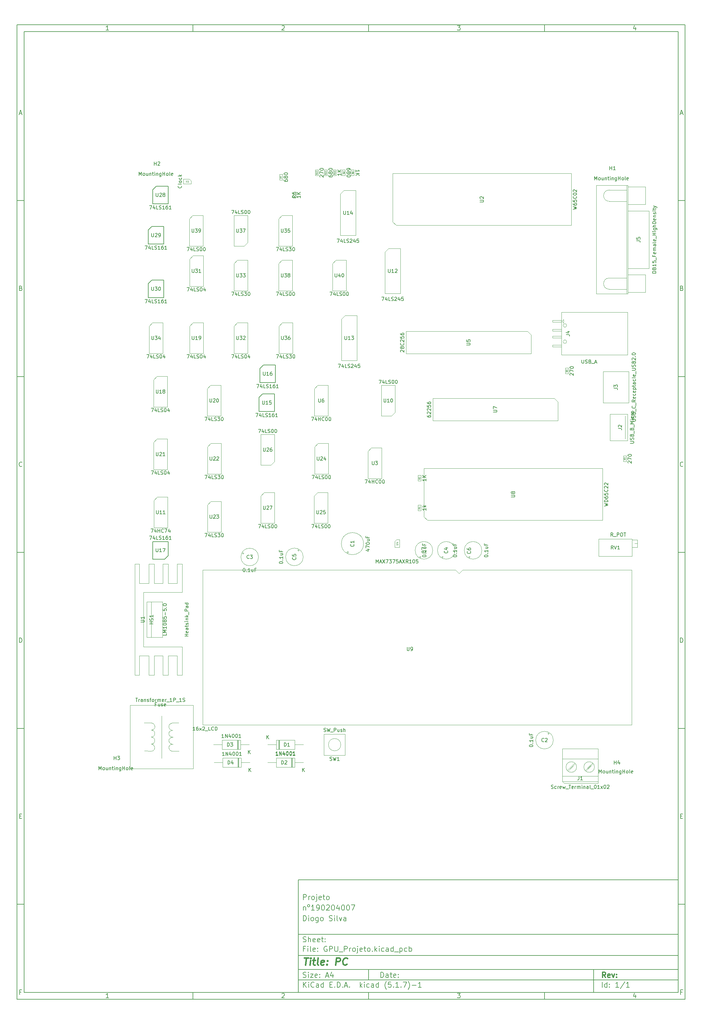
<source format=gbr>
%TF.GenerationSoftware,KiCad,Pcbnew,(5.1.7)-1*%
%TF.CreationDate,2021-02-02T03:53:03+00:00*%
%TF.ProjectId,GPU_Projeto,4750555f-5072-46f6-9a65-746f2e6b6963,rev?*%
%TF.SameCoordinates,Original*%
%TF.FileFunction,Other,Fab,Top*%
%FSLAX46Y46*%
G04 Gerber Fmt 4.6, Leading zero omitted, Abs format (unit mm)*
G04 Created by KiCad (PCBNEW (5.1.7)-1) date 2021-02-02 03:53:03*
%MOMM*%
%LPD*%
G01*
G04 APERTURE LIST*
%ADD10C,0.100000*%
%ADD11C,0.150000*%
%ADD12C,0.300000*%
%ADD13C,0.400000*%
%ADD14C,0.060000*%
%ADD15C,0.075000*%
G04 APERTURE END LIST*
D10*
D11*
X90007200Y-253002200D02*
X90007200Y-285002200D01*
X198007200Y-285002200D01*
X198007200Y-253002200D01*
X90007200Y-253002200D01*
D10*
D11*
X10000000Y-10000000D02*
X10000000Y-287002200D01*
X200007200Y-287002200D01*
X200007200Y-10000000D01*
X10000000Y-10000000D01*
D10*
D11*
X12000000Y-12000000D02*
X12000000Y-285002200D01*
X198007200Y-285002200D01*
X198007200Y-12000000D01*
X12000000Y-12000000D01*
D10*
D11*
X60000000Y-12000000D02*
X60000000Y-10000000D01*
D10*
D11*
X110000000Y-12000000D02*
X110000000Y-10000000D01*
D10*
D11*
X160000000Y-12000000D02*
X160000000Y-10000000D01*
D10*
D11*
X36065476Y-11588095D02*
X35322619Y-11588095D01*
X35694047Y-11588095D02*
X35694047Y-10288095D01*
X35570238Y-10473809D01*
X35446428Y-10597619D01*
X35322619Y-10659523D01*
D10*
D11*
X85322619Y-10411904D02*
X85384523Y-10350000D01*
X85508333Y-10288095D01*
X85817857Y-10288095D01*
X85941666Y-10350000D01*
X86003571Y-10411904D01*
X86065476Y-10535714D01*
X86065476Y-10659523D01*
X86003571Y-10845238D01*
X85260714Y-11588095D01*
X86065476Y-11588095D01*
D10*
D11*
X135260714Y-10288095D02*
X136065476Y-10288095D01*
X135632142Y-10783333D01*
X135817857Y-10783333D01*
X135941666Y-10845238D01*
X136003571Y-10907142D01*
X136065476Y-11030952D01*
X136065476Y-11340476D01*
X136003571Y-11464285D01*
X135941666Y-11526190D01*
X135817857Y-11588095D01*
X135446428Y-11588095D01*
X135322619Y-11526190D01*
X135260714Y-11464285D01*
D10*
D11*
X185941666Y-10721428D02*
X185941666Y-11588095D01*
X185632142Y-10226190D02*
X185322619Y-11154761D01*
X186127380Y-11154761D01*
D10*
D11*
X60000000Y-285002200D02*
X60000000Y-287002200D01*
D10*
D11*
X110000000Y-285002200D02*
X110000000Y-287002200D01*
D10*
D11*
X160000000Y-285002200D02*
X160000000Y-287002200D01*
D10*
D11*
X36065476Y-286590295D02*
X35322619Y-286590295D01*
X35694047Y-286590295D02*
X35694047Y-285290295D01*
X35570238Y-285476009D01*
X35446428Y-285599819D01*
X35322619Y-285661723D01*
D10*
D11*
X85322619Y-285414104D02*
X85384523Y-285352200D01*
X85508333Y-285290295D01*
X85817857Y-285290295D01*
X85941666Y-285352200D01*
X86003571Y-285414104D01*
X86065476Y-285537914D01*
X86065476Y-285661723D01*
X86003571Y-285847438D01*
X85260714Y-286590295D01*
X86065476Y-286590295D01*
D10*
D11*
X135260714Y-285290295D02*
X136065476Y-285290295D01*
X135632142Y-285785533D01*
X135817857Y-285785533D01*
X135941666Y-285847438D01*
X136003571Y-285909342D01*
X136065476Y-286033152D01*
X136065476Y-286342676D01*
X136003571Y-286466485D01*
X135941666Y-286528390D01*
X135817857Y-286590295D01*
X135446428Y-286590295D01*
X135322619Y-286528390D01*
X135260714Y-286466485D01*
D10*
D11*
X185941666Y-285723628D02*
X185941666Y-286590295D01*
X185632142Y-285228390D02*
X185322619Y-286156961D01*
X186127380Y-286156961D01*
D10*
D11*
X10000000Y-60000000D02*
X12000000Y-60000000D01*
D10*
D11*
X10000000Y-110000000D02*
X12000000Y-110000000D01*
D10*
D11*
X10000000Y-160000000D02*
X12000000Y-160000000D01*
D10*
D11*
X10000000Y-210000000D02*
X12000000Y-210000000D01*
D10*
D11*
X10000000Y-260000000D02*
X12000000Y-260000000D01*
D10*
D11*
X10690476Y-35216666D02*
X11309523Y-35216666D01*
X10566666Y-35588095D02*
X11000000Y-34288095D01*
X11433333Y-35588095D01*
D10*
D11*
X11092857Y-84907142D02*
X11278571Y-84969047D01*
X11340476Y-85030952D01*
X11402380Y-85154761D01*
X11402380Y-85340476D01*
X11340476Y-85464285D01*
X11278571Y-85526190D01*
X11154761Y-85588095D01*
X10659523Y-85588095D01*
X10659523Y-84288095D01*
X11092857Y-84288095D01*
X11216666Y-84350000D01*
X11278571Y-84411904D01*
X11340476Y-84535714D01*
X11340476Y-84659523D01*
X11278571Y-84783333D01*
X11216666Y-84845238D01*
X11092857Y-84907142D01*
X10659523Y-84907142D01*
D10*
D11*
X11402380Y-135464285D02*
X11340476Y-135526190D01*
X11154761Y-135588095D01*
X11030952Y-135588095D01*
X10845238Y-135526190D01*
X10721428Y-135402380D01*
X10659523Y-135278571D01*
X10597619Y-135030952D01*
X10597619Y-134845238D01*
X10659523Y-134597619D01*
X10721428Y-134473809D01*
X10845238Y-134350000D01*
X11030952Y-134288095D01*
X11154761Y-134288095D01*
X11340476Y-134350000D01*
X11402380Y-134411904D01*
D10*
D11*
X10659523Y-185588095D02*
X10659523Y-184288095D01*
X10969047Y-184288095D01*
X11154761Y-184350000D01*
X11278571Y-184473809D01*
X11340476Y-184597619D01*
X11402380Y-184845238D01*
X11402380Y-185030952D01*
X11340476Y-185278571D01*
X11278571Y-185402380D01*
X11154761Y-185526190D01*
X10969047Y-185588095D01*
X10659523Y-185588095D01*
D10*
D11*
X10721428Y-234907142D02*
X11154761Y-234907142D01*
X11340476Y-235588095D02*
X10721428Y-235588095D01*
X10721428Y-234288095D01*
X11340476Y-234288095D01*
D10*
D11*
X11185714Y-284907142D02*
X10752380Y-284907142D01*
X10752380Y-285588095D02*
X10752380Y-284288095D01*
X11371428Y-284288095D01*
D10*
D11*
X200007200Y-60000000D02*
X198007200Y-60000000D01*
D10*
D11*
X200007200Y-110000000D02*
X198007200Y-110000000D01*
D10*
D11*
X200007200Y-160000000D02*
X198007200Y-160000000D01*
D10*
D11*
X200007200Y-210000000D02*
X198007200Y-210000000D01*
D10*
D11*
X200007200Y-260000000D02*
X198007200Y-260000000D01*
D10*
D11*
X198697676Y-35216666D02*
X199316723Y-35216666D01*
X198573866Y-35588095D02*
X199007200Y-34288095D01*
X199440533Y-35588095D01*
D10*
D11*
X199100057Y-84907142D02*
X199285771Y-84969047D01*
X199347676Y-85030952D01*
X199409580Y-85154761D01*
X199409580Y-85340476D01*
X199347676Y-85464285D01*
X199285771Y-85526190D01*
X199161961Y-85588095D01*
X198666723Y-85588095D01*
X198666723Y-84288095D01*
X199100057Y-84288095D01*
X199223866Y-84350000D01*
X199285771Y-84411904D01*
X199347676Y-84535714D01*
X199347676Y-84659523D01*
X199285771Y-84783333D01*
X199223866Y-84845238D01*
X199100057Y-84907142D01*
X198666723Y-84907142D01*
D10*
D11*
X199409580Y-135464285D02*
X199347676Y-135526190D01*
X199161961Y-135588095D01*
X199038152Y-135588095D01*
X198852438Y-135526190D01*
X198728628Y-135402380D01*
X198666723Y-135278571D01*
X198604819Y-135030952D01*
X198604819Y-134845238D01*
X198666723Y-134597619D01*
X198728628Y-134473809D01*
X198852438Y-134350000D01*
X199038152Y-134288095D01*
X199161961Y-134288095D01*
X199347676Y-134350000D01*
X199409580Y-134411904D01*
D10*
D11*
X198666723Y-185588095D02*
X198666723Y-184288095D01*
X198976247Y-184288095D01*
X199161961Y-184350000D01*
X199285771Y-184473809D01*
X199347676Y-184597619D01*
X199409580Y-184845238D01*
X199409580Y-185030952D01*
X199347676Y-185278571D01*
X199285771Y-185402380D01*
X199161961Y-185526190D01*
X198976247Y-185588095D01*
X198666723Y-185588095D01*
D10*
D11*
X198728628Y-234907142D02*
X199161961Y-234907142D01*
X199347676Y-235588095D02*
X198728628Y-235588095D01*
X198728628Y-234288095D01*
X199347676Y-234288095D01*
D10*
D11*
X199192914Y-284907142D02*
X198759580Y-284907142D01*
X198759580Y-285588095D02*
X198759580Y-284288095D01*
X199378628Y-284288095D01*
D10*
D11*
X113439342Y-280780771D02*
X113439342Y-279280771D01*
X113796485Y-279280771D01*
X114010771Y-279352200D01*
X114153628Y-279495057D01*
X114225057Y-279637914D01*
X114296485Y-279923628D01*
X114296485Y-280137914D01*
X114225057Y-280423628D01*
X114153628Y-280566485D01*
X114010771Y-280709342D01*
X113796485Y-280780771D01*
X113439342Y-280780771D01*
X115582200Y-280780771D02*
X115582200Y-279995057D01*
X115510771Y-279852200D01*
X115367914Y-279780771D01*
X115082200Y-279780771D01*
X114939342Y-279852200D01*
X115582200Y-280709342D02*
X115439342Y-280780771D01*
X115082200Y-280780771D01*
X114939342Y-280709342D01*
X114867914Y-280566485D01*
X114867914Y-280423628D01*
X114939342Y-280280771D01*
X115082200Y-280209342D01*
X115439342Y-280209342D01*
X115582200Y-280137914D01*
X116082200Y-279780771D02*
X116653628Y-279780771D01*
X116296485Y-279280771D02*
X116296485Y-280566485D01*
X116367914Y-280709342D01*
X116510771Y-280780771D01*
X116653628Y-280780771D01*
X117725057Y-280709342D02*
X117582200Y-280780771D01*
X117296485Y-280780771D01*
X117153628Y-280709342D01*
X117082200Y-280566485D01*
X117082200Y-279995057D01*
X117153628Y-279852200D01*
X117296485Y-279780771D01*
X117582200Y-279780771D01*
X117725057Y-279852200D01*
X117796485Y-279995057D01*
X117796485Y-280137914D01*
X117082200Y-280280771D01*
X118439342Y-280637914D02*
X118510771Y-280709342D01*
X118439342Y-280780771D01*
X118367914Y-280709342D01*
X118439342Y-280637914D01*
X118439342Y-280780771D01*
X118439342Y-279852200D02*
X118510771Y-279923628D01*
X118439342Y-279995057D01*
X118367914Y-279923628D01*
X118439342Y-279852200D01*
X118439342Y-279995057D01*
D10*
D11*
X90007200Y-281502200D02*
X198007200Y-281502200D01*
D10*
D11*
X91439342Y-283580771D02*
X91439342Y-282080771D01*
X92296485Y-283580771D02*
X91653628Y-282723628D01*
X92296485Y-282080771D02*
X91439342Y-282937914D01*
X92939342Y-283580771D02*
X92939342Y-282580771D01*
X92939342Y-282080771D02*
X92867914Y-282152200D01*
X92939342Y-282223628D01*
X93010771Y-282152200D01*
X92939342Y-282080771D01*
X92939342Y-282223628D01*
X94510771Y-283437914D02*
X94439342Y-283509342D01*
X94225057Y-283580771D01*
X94082200Y-283580771D01*
X93867914Y-283509342D01*
X93725057Y-283366485D01*
X93653628Y-283223628D01*
X93582200Y-282937914D01*
X93582200Y-282723628D01*
X93653628Y-282437914D01*
X93725057Y-282295057D01*
X93867914Y-282152200D01*
X94082200Y-282080771D01*
X94225057Y-282080771D01*
X94439342Y-282152200D01*
X94510771Y-282223628D01*
X95796485Y-283580771D02*
X95796485Y-282795057D01*
X95725057Y-282652200D01*
X95582200Y-282580771D01*
X95296485Y-282580771D01*
X95153628Y-282652200D01*
X95796485Y-283509342D02*
X95653628Y-283580771D01*
X95296485Y-283580771D01*
X95153628Y-283509342D01*
X95082200Y-283366485D01*
X95082200Y-283223628D01*
X95153628Y-283080771D01*
X95296485Y-283009342D01*
X95653628Y-283009342D01*
X95796485Y-282937914D01*
X97153628Y-283580771D02*
X97153628Y-282080771D01*
X97153628Y-283509342D02*
X97010771Y-283580771D01*
X96725057Y-283580771D01*
X96582200Y-283509342D01*
X96510771Y-283437914D01*
X96439342Y-283295057D01*
X96439342Y-282866485D01*
X96510771Y-282723628D01*
X96582200Y-282652200D01*
X96725057Y-282580771D01*
X97010771Y-282580771D01*
X97153628Y-282652200D01*
X99010771Y-282795057D02*
X99510771Y-282795057D01*
X99725057Y-283580771D02*
X99010771Y-283580771D01*
X99010771Y-282080771D01*
X99725057Y-282080771D01*
X100367914Y-283437914D02*
X100439342Y-283509342D01*
X100367914Y-283580771D01*
X100296485Y-283509342D01*
X100367914Y-283437914D01*
X100367914Y-283580771D01*
X101082200Y-283580771D02*
X101082200Y-282080771D01*
X101439342Y-282080771D01*
X101653628Y-282152200D01*
X101796485Y-282295057D01*
X101867914Y-282437914D01*
X101939342Y-282723628D01*
X101939342Y-282937914D01*
X101867914Y-283223628D01*
X101796485Y-283366485D01*
X101653628Y-283509342D01*
X101439342Y-283580771D01*
X101082200Y-283580771D01*
X102582200Y-283437914D02*
X102653628Y-283509342D01*
X102582200Y-283580771D01*
X102510771Y-283509342D01*
X102582200Y-283437914D01*
X102582200Y-283580771D01*
X103225057Y-283152200D02*
X103939342Y-283152200D01*
X103082200Y-283580771D02*
X103582200Y-282080771D01*
X104082200Y-283580771D01*
X104582200Y-283437914D02*
X104653628Y-283509342D01*
X104582200Y-283580771D01*
X104510771Y-283509342D01*
X104582200Y-283437914D01*
X104582200Y-283580771D01*
X107582200Y-283580771D02*
X107582200Y-282080771D01*
X107725057Y-283009342D02*
X108153628Y-283580771D01*
X108153628Y-282580771D02*
X107582200Y-283152200D01*
X108796485Y-283580771D02*
X108796485Y-282580771D01*
X108796485Y-282080771D02*
X108725057Y-282152200D01*
X108796485Y-282223628D01*
X108867914Y-282152200D01*
X108796485Y-282080771D01*
X108796485Y-282223628D01*
X110153628Y-283509342D02*
X110010771Y-283580771D01*
X109725057Y-283580771D01*
X109582200Y-283509342D01*
X109510771Y-283437914D01*
X109439342Y-283295057D01*
X109439342Y-282866485D01*
X109510771Y-282723628D01*
X109582200Y-282652200D01*
X109725057Y-282580771D01*
X110010771Y-282580771D01*
X110153628Y-282652200D01*
X111439342Y-283580771D02*
X111439342Y-282795057D01*
X111367914Y-282652200D01*
X111225057Y-282580771D01*
X110939342Y-282580771D01*
X110796485Y-282652200D01*
X111439342Y-283509342D02*
X111296485Y-283580771D01*
X110939342Y-283580771D01*
X110796485Y-283509342D01*
X110725057Y-283366485D01*
X110725057Y-283223628D01*
X110796485Y-283080771D01*
X110939342Y-283009342D01*
X111296485Y-283009342D01*
X111439342Y-282937914D01*
X112796485Y-283580771D02*
X112796485Y-282080771D01*
X112796485Y-283509342D02*
X112653628Y-283580771D01*
X112367914Y-283580771D01*
X112225057Y-283509342D01*
X112153628Y-283437914D01*
X112082200Y-283295057D01*
X112082200Y-282866485D01*
X112153628Y-282723628D01*
X112225057Y-282652200D01*
X112367914Y-282580771D01*
X112653628Y-282580771D01*
X112796485Y-282652200D01*
X115082200Y-284152200D02*
X115010771Y-284080771D01*
X114867914Y-283866485D01*
X114796485Y-283723628D01*
X114725057Y-283509342D01*
X114653628Y-283152200D01*
X114653628Y-282866485D01*
X114725057Y-282509342D01*
X114796485Y-282295057D01*
X114867914Y-282152200D01*
X115010771Y-281937914D01*
X115082200Y-281866485D01*
X116367914Y-282080771D02*
X115653628Y-282080771D01*
X115582200Y-282795057D01*
X115653628Y-282723628D01*
X115796485Y-282652200D01*
X116153628Y-282652200D01*
X116296485Y-282723628D01*
X116367914Y-282795057D01*
X116439342Y-282937914D01*
X116439342Y-283295057D01*
X116367914Y-283437914D01*
X116296485Y-283509342D01*
X116153628Y-283580771D01*
X115796485Y-283580771D01*
X115653628Y-283509342D01*
X115582200Y-283437914D01*
X117082200Y-283437914D02*
X117153628Y-283509342D01*
X117082200Y-283580771D01*
X117010771Y-283509342D01*
X117082200Y-283437914D01*
X117082200Y-283580771D01*
X118582200Y-283580771D02*
X117725057Y-283580771D01*
X118153628Y-283580771D02*
X118153628Y-282080771D01*
X118010771Y-282295057D01*
X117867914Y-282437914D01*
X117725057Y-282509342D01*
X119225057Y-283437914D02*
X119296485Y-283509342D01*
X119225057Y-283580771D01*
X119153628Y-283509342D01*
X119225057Y-283437914D01*
X119225057Y-283580771D01*
X119796485Y-282080771D02*
X120796485Y-282080771D01*
X120153628Y-283580771D01*
X121225057Y-284152200D02*
X121296485Y-284080771D01*
X121439342Y-283866485D01*
X121510771Y-283723628D01*
X121582200Y-283509342D01*
X121653628Y-283152200D01*
X121653628Y-282866485D01*
X121582200Y-282509342D01*
X121510771Y-282295057D01*
X121439342Y-282152200D01*
X121296485Y-281937914D01*
X121225057Y-281866485D01*
X122367914Y-283009342D02*
X123510771Y-283009342D01*
X125010771Y-283580771D02*
X124153628Y-283580771D01*
X124582200Y-283580771D02*
X124582200Y-282080771D01*
X124439342Y-282295057D01*
X124296485Y-282437914D01*
X124153628Y-282509342D01*
D10*
D11*
X90007200Y-278502200D02*
X198007200Y-278502200D01*
D10*
D12*
X177416485Y-280780771D02*
X176916485Y-280066485D01*
X176559342Y-280780771D02*
X176559342Y-279280771D01*
X177130771Y-279280771D01*
X177273628Y-279352200D01*
X177345057Y-279423628D01*
X177416485Y-279566485D01*
X177416485Y-279780771D01*
X177345057Y-279923628D01*
X177273628Y-279995057D01*
X177130771Y-280066485D01*
X176559342Y-280066485D01*
X178630771Y-280709342D02*
X178487914Y-280780771D01*
X178202200Y-280780771D01*
X178059342Y-280709342D01*
X177987914Y-280566485D01*
X177987914Y-279995057D01*
X178059342Y-279852200D01*
X178202200Y-279780771D01*
X178487914Y-279780771D01*
X178630771Y-279852200D01*
X178702200Y-279995057D01*
X178702200Y-280137914D01*
X177987914Y-280280771D01*
X179202200Y-279780771D02*
X179559342Y-280780771D01*
X179916485Y-279780771D01*
X180487914Y-280637914D02*
X180559342Y-280709342D01*
X180487914Y-280780771D01*
X180416485Y-280709342D01*
X180487914Y-280637914D01*
X180487914Y-280780771D01*
X180487914Y-279852200D02*
X180559342Y-279923628D01*
X180487914Y-279995057D01*
X180416485Y-279923628D01*
X180487914Y-279852200D01*
X180487914Y-279995057D01*
D10*
D11*
X91367914Y-280709342D02*
X91582200Y-280780771D01*
X91939342Y-280780771D01*
X92082200Y-280709342D01*
X92153628Y-280637914D01*
X92225057Y-280495057D01*
X92225057Y-280352200D01*
X92153628Y-280209342D01*
X92082200Y-280137914D01*
X91939342Y-280066485D01*
X91653628Y-279995057D01*
X91510771Y-279923628D01*
X91439342Y-279852200D01*
X91367914Y-279709342D01*
X91367914Y-279566485D01*
X91439342Y-279423628D01*
X91510771Y-279352200D01*
X91653628Y-279280771D01*
X92010771Y-279280771D01*
X92225057Y-279352200D01*
X92867914Y-280780771D02*
X92867914Y-279780771D01*
X92867914Y-279280771D02*
X92796485Y-279352200D01*
X92867914Y-279423628D01*
X92939342Y-279352200D01*
X92867914Y-279280771D01*
X92867914Y-279423628D01*
X93439342Y-279780771D02*
X94225057Y-279780771D01*
X93439342Y-280780771D01*
X94225057Y-280780771D01*
X95367914Y-280709342D02*
X95225057Y-280780771D01*
X94939342Y-280780771D01*
X94796485Y-280709342D01*
X94725057Y-280566485D01*
X94725057Y-279995057D01*
X94796485Y-279852200D01*
X94939342Y-279780771D01*
X95225057Y-279780771D01*
X95367914Y-279852200D01*
X95439342Y-279995057D01*
X95439342Y-280137914D01*
X94725057Y-280280771D01*
X96082200Y-280637914D02*
X96153628Y-280709342D01*
X96082200Y-280780771D01*
X96010771Y-280709342D01*
X96082200Y-280637914D01*
X96082200Y-280780771D01*
X96082200Y-279852200D02*
X96153628Y-279923628D01*
X96082200Y-279995057D01*
X96010771Y-279923628D01*
X96082200Y-279852200D01*
X96082200Y-279995057D01*
X97867914Y-280352200D02*
X98582200Y-280352200D01*
X97725057Y-280780771D02*
X98225057Y-279280771D01*
X98725057Y-280780771D01*
X99867914Y-279780771D02*
X99867914Y-280780771D01*
X99510771Y-279209342D02*
X99153628Y-280280771D01*
X100082200Y-280280771D01*
D10*
D11*
X176439342Y-283580771D02*
X176439342Y-282080771D01*
X177796485Y-283580771D02*
X177796485Y-282080771D01*
X177796485Y-283509342D02*
X177653628Y-283580771D01*
X177367914Y-283580771D01*
X177225057Y-283509342D01*
X177153628Y-283437914D01*
X177082200Y-283295057D01*
X177082200Y-282866485D01*
X177153628Y-282723628D01*
X177225057Y-282652200D01*
X177367914Y-282580771D01*
X177653628Y-282580771D01*
X177796485Y-282652200D01*
X178510771Y-283437914D02*
X178582200Y-283509342D01*
X178510771Y-283580771D01*
X178439342Y-283509342D01*
X178510771Y-283437914D01*
X178510771Y-283580771D01*
X178510771Y-282652200D02*
X178582200Y-282723628D01*
X178510771Y-282795057D01*
X178439342Y-282723628D01*
X178510771Y-282652200D01*
X178510771Y-282795057D01*
X181153628Y-283580771D02*
X180296485Y-283580771D01*
X180725057Y-283580771D02*
X180725057Y-282080771D01*
X180582200Y-282295057D01*
X180439342Y-282437914D01*
X180296485Y-282509342D01*
X182867914Y-282009342D02*
X181582200Y-283937914D01*
X184153628Y-283580771D02*
X183296485Y-283580771D01*
X183725057Y-283580771D02*
X183725057Y-282080771D01*
X183582200Y-282295057D01*
X183439342Y-282437914D01*
X183296485Y-282509342D01*
D10*
D11*
X90007200Y-274502200D02*
X198007200Y-274502200D01*
D10*
D13*
X91719580Y-275206961D02*
X92862438Y-275206961D01*
X92041009Y-277206961D02*
X92291009Y-275206961D01*
X93279104Y-277206961D02*
X93445771Y-275873628D01*
X93529104Y-275206961D02*
X93421961Y-275302200D01*
X93505295Y-275397438D01*
X93612438Y-275302200D01*
X93529104Y-275206961D01*
X93505295Y-275397438D01*
X94112438Y-275873628D02*
X94874342Y-275873628D01*
X94481485Y-275206961D02*
X94267200Y-276921247D01*
X94338628Y-277111723D01*
X94517200Y-277206961D01*
X94707676Y-277206961D01*
X95660057Y-277206961D02*
X95481485Y-277111723D01*
X95410057Y-276921247D01*
X95624342Y-275206961D01*
X97195771Y-277111723D02*
X96993390Y-277206961D01*
X96612438Y-277206961D01*
X96433866Y-277111723D01*
X96362438Y-276921247D01*
X96457676Y-276159342D01*
X96576723Y-275968866D01*
X96779104Y-275873628D01*
X97160057Y-275873628D01*
X97338628Y-275968866D01*
X97410057Y-276159342D01*
X97386247Y-276349819D01*
X96410057Y-276540295D01*
X98160057Y-277016485D02*
X98243390Y-277111723D01*
X98136247Y-277206961D01*
X98052914Y-277111723D01*
X98160057Y-277016485D01*
X98136247Y-277206961D01*
X98291009Y-275968866D02*
X98374342Y-276064104D01*
X98267200Y-276159342D01*
X98183866Y-276064104D01*
X98291009Y-275968866D01*
X98267200Y-276159342D01*
X100612438Y-277206961D02*
X100862438Y-275206961D01*
X101624342Y-275206961D01*
X101802914Y-275302200D01*
X101886247Y-275397438D01*
X101957676Y-275587914D01*
X101921961Y-275873628D01*
X101802914Y-276064104D01*
X101695771Y-276159342D01*
X101493390Y-276254580D01*
X100731485Y-276254580D01*
X103779104Y-277016485D02*
X103671961Y-277111723D01*
X103374342Y-277206961D01*
X103183866Y-277206961D01*
X102910057Y-277111723D01*
X102743390Y-276921247D01*
X102671961Y-276730771D01*
X102624342Y-276349819D01*
X102660057Y-276064104D01*
X102802914Y-275683152D01*
X102921961Y-275492676D01*
X103136247Y-275302200D01*
X103433866Y-275206961D01*
X103624342Y-275206961D01*
X103898152Y-275302200D01*
X103981485Y-275397438D01*
D10*
D11*
X91939342Y-272595057D02*
X91439342Y-272595057D01*
X91439342Y-273380771D02*
X91439342Y-271880771D01*
X92153628Y-271880771D01*
X92725057Y-273380771D02*
X92725057Y-272380771D01*
X92725057Y-271880771D02*
X92653628Y-271952200D01*
X92725057Y-272023628D01*
X92796485Y-271952200D01*
X92725057Y-271880771D01*
X92725057Y-272023628D01*
X93653628Y-273380771D02*
X93510771Y-273309342D01*
X93439342Y-273166485D01*
X93439342Y-271880771D01*
X94796485Y-273309342D02*
X94653628Y-273380771D01*
X94367914Y-273380771D01*
X94225057Y-273309342D01*
X94153628Y-273166485D01*
X94153628Y-272595057D01*
X94225057Y-272452200D01*
X94367914Y-272380771D01*
X94653628Y-272380771D01*
X94796485Y-272452200D01*
X94867914Y-272595057D01*
X94867914Y-272737914D01*
X94153628Y-272880771D01*
X95510771Y-273237914D02*
X95582200Y-273309342D01*
X95510771Y-273380771D01*
X95439342Y-273309342D01*
X95510771Y-273237914D01*
X95510771Y-273380771D01*
X95510771Y-272452200D02*
X95582200Y-272523628D01*
X95510771Y-272595057D01*
X95439342Y-272523628D01*
X95510771Y-272452200D01*
X95510771Y-272595057D01*
X98153628Y-271952200D02*
X98010771Y-271880771D01*
X97796485Y-271880771D01*
X97582200Y-271952200D01*
X97439342Y-272095057D01*
X97367914Y-272237914D01*
X97296485Y-272523628D01*
X97296485Y-272737914D01*
X97367914Y-273023628D01*
X97439342Y-273166485D01*
X97582200Y-273309342D01*
X97796485Y-273380771D01*
X97939342Y-273380771D01*
X98153628Y-273309342D01*
X98225057Y-273237914D01*
X98225057Y-272737914D01*
X97939342Y-272737914D01*
X98867914Y-273380771D02*
X98867914Y-271880771D01*
X99439342Y-271880771D01*
X99582200Y-271952200D01*
X99653628Y-272023628D01*
X99725057Y-272166485D01*
X99725057Y-272380771D01*
X99653628Y-272523628D01*
X99582200Y-272595057D01*
X99439342Y-272666485D01*
X98867914Y-272666485D01*
X100367914Y-271880771D02*
X100367914Y-273095057D01*
X100439342Y-273237914D01*
X100510771Y-273309342D01*
X100653628Y-273380771D01*
X100939342Y-273380771D01*
X101082200Y-273309342D01*
X101153628Y-273237914D01*
X101225057Y-273095057D01*
X101225057Y-271880771D01*
X101582200Y-273523628D02*
X102725057Y-273523628D01*
X103082200Y-273380771D02*
X103082200Y-271880771D01*
X103653628Y-271880771D01*
X103796485Y-271952200D01*
X103867914Y-272023628D01*
X103939342Y-272166485D01*
X103939342Y-272380771D01*
X103867914Y-272523628D01*
X103796485Y-272595057D01*
X103653628Y-272666485D01*
X103082200Y-272666485D01*
X104582200Y-273380771D02*
X104582200Y-272380771D01*
X104582200Y-272666485D02*
X104653628Y-272523628D01*
X104725057Y-272452200D01*
X104867914Y-272380771D01*
X105010771Y-272380771D01*
X105725057Y-273380771D02*
X105582200Y-273309342D01*
X105510771Y-273237914D01*
X105439342Y-273095057D01*
X105439342Y-272666485D01*
X105510771Y-272523628D01*
X105582200Y-272452200D01*
X105725057Y-272380771D01*
X105939342Y-272380771D01*
X106082200Y-272452200D01*
X106153628Y-272523628D01*
X106225057Y-272666485D01*
X106225057Y-273095057D01*
X106153628Y-273237914D01*
X106082200Y-273309342D01*
X105939342Y-273380771D01*
X105725057Y-273380771D01*
X106867914Y-272380771D02*
X106867914Y-273666485D01*
X106796485Y-273809342D01*
X106653628Y-273880771D01*
X106582200Y-273880771D01*
X106867914Y-271880771D02*
X106796485Y-271952200D01*
X106867914Y-272023628D01*
X106939342Y-271952200D01*
X106867914Y-271880771D01*
X106867914Y-272023628D01*
X108153628Y-273309342D02*
X108010771Y-273380771D01*
X107725057Y-273380771D01*
X107582200Y-273309342D01*
X107510771Y-273166485D01*
X107510771Y-272595057D01*
X107582200Y-272452200D01*
X107725057Y-272380771D01*
X108010771Y-272380771D01*
X108153628Y-272452200D01*
X108225057Y-272595057D01*
X108225057Y-272737914D01*
X107510771Y-272880771D01*
X108653628Y-272380771D02*
X109225057Y-272380771D01*
X108867914Y-271880771D02*
X108867914Y-273166485D01*
X108939342Y-273309342D01*
X109082200Y-273380771D01*
X109225057Y-273380771D01*
X109939342Y-273380771D02*
X109796485Y-273309342D01*
X109725057Y-273237914D01*
X109653628Y-273095057D01*
X109653628Y-272666485D01*
X109725057Y-272523628D01*
X109796485Y-272452200D01*
X109939342Y-272380771D01*
X110153628Y-272380771D01*
X110296485Y-272452200D01*
X110367914Y-272523628D01*
X110439342Y-272666485D01*
X110439342Y-273095057D01*
X110367914Y-273237914D01*
X110296485Y-273309342D01*
X110153628Y-273380771D01*
X109939342Y-273380771D01*
X111082200Y-273237914D02*
X111153628Y-273309342D01*
X111082200Y-273380771D01*
X111010771Y-273309342D01*
X111082200Y-273237914D01*
X111082200Y-273380771D01*
X111796485Y-273380771D02*
X111796485Y-271880771D01*
X111939342Y-272809342D02*
X112367914Y-273380771D01*
X112367914Y-272380771D02*
X111796485Y-272952200D01*
X113010771Y-273380771D02*
X113010771Y-272380771D01*
X113010771Y-271880771D02*
X112939342Y-271952200D01*
X113010771Y-272023628D01*
X113082200Y-271952200D01*
X113010771Y-271880771D01*
X113010771Y-272023628D01*
X114367914Y-273309342D02*
X114225057Y-273380771D01*
X113939342Y-273380771D01*
X113796485Y-273309342D01*
X113725057Y-273237914D01*
X113653628Y-273095057D01*
X113653628Y-272666485D01*
X113725057Y-272523628D01*
X113796485Y-272452200D01*
X113939342Y-272380771D01*
X114225057Y-272380771D01*
X114367914Y-272452200D01*
X115653628Y-273380771D02*
X115653628Y-272595057D01*
X115582200Y-272452200D01*
X115439342Y-272380771D01*
X115153628Y-272380771D01*
X115010771Y-272452200D01*
X115653628Y-273309342D02*
X115510771Y-273380771D01*
X115153628Y-273380771D01*
X115010771Y-273309342D01*
X114939342Y-273166485D01*
X114939342Y-273023628D01*
X115010771Y-272880771D01*
X115153628Y-272809342D01*
X115510771Y-272809342D01*
X115653628Y-272737914D01*
X117010771Y-273380771D02*
X117010771Y-271880771D01*
X117010771Y-273309342D02*
X116867914Y-273380771D01*
X116582200Y-273380771D01*
X116439342Y-273309342D01*
X116367914Y-273237914D01*
X116296485Y-273095057D01*
X116296485Y-272666485D01*
X116367914Y-272523628D01*
X116439342Y-272452200D01*
X116582200Y-272380771D01*
X116867914Y-272380771D01*
X117010771Y-272452200D01*
X117367914Y-273523628D02*
X118510771Y-273523628D01*
X118867914Y-272380771D02*
X118867914Y-273880771D01*
X118867914Y-272452200D02*
X119010771Y-272380771D01*
X119296485Y-272380771D01*
X119439342Y-272452200D01*
X119510771Y-272523628D01*
X119582200Y-272666485D01*
X119582200Y-273095057D01*
X119510771Y-273237914D01*
X119439342Y-273309342D01*
X119296485Y-273380771D01*
X119010771Y-273380771D01*
X118867914Y-273309342D01*
X120867914Y-273309342D02*
X120725057Y-273380771D01*
X120439342Y-273380771D01*
X120296485Y-273309342D01*
X120225057Y-273237914D01*
X120153628Y-273095057D01*
X120153628Y-272666485D01*
X120225057Y-272523628D01*
X120296485Y-272452200D01*
X120439342Y-272380771D01*
X120725057Y-272380771D01*
X120867914Y-272452200D01*
X121510771Y-273380771D02*
X121510771Y-271880771D01*
X121510771Y-272452200D02*
X121653628Y-272380771D01*
X121939342Y-272380771D01*
X122082200Y-272452200D01*
X122153628Y-272523628D01*
X122225057Y-272666485D01*
X122225057Y-273095057D01*
X122153628Y-273237914D01*
X122082200Y-273309342D01*
X121939342Y-273380771D01*
X121653628Y-273380771D01*
X121510771Y-273309342D01*
D10*
D11*
X90007200Y-268502200D02*
X198007200Y-268502200D01*
D10*
D11*
X91367914Y-270609342D02*
X91582200Y-270680771D01*
X91939342Y-270680771D01*
X92082200Y-270609342D01*
X92153628Y-270537914D01*
X92225057Y-270395057D01*
X92225057Y-270252200D01*
X92153628Y-270109342D01*
X92082200Y-270037914D01*
X91939342Y-269966485D01*
X91653628Y-269895057D01*
X91510771Y-269823628D01*
X91439342Y-269752200D01*
X91367914Y-269609342D01*
X91367914Y-269466485D01*
X91439342Y-269323628D01*
X91510771Y-269252200D01*
X91653628Y-269180771D01*
X92010771Y-269180771D01*
X92225057Y-269252200D01*
X92867914Y-270680771D02*
X92867914Y-269180771D01*
X93510771Y-270680771D02*
X93510771Y-269895057D01*
X93439342Y-269752200D01*
X93296485Y-269680771D01*
X93082200Y-269680771D01*
X92939342Y-269752200D01*
X92867914Y-269823628D01*
X94796485Y-270609342D02*
X94653628Y-270680771D01*
X94367914Y-270680771D01*
X94225057Y-270609342D01*
X94153628Y-270466485D01*
X94153628Y-269895057D01*
X94225057Y-269752200D01*
X94367914Y-269680771D01*
X94653628Y-269680771D01*
X94796485Y-269752200D01*
X94867914Y-269895057D01*
X94867914Y-270037914D01*
X94153628Y-270180771D01*
X96082200Y-270609342D02*
X95939342Y-270680771D01*
X95653628Y-270680771D01*
X95510771Y-270609342D01*
X95439342Y-270466485D01*
X95439342Y-269895057D01*
X95510771Y-269752200D01*
X95653628Y-269680771D01*
X95939342Y-269680771D01*
X96082200Y-269752200D01*
X96153628Y-269895057D01*
X96153628Y-270037914D01*
X95439342Y-270180771D01*
X96582200Y-269680771D02*
X97153628Y-269680771D01*
X96796485Y-269180771D02*
X96796485Y-270466485D01*
X96867914Y-270609342D01*
X97010771Y-270680771D01*
X97153628Y-270680771D01*
X97653628Y-270537914D02*
X97725057Y-270609342D01*
X97653628Y-270680771D01*
X97582200Y-270609342D01*
X97653628Y-270537914D01*
X97653628Y-270680771D01*
X97653628Y-269752200D02*
X97725057Y-269823628D01*
X97653628Y-269895057D01*
X97582200Y-269823628D01*
X97653628Y-269752200D01*
X97653628Y-269895057D01*
D10*
D11*
X91439342Y-264680771D02*
X91439342Y-263180771D01*
X91796485Y-263180771D01*
X92010771Y-263252200D01*
X92153628Y-263395057D01*
X92225057Y-263537914D01*
X92296485Y-263823628D01*
X92296485Y-264037914D01*
X92225057Y-264323628D01*
X92153628Y-264466485D01*
X92010771Y-264609342D01*
X91796485Y-264680771D01*
X91439342Y-264680771D01*
X92939342Y-264680771D02*
X92939342Y-263680771D01*
X92939342Y-263180771D02*
X92867914Y-263252200D01*
X92939342Y-263323628D01*
X93010771Y-263252200D01*
X92939342Y-263180771D01*
X92939342Y-263323628D01*
X93867914Y-264680771D02*
X93725057Y-264609342D01*
X93653628Y-264537914D01*
X93582200Y-264395057D01*
X93582200Y-263966485D01*
X93653628Y-263823628D01*
X93725057Y-263752200D01*
X93867914Y-263680771D01*
X94082200Y-263680771D01*
X94225057Y-263752200D01*
X94296485Y-263823628D01*
X94367914Y-263966485D01*
X94367914Y-264395057D01*
X94296485Y-264537914D01*
X94225057Y-264609342D01*
X94082200Y-264680771D01*
X93867914Y-264680771D01*
X95653628Y-263680771D02*
X95653628Y-264895057D01*
X95582200Y-265037914D01*
X95510771Y-265109342D01*
X95367914Y-265180771D01*
X95153628Y-265180771D01*
X95010771Y-265109342D01*
X95653628Y-264609342D02*
X95510771Y-264680771D01*
X95225057Y-264680771D01*
X95082200Y-264609342D01*
X95010771Y-264537914D01*
X94939342Y-264395057D01*
X94939342Y-263966485D01*
X95010771Y-263823628D01*
X95082200Y-263752200D01*
X95225057Y-263680771D01*
X95510771Y-263680771D01*
X95653628Y-263752200D01*
X96582200Y-264680771D02*
X96439342Y-264609342D01*
X96367914Y-264537914D01*
X96296485Y-264395057D01*
X96296485Y-263966485D01*
X96367914Y-263823628D01*
X96439342Y-263752200D01*
X96582200Y-263680771D01*
X96796485Y-263680771D01*
X96939342Y-263752200D01*
X97010771Y-263823628D01*
X97082200Y-263966485D01*
X97082200Y-264395057D01*
X97010771Y-264537914D01*
X96939342Y-264609342D01*
X96796485Y-264680771D01*
X96582200Y-264680771D01*
X98796485Y-264609342D02*
X99010771Y-264680771D01*
X99367914Y-264680771D01*
X99510771Y-264609342D01*
X99582200Y-264537914D01*
X99653628Y-264395057D01*
X99653628Y-264252200D01*
X99582200Y-264109342D01*
X99510771Y-264037914D01*
X99367914Y-263966485D01*
X99082200Y-263895057D01*
X98939342Y-263823628D01*
X98867914Y-263752200D01*
X98796485Y-263609342D01*
X98796485Y-263466485D01*
X98867914Y-263323628D01*
X98939342Y-263252200D01*
X99082200Y-263180771D01*
X99439342Y-263180771D01*
X99653628Y-263252200D01*
X100296485Y-264680771D02*
X100296485Y-263680771D01*
X100296485Y-263180771D02*
X100225057Y-263252200D01*
X100296485Y-263323628D01*
X100367914Y-263252200D01*
X100296485Y-263180771D01*
X100296485Y-263323628D01*
X101225057Y-264680771D02*
X101082200Y-264609342D01*
X101010771Y-264466485D01*
X101010771Y-263180771D01*
X101653628Y-263680771D02*
X102010771Y-264680771D01*
X102367914Y-263680771D01*
X103582200Y-264680771D02*
X103582200Y-263895057D01*
X103510771Y-263752200D01*
X103367914Y-263680771D01*
X103082200Y-263680771D01*
X102939342Y-263752200D01*
X103582200Y-264609342D02*
X103439342Y-264680771D01*
X103082200Y-264680771D01*
X102939342Y-264609342D01*
X102867914Y-264466485D01*
X102867914Y-264323628D01*
X102939342Y-264180771D01*
X103082200Y-264109342D01*
X103439342Y-264109342D01*
X103582200Y-264037914D01*
D10*
D11*
X91439342Y-260680771D02*
X91439342Y-261680771D01*
X91439342Y-260823628D02*
X91510771Y-260752200D01*
X91653628Y-260680771D01*
X91867914Y-260680771D01*
X92010771Y-260752200D01*
X92082200Y-260895057D01*
X92082200Y-261680771D01*
X92867914Y-260752200D02*
X92725057Y-260680771D01*
X92653628Y-260537914D01*
X92653628Y-260252200D01*
X92725057Y-260109342D01*
X92867914Y-260037914D01*
X93010771Y-260037914D01*
X93153628Y-260109342D01*
X93225057Y-260252200D01*
X93225057Y-260537914D01*
X93153628Y-260680771D01*
X93010771Y-260752200D01*
X92867914Y-260752200D01*
X94582200Y-261680771D02*
X93725057Y-261680771D01*
X94153628Y-261680771D02*
X94153628Y-260180771D01*
X94010771Y-260395057D01*
X93867914Y-260537914D01*
X93725057Y-260609342D01*
X95296485Y-261680771D02*
X95582200Y-261680771D01*
X95725057Y-261609342D01*
X95796485Y-261537914D01*
X95939342Y-261323628D01*
X96010771Y-261037914D01*
X96010771Y-260466485D01*
X95939342Y-260323628D01*
X95867914Y-260252200D01*
X95725057Y-260180771D01*
X95439342Y-260180771D01*
X95296485Y-260252200D01*
X95225057Y-260323628D01*
X95153628Y-260466485D01*
X95153628Y-260823628D01*
X95225057Y-260966485D01*
X95296485Y-261037914D01*
X95439342Y-261109342D01*
X95725057Y-261109342D01*
X95867914Y-261037914D01*
X95939342Y-260966485D01*
X96010771Y-260823628D01*
X96939342Y-260180771D02*
X97082200Y-260180771D01*
X97225057Y-260252200D01*
X97296485Y-260323628D01*
X97367914Y-260466485D01*
X97439342Y-260752200D01*
X97439342Y-261109342D01*
X97367914Y-261395057D01*
X97296485Y-261537914D01*
X97225057Y-261609342D01*
X97082200Y-261680771D01*
X96939342Y-261680771D01*
X96796485Y-261609342D01*
X96725057Y-261537914D01*
X96653628Y-261395057D01*
X96582200Y-261109342D01*
X96582200Y-260752200D01*
X96653628Y-260466485D01*
X96725057Y-260323628D01*
X96796485Y-260252200D01*
X96939342Y-260180771D01*
X98010771Y-260323628D02*
X98082200Y-260252200D01*
X98225057Y-260180771D01*
X98582200Y-260180771D01*
X98725057Y-260252200D01*
X98796485Y-260323628D01*
X98867914Y-260466485D01*
X98867914Y-260609342D01*
X98796485Y-260823628D01*
X97939342Y-261680771D01*
X98867914Y-261680771D01*
X99796485Y-260180771D02*
X99939342Y-260180771D01*
X100082200Y-260252200D01*
X100153628Y-260323628D01*
X100225057Y-260466485D01*
X100296485Y-260752200D01*
X100296485Y-261109342D01*
X100225057Y-261395057D01*
X100153628Y-261537914D01*
X100082200Y-261609342D01*
X99939342Y-261680771D01*
X99796485Y-261680771D01*
X99653628Y-261609342D01*
X99582200Y-261537914D01*
X99510771Y-261395057D01*
X99439342Y-261109342D01*
X99439342Y-260752200D01*
X99510771Y-260466485D01*
X99582200Y-260323628D01*
X99653628Y-260252200D01*
X99796485Y-260180771D01*
X101582200Y-260680771D02*
X101582200Y-261680771D01*
X101225057Y-260109342D02*
X100867914Y-261180771D01*
X101796485Y-261180771D01*
X102653628Y-260180771D02*
X102796485Y-260180771D01*
X102939342Y-260252200D01*
X103010771Y-260323628D01*
X103082200Y-260466485D01*
X103153628Y-260752200D01*
X103153628Y-261109342D01*
X103082200Y-261395057D01*
X103010771Y-261537914D01*
X102939342Y-261609342D01*
X102796485Y-261680771D01*
X102653628Y-261680771D01*
X102510771Y-261609342D01*
X102439342Y-261537914D01*
X102367914Y-261395057D01*
X102296485Y-261109342D01*
X102296485Y-260752200D01*
X102367914Y-260466485D01*
X102439342Y-260323628D01*
X102510771Y-260252200D01*
X102653628Y-260180771D01*
X104082200Y-260180771D02*
X104225057Y-260180771D01*
X104367914Y-260252200D01*
X104439342Y-260323628D01*
X104510771Y-260466485D01*
X104582200Y-260752200D01*
X104582200Y-261109342D01*
X104510771Y-261395057D01*
X104439342Y-261537914D01*
X104367914Y-261609342D01*
X104225057Y-261680771D01*
X104082200Y-261680771D01*
X103939342Y-261609342D01*
X103867914Y-261537914D01*
X103796485Y-261395057D01*
X103725057Y-261109342D01*
X103725057Y-260752200D01*
X103796485Y-260466485D01*
X103867914Y-260323628D01*
X103939342Y-260252200D01*
X104082200Y-260180771D01*
X105082200Y-260180771D02*
X106082200Y-260180771D01*
X105439342Y-261680771D01*
D10*
D11*
X91439342Y-258680771D02*
X91439342Y-257180771D01*
X92010771Y-257180771D01*
X92153628Y-257252200D01*
X92225057Y-257323628D01*
X92296485Y-257466485D01*
X92296485Y-257680771D01*
X92225057Y-257823628D01*
X92153628Y-257895057D01*
X92010771Y-257966485D01*
X91439342Y-257966485D01*
X92939342Y-258680771D02*
X92939342Y-257680771D01*
X92939342Y-257966485D02*
X93010771Y-257823628D01*
X93082200Y-257752200D01*
X93225057Y-257680771D01*
X93367914Y-257680771D01*
X94082200Y-258680771D02*
X93939342Y-258609342D01*
X93867914Y-258537914D01*
X93796485Y-258395057D01*
X93796485Y-257966485D01*
X93867914Y-257823628D01*
X93939342Y-257752200D01*
X94082200Y-257680771D01*
X94296485Y-257680771D01*
X94439342Y-257752200D01*
X94510771Y-257823628D01*
X94582200Y-257966485D01*
X94582200Y-258395057D01*
X94510771Y-258537914D01*
X94439342Y-258609342D01*
X94296485Y-258680771D01*
X94082200Y-258680771D01*
X95225057Y-257680771D02*
X95225057Y-258966485D01*
X95153628Y-259109342D01*
X95010771Y-259180771D01*
X94939342Y-259180771D01*
X95225057Y-257180771D02*
X95153628Y-257252200D01*
X95225057Y-257323628D01*
X95296485Y-257252200D01*
X95225057Y-257180771D01*
X95225057Y-257323628D01*
X96510771Y-258609342D02*
X96367914Y-258680771D01*
X96082200Y-258680771D01*
X95939342Y-258609342D01*
X95867914Y-258466485D01*
X95867914Y-257895057D01*
X95939342Y-257752200D01*
X96082200Y-257680771D01*
X96367914Y-257680771D01*
X96510771Y-257752200D01*
X96582200Y-257895057D01*
X96582200Y-258037914D01*
X95867914Y-258180771D01*
X97010771Y-257680771D02*
X97582200Y-257680771D01*
X97225057Y-257180771D02*
X97225057Y-258466485D01*
X97296485Y-258609342D01*
X97439342Y-258680771D01*
X97582200Y-258680771D01*
X98296485Y-258680771D02*
X98153628Y-258609342D01*
X98082200Y-258537914D01*
X98010771Y-258395057D01*
X98010771Y-257966485D01*
X98082200Y-257823628D01*
X98153628Y-257752200D01*
X98296485Y-257680771D01*
X98510771Y-257680771D01*
X98653628Y-257752200D01*
X98725057Y-257823628D01*
X98796485Y-257966485D01*
X98796485Y-258395057D01*
X98725057Y-258537914D01*
X98653628Y-258609342D01*
X98510771Y-258680771D01*
X98296485Y-258680771D01*
D10*
D11*
X110007200Y-278502200D02*
X110007200Y-281502200D01*
D10*
D11*
X174007200Y-278502200D02*
X174007200Y-285002200D01*
D10*
%TO.C,T1*%
X49130000Y-213660000D02*
X49060000Y-213930000D01*
X60160000Y-221450000D02*
X60160000Y-203450000D01*
X49110000Y-209930000D02*
X48930000Y-210120000D01*
X48490000Y-212520000D02*
X48740000Y-212650000D01*
X48760000Y-210640000D02*
X49020000Y-210830000D01*
X48720000Y-210260000D02*
X48310000Y-210440000D01*
X49020000Y-215920000D02*
X48900000Y-216130000D01*
X49170000Y-209500000D02*
X49110000Y-209930000D01*
X48540000Y-214370000D02*
X48210000Y-214410000D01*
X49110000Y-209160000D02*
X49170000Y-209500000D01*
X48220000Y-212430000D02*
X48490000Y-212520000D01*
X48950000Y-212020000D02*
X48850000Y-212170000D01*
X49060000Y-215100000D02*
X49110000Y-215330000D01*
X48470000Y-214490000D02*
X48740000Y-214650000D01*
X48740000Y-212650000D02*
X48990000Y-212890000D01*
X49090000Y-211790000D02*
X48950000Y-212020000D01*
X48440000Y-210530000D02*
X48760000Y-210640000D01*
X48150000Y-210440000D02*
X48440000Y-210530000D01*
X42160000Y-221450000D02*
X60160000Y-221450000D01*
X42160000Y-203450000D02*
X42160000Y-221450000D01*
X49110000Y-215600000D02*
X49020000Y-215920000D01*
X48740000Y-214650000D02*
X48930000Y-214890000D01*
X48930000Y-214890000D02*
X49060000Y-215100000D01*
X49150000Y-213390000D02*
X49130000Y-213660000D01*
X48990000Y-212890000D02*
X49090000Y-213110000D01*
X48210000Y-216430000D02*
X48150000Y-216410000D01*
X48850000Y-212170000D02*
X48610000Y-212330000D01*
X48900000Y-216130000D02*
X48690000Y-216330000D01*
X48420000Y-216380000D02*
X48210000Y-216430000D01*
X48690000Y-216330000D02*
X48420000Y-216380000D01*
X48150000Y-216410000D02*
X46230000Y-216400000D01*
X60160000Y-203450000D02*
X42160000Y-203450000D01*
X48210000Y-214410000D02*
X48470000Y-214490000D01*
X48880000Y-214140000D02*
X48720000Y-214280000D01*
X49060000Y-213930000D02*
X48880000Y-214140000D01*
X48720000Y-214280000D02*
X48540000Y-214370000D01*
X48370000Y-212430000D02*
X48220000Y-212430000D01*
X49110000Y-215330000D02*
X49110000Y-215600000D01*
X48610000Y-212330000D02*
X48370000Y-212430000D01*
X49130000Y-211470000D02*
X49090000Y-211790000D01*
X49090000Y-211130000D02*
X49130000Y-211470000D01*
X49020000Y-210830000D02*
X49090000Y-211130000D01*
X48310000Y-210440000D02*
X48150000Y-210440000D01*
X51160000Y-206450000D02*
X51160000Y-218450000D01*
X49090000Y-213110000D02*
X49150000Y-213390000D01*
X48930000Y-210120000D02*
X48720000Y-210260000D01*
X53270000Y-215900000D02*
X53470000Y-216130000D01*
X53200000Y-215210000D02*
X53170000Y-215530000D01*
X46160000Y-208450000D02*
X48160000Y-208450000D01*
X53900000Y-214420000D02*
X54140000Y-214480000D01*
X54040000Y-210490000D02*
X54290000Y-210490000D01*
X49060000Y-208950000D02*
X49110000Y-209160000D01*
X48830000Y-208720000D02*
X49060000Y-208950000D01*
X53170000Y-215530000D02*
X53270000Y-215900000D01*
X53340000Y-214850000D02*
X53200000Y-215210000D01*
X53580000Y-208660000D02*
X53270000Y-208950000D01*
X53840000Y-212520000D02*
X53490000Y-212720000D01*
X53750000Y-216380000D02*
X54130000Y-216450000D01*
X53150000Y-211560000D02*
X53270000Y-211930000D01*
X54360000Y-214480000D02*
X53630000Y-214600000D01*
X53580000Y-210280000D02*
X54040000Y-210490000D01*
X53270000Y-213000000D02*
X53170000Y-213320000D01*
X53560000Y-212240000D02*
X53880000Y-212430000D01*
X53150000Y-209340000D02*
X53180000Y-209710000D01*
X53910000Y-208470000D02*
X53580000Y-208660000D01*
X53630000Y-214600000D02*
X53340000Y-214850000D01*
X54130000Y-216450000D02*
X56060000Y-216450000D01*
X54290000Y-210490000D02*
X53810000Y-210580000D01*
X53590000Y-214260000D02*
X53900000Y-214420000D01*
X53880000Y-212430000D02*
X54320000Y-212450000D01*
X53330000Y-214030000D02*
X53590000Y-214260000D01*
X48540000Y-208500000D02*
X48830000Y-208720000D01*
X53490000Y-212720000D02*
X53270000Y-213000000D01*
X53270000Y-211930000D02*
X53560000Y-212240000D01*
X53180000Y-213680000D02*
X53330000Y-214030000D01*
X54140000Y-214480000D02*
X54360000Y-214480000D01*
X53170000Y-211210000D02*
X53150000Y-211560000D01*
X53810000Y-210580000D02*
X53310000Y-210900000D01*
X53180000Y-209710000D02*
X53330000Y-210090000D01*
X54220000Y-208410000D02*
X53910000Y-208470000D01*
X55980000Y-208450000D02*
X54220000Y-208410000D01*
X53330000Y-210090000D02*
X53580000Y-210280000D01*
X53170000Y-213320000D02*
X53180000Y-213680000D01*
X48160000Y-208450000D02*
X48540000Y-208500000D01*
X53310000Y-210900000D02*
X53170000Y-211210000D01*
X53470000Y-216130000D02*
X53750000Y-216380000D01*
X54320000Y-212450000D02*
X53840000Y-212520000D01*
X53270000Y-208950000D02*
X53150000Y-209340000D01*
%TO.C,J5*%
X174770000Y-86530000D02*
X183370000Y-86530000D01*
X183370000Y-86530000D02*
X183370000Y-55680000D01*
X183370000Y-55680000D02*
X174770000Y-55680000D01*
X174770000Y-55680000D02*
X174770000Y-86530000D01*
X183370000Y-86530000D02*
X183770000Y-86530000D01*
X183770000Y-86530000D02*
X183770000Y-55680000D01*
X183770000Y-55680000D02*
X183370000Y-55680000D01*
X183370000Y-55680000D02*
X183370000Y-86530000D01*
X183770000Y-79255000D02*
X189770000Y-79255000D01*
X189770000Y-79255000D02*
X189770000Y-62955000D01*
X189770000Y-62955000D02*
X183770000Y-62955000D01*
X183770000Y-62955000D02*
X183770000Y-79255000D01*
X183770000Y-86105000D02*
X188770000Y-86105000D01*
X188770000Y-86105000D02*
X188770000Y-81105000D01*
X188770000Y-81105000D02*
X183770000Y-81105000D01*
X183770000Y-81105000D02*
X183770000Y-86105000D01*
X183770000Y-61105000D02*
X188770000Y-61105000D01*
X188770000Y-61105000D02*
X188770000Y-56105000D01*
X188770000Y-56105000D02*
X183770000Y-56105000D01*
X183770000Y-56105000D02*
X183770000Y-61105000D01*
X183370000Y-85205000D02*
X178430000Y-85205000D01*
X183370000Y-82005000D02*
X178430000Y-82005000D01*
X183370000Y-60205000D02*
X178430000Y-60205000D01*
X183370000Y-57005000D02*
X178430000Y-57005000D01*
X178430000Y-57005000D02*
G75*
G03*
X178430000Y-60205000I0J-1600000D01*
G01*
X178430000Y-82005000D02*
G75*
G03*
X178430000Y-85205000I0J-1600000D01*
G01*
%TO.C,R6*%
X88487500Y-57620000D02*
X89312500Y-57620000D01*
X89312500Y-57620000D02*
X89312500Y-59220000D01*
X89312500Y-59220000D02*
X88487500Y-59220000D01*
X88487500Y-59220000D02*
X88487500Y-57620000D01*
%TO.C,R1*%
X124872500Y-146520000D02*
X124872500Y-148120000D01*
X124047500Y-146520000D02*
X124872500Y-146520000D01*
X124047500Y-148120000D02*
X124047500Y-146520000D01*
X124872500Y-148120000D02*
X124047500Y-148120000D01*
%TO.C,R2*%
X124872500Y-138075000D02*
X124872500Y-139675000D01*
X124047500Y-138075000D02*
X124872500Y-138075000D01*
X124047500Y-139675000D02*
X124047500Y-138075000D01*
X124872500Y-139675000D02*
X124047500Y-139675000D01*
%TO.C,R3*%
X183292500Y-132550000D02*
X183292500Y-134150000D01*
X182467500Y-132550000D02*
X183292500Y-132550000D01*
X182467500Y-134150000D02*
X182467500Y-132550000D01*
X183292500Y-134150000D02*
X182467500Y-134150000D01*
%TO.C,R12*%
X95662500Y-51270000D02*
X95662500Y-52870000D01*
X94837500Y-51270000D02*
X95662500Y-51270000D01*
X94837500Y-52870000D02*
X94837500Y-51270000D01*
X95662500Y-52870000D02*
X94837500Y-52870000D01*
%TO.C,R5*%
X166782500Y-107595000D02*
X166782500Y-109195000D01*
X165957500Y-107595000D02*
X166782500Y-107595000D01*
X165957500Y-109195000D02*
X165957500Y-107595000D01*
X166782500Y-109195000D02*
X165957500Y-109195000D01*
%TO.C,R7*%
X85502500Y-54140000D02*
X84677500Y-54140000D01*
X84677500Y-54140000D02*
X84677500Y-52540000D01*
X84677500Y-52540000D02*
X85502500Y-52540000D01*
X85502500Y-52540000D02*
X85502500Y-54140000D01*
%TO.C,R8*%
X105822500Y-52870000D02*
X104997500Y-52870000D01*
X104997500Y-52870000D02*
X104997500Y-51270000D01*
X104997500Y-51270000D02*
X105822500Y-51270000D01*
X105822500Y-51270000D02*
X105822500Y-52870000D01*
%TO.C,R9*%
X103282500Y-52870000D02*
X102457500Y-52870000D01*
X102457500Y-52870000D02*
X102457500Y-51270000D01*
X102457500Y-51270000D02*
X103282500Y-51270000D01*
X103282500Y-51270000D02*
X103282500Y-52870000D01*
%TO.C,R10*%
X100742500Y-52870000D02*
X99917500Y-52870000D01*
X99917500Y-52870000D02*
X99917500Y-51270000D01*
X99917500Y-51270000D02*
X100742500Y-51270000D01*
X100742500Y-51270000D02*
X100742500Y-52870000D01*
%TO.C,R11*%
X98202500Y-52870000D02*
X97377500Y-52870000D01*
X97377500Y-52870000D02*
X97377500Y-51270000D01*
X97377500Y-51270000D02*
X98202500Y-51270000D01*
X98202500Y-51270000D02*
X98202500Y-52870000D01*
%TO.C,U20*%
X65065000Y-112515000D02*
X67990000Y-112515000D01*
X67990000Y-112515000D02*
X67990000Y-121165000D01*
X67990000Y-121165000D02*
X64090000Y-121165000D01*
X64090000Y-121165000D02*
X64090000Y-113490000D01*
X64090000Y-113490000D02*
X65065000Y-112515000D01*
%TO.C,U12*%
X115640000Y-73610000D02*
X119040000Y-73610000D01*
X119040000Y-73610000D02*
X119040000Y-86410000D01*
X119040000Y-86410000D02*
X114640000Y-86410000D01*
X114640000Y-86410000D02*
X114640000Y-74610000D01*
X114640000Y-74610000D02*
X115640000Y-73610000D01*
%TO.C,U9*%
X136729000Y-165011000D02*
X135729000Y-166011000D01*
X135729000Y-166011000D02*
X134729000Y-165011000D01*
X134729000Y-165011000D02*
X62829000Y-165011000D01*
X184829000Y-165011000D02*
X136729000Y-165011000D01*
X62829000Y-165011000D02*
X62829000Y-209011000D01*
X62829000Y-209011000D02*
X184829000Y-209011000D01*
X184829000Y-209011000D02*
X184829000Y-165011000D01*
%TO.C,C1*%
X103721500Y-159878972D02*
X104351500Y-159878972D01*
X104036500Y-160193972D02*
X104036500Y-159563972D01*
X108560000Y-157500000D02*
G75*
G03*
X108560000Y-157500000I-3150000J0D01*
G01*
%TO.C,C2*%
X161357500Y-211456395D02*
X160857500Y-211456395D01*
X161107500Y-211206395D02*
X161107500Y-211706395D01*
X162520000Y-213340000D02*
G75*
G03*
X162520000Y-213340000I-2500000J0D01*
G01*
%TO.C,C3*%
X78680000Y-161290000D02*
G75*
G03*
X78680000Y-161290000I-2500000J0D01*
G01*
X74046395Y-160202500D02*
X74546395Y-160202500D01*
X74296395Y-159952500D02*
X74296395Y-160452500D01*
%TO.C,C4*%
X134580000Y-159405000D02*
G75*
G03*
X134580000Y-159405000I-2500000J0D01*
G01*
X130992500Y-161538605D02*
X130992500Y-161038605D01*
X130742500Y-161288605D02*
X131242500Y-161288605D01*
%TO.C,C5*%
X90237500Y-159386395D02*
X89737500Y-159386395D01*
X89987500Y-159136395D02*
X89987500Y-159636395D01*
X91400000Y-161270000D02*
G75*
G03*
X91400000Y-161270000I-2500000J0D01*
G01*
%TO.C,C6*%
X138362500Y-161288605D02*
X138862500Y-161288605D01*
X138612500Y-161538605D02*
X138612500Y-161038605D01*
X142200000Y-159405000D02*
G75*
G03*
X142200000Y-159405000I-2500000J0D01*
G01*
%TO.C,C7*%
X128230000Y-159405000D02*
G75*
G03*
X128230000Y-159405000I-2500000J0D01*
G01*
X124642500Y-161538605D02*
X124642500Y-161038605D01*
X124392500Y-161288605D02*
X124892500Y-161288605D01*
%TO.C,D1*%
X83760000Y-213280000D02*
X83760000Y-215980000D01*
X83760000Y-215980000D02*
X88960000Y-215980000D01*
X88960000Y-215980000D02*
X88960000Y-213280000D01*
X88960000Y-213280000D02*
X83760000Y-213280000D01*
X81280000Y-214630000D02*
X83760000Y-214630000D01*
X91440000Y-214630000D02*
X88960000Y-214630000D01*
X84540000Y-213280000D02*
X84540000Y-215980000D01*
X84640000Y-213280000D02*
X84640000Y-215980000D01*
X84440000Y-213280000D02*
X84440000Y-215980000D01*
%TO.C,D2*%
X88280000Y-221060000D02*
X88280000Y-218360000D01*
X88080000Y-221060000D02*
X88080000Y-218360000D01*
X88180000Y-221060000D02*
X88180000Y-218360000D01*
X81280000Y-219710000D02*
X83760000Y-219710000D01*
X91440000Y-219710000D02*
X88960000Y-219710000D01*
X83760000Y-221060000D02*
X88960000Y-221060000D01*
X83760000Y-218360000D02*
X83760000Y-221060000D01*
X88960000Y-218360000D02*
X83760000Y-218360000D01*
X88960000Y-221060000D02*
X88960000Y-218360000D01*
%TO.C,D3*%
X73559200Y-215980000D02*
X73559200Y-213280000D01*
X73559200Y-213280000D02*
X68359200Y-213280000D01*
X68359200Y-213280000D02*
X68359200Y-215980000D01*
X68359200Y-215980000D02*
X73559200Y-215980000D01*
X76039200Y-214630000D02*
X73559200Y-214630000D01*
X65879200Y-214630000D02*
X68359200Y-214630000D01*
X72779200Y-215980000D02*
X72779200Y-213280000D01*
X72679200Y-215980000D02*
X72679200Y-213280000D01*
X72879200Y-215980000D02*
X72879200Y-213280000D01*
%TO.C,D4*%
X73040000Y-221060000D02*
X73040000Y-218360000D01*
X72840000Y-221060000D02*
X72840000Y-218360000D01*
X72940000Y-221060000D02*
X72940000Y-218360000D01*
X66040000Y-219710000D02*
X68520000Y-219710000D01*
X76200000Y-219710000D02*
X73720000Y-219710000D01*
X68520000Y-221060000D02*
X73720000Y-221060000D01*
X68520000Y-218360000D02*
X68520000Y-221060000D01*
X73720000Y-218360000D02*
X68520000Y-218360000D01*
X73720000Y-221060000D02*
X73720000Y-218360000D01*
%TO.C,HS1*%
X43510000Y-163320000D02*
X43510000Y-194820000D01*
X44760000Y-163320000D02*
X43510000Y-163320000D01*
X44760000Y-168820000D02*
X44760000Y-163320000D01*
X47510000Y-168820000D02*
X44760000Y-168820000D01*
X47510000Y-163320000D02*
X47510000Y-168820000D01*
X49010000Y-163320000D02*
X47510000Y-163320000D01*
X49010000Y-168820000D02*
X49010000Y-163320000D01*
X51510000Y-168820000D02*
X49010000Y-168820000D01*
X51510000Y-163320000D02*
X51510000Y-168820000D01*
X53010000Y-163320000D02*
X51510000Y-163320000D01*
X53010000Y-168820000D02*
X53010000Y-163320000D01*
X55510000Y-168820000D02*
X53010000Y-168820000D01*
X55510000Y-163320000D02*
X55510000Y-168820000D01*
X57010000Y-163320000D02*
X55510000Y-163320000D01*
X57010000Y-171320000D02*
X57010000Y-163320000D01*
X46010000Y-171320000D02*
X57010000Y-171320000D01*
X46010000Y-186820000D02*
X46010000Y-171320000D01*
X57010000Y-186820000D02*
X46010000Y-186820000D01*
X57010000Y-194820000D02*
X57010000Y-186820000D01*
X55510000Y-194820000D02*
X57010000Y-194820000D01*
X55510000Y-189320000D02*
X55510000Y-194820000D01*
X53010000Y-189320000D02*
X55510000Y-189320000D01*
X53010000Y-194820000D02*
X53010000Y-189320000D01*
X51510000Y-194820000D02*
X53010000Y-194820000D01*
X51510000Y-189320000D02*
X51510000Y-194820000D01*
X49010000Y-189320000D02*
X51510000Y-189320000D01*
X49010000Y-194820000D02*
X49010000Y-189320000D01*
X47510000Y-194820000D02*
X49010000Y-194820000D01*
X47510000Y-189320000D02*
X47510000Y-194820000D01*
X44760000Y-189320000D02*
X47510000Y-189320000D01*
X44760000Y-194820000D02*
X44760000Y-189320000D01*
X43510000Y-194820000D02*
X44760000Y-194820000D01*
%TO.C,J1*%
X169140000Y-220980000D02*
G75*
G03*
X169140000Y-220980000I-1500000J0D01*
G01*
X174220000Y-220980000D02*
G75*
G03*
X174220000Y-220980000I-1500000J0D01*
G01*
X165100000Y-215780000D02*
X175260000Y-215780000D01*
X175260000Y-215780000D02*
X175260000Y-225580000D01*
X175260000Y-225580000D02*
X165600000Y-225580000D01*
X165600000Y-225580000D02*
X165100000Y-225080000D01*
X165100000Y-225080000D02*
X165100000Y-215780000D01*
X165100000Y-225080000D02*
X175260000Y-225080000D01*
X165100000Y-223580000D02*
X175260000Y-223580000D01*
X165100000Y-218680000D02*
X175260000Y-218680000D01*
X168778000Y-220025000D02*
X166685000Y-222118000D01*
X168595000Y-219842000D02*
X166502000Y-221935000D01*
X173858000Y-220025000D02*
X171766000Y-222118000D01*
X173675000Y-219842000D02*
X171583000Y-221935000D01*
%TO.C,RV1*%
X184944000Y-161041000D02*
X184944000Y-156211000D01*
X184944000Y-156211000D02*
X175414000Y-156211000D01*
X175414000Y-156211000D02*
X175414000Y-161041000D01*
X175414000Y-161041000D02*
X184944000Y-161041000D01*
X186464000Y-158576000D02*
X186464000Y-156386000D01*
X186464000Y-156386000D02*
X184944000Y-156386000D01*
X184944000Y-156386000D02*
X184944000Y-158576000D01*
X184944000Y-158576000D02*
X186464000Y-158576000D01*
X186464000Y-157481000D02*
X185704000Y-157481000D01*
%TO.C,SW1*%
X102080714Y-214630000D02*
G75*
G03*
X102080714Y-214630000I-1750714J0D01*
G01*
X97330000Y-217630000D02*
X103330000Y-217630000D01*
X97330000Y-211630000D02*
X97330000Y-217630000D01*
X103330000Y-211630000D02*
X97330000Y-211630000D01*
X103330000Y-217630000D02*
X103330000Y-211630000D01*
%TO.C,U1*%
X48180000Y-184070000D02*
X48180000Y-174070000D01*
X46880000Y-174070000D02*
X46880000Y-184070000D01*
X51380000Y-174070000D02*
X46880000Y-174070000D01*
X51380000Y-184070000D02*
X51380000Y-174070000D01*
X46880000Y-184070000D02*
X51380000Y-184070000D01*
%TO.C,U2*%
X117840000Y-67055000D02*
X116840000Y-66055000D01*
X167640000Y-67055000D02*
X117840000Y-67055000D01*
X167640000Y-52325000D02*
X167640000Y-67055000D01*
X116840000Y-52325000D02*
X167640000Y-52325000D01*
X116840000Y-66055000D02*
X116840000Y-52325000D01*
%TO.C,U3*%
X110785000Y-130295000D02*
X113710000Y-130295000D01*
X113710000Y-130295000D02*
X113710000Y-138945000D01*
X113710000Y-138945000D02*
X109810000Y-138945000D01*
X109810000Y-138945000D02*
X109810000Y-131270000D01*
X109810000Y-131270000D02*
X110785000Y-130295000D01*
%TO.C,U4*%
X118780000Y-156380000D02*
X117930000Y-156380000D01*
X117430000Y-156880000D02*
X117430000Y-158580000D01*
X118780000Y-156380000D02*
X118780000Y-158580000D01*
X118780000Y-158580000D02*
X117430000Y-158580000D01*
X117930000Y-156380000D02*
X117430000Y-156880000D01*
%TO.C,U5*%
X155210000Y-97155000D02*
X156210000Y-98155000D01*
X120650000Y-97155000D02*
X155210000Y-97155000D01*
X120650000Y-103505000D02*
X120650000Y-97155000D01*
X156210000Y-103505000D02*
X120650000Y-103505000D01*
X156210000Y-98155000D02*
X156210000Y-103505000D01*
%TO.C,U6*%
X95545000Y-112515000D02*
X98470000Y-112515000D01*
X98470000Y-112515000D02*
X98470000Y-121165000D01*
X98470000Y-121165000D02*
X94570000Y-121165000D01*
X94570000Y-121165000D02*
X94570000Y-113490000D01*
X94570000Y-113490000D02*
X95545000Y-112515000D01*
%TO.C,U7*%
X163830000Y-117205000D02*
X163830000Y-122555000D01*
X163830000Y-122555000D02*
X128270000Y-122555000D01*
X128270000Y-122555000D02*
X128270000Y-116205000D01*
X128270000Y-116205000D02*
X162830000Y-116205000D01*
X162830000Y-116205000D02*
X163830000Y-117205000D01*
%TO.C,U8*%
X125730000Y-149875000D02*
X125730000Y-136145000D01*
X125730000Y-136145000D02*
X176530000Y-136145000D01*
X176530000Y-136145000D02*
X176530000Y-150875000D01*
X176530000Y-150875000D02*
X126730000Y-150875000D01*
X126730000Y-150875000D02*
X125730000Y-149875000D01*
%TO.C,U10*%
X117520000Y-120190000D02*
X116545000Y-121165000D01*
X117520000Y-112515000D02*
X117520000Y-120190000D01*
X113620000Y-112515000D02*
X117520000Y-112515000D01*
X113620000Y-121165000D02*
X113620000Y-112515000D01*
X116545000Y-121165000D02*
X113620000Y-121165000D01*
%TO.C,U11*%
X48915000Y-145240000D02*
X49890000Y-144265000D01*
X48915000Y-152915000D02*
X48915000Y-145240000D01*
X52815000Y-152915000D02*
X48915000Y-152915000D01*
X52815000Y-144265000D02*
X52815000Y-152915000D01*
X49890000Y-144265000D02*
X52815000Y-144265000D01*
%TO.C,U13*%
X103270000Y-92660000D02*
X106670000Y-92660000D01*
X106670000Y-92660000D02*
X106670000Y-105460000D01*
X106670000Y-105460000D02*
X102270000Y-105460000D01*
X102270000Y-105460000D02*
X102270000Y-93660000D01*
X102270000Y-93660000D02*
X103270000Y-92660000D01*
%TO.C,U14*%
X102940000Y-57100000D02*
X106340000Y-57100000D01*
X106340000Y-57100000D02*
X106340000Y-69900000D01*
X106340000Y-69900000D02*
X101940000Y-69900000D01*
X101940000Y-69900000D02*
X101940000Y-58100000D01*
X101940000Y-58100000D02*
X102940000Y-57100000D01*
D11*
%TO.C,U28*%
X49600000Y-55920000D02*
X53000000Y-55920000D01*
X53000000Y-55920000D02*
X53000000Y-60920000D01*
X53000000Y-60920000D02*
X48600000Y-60920000D01*
X48600000Y-60920000D02*
X48600000Y-56920000D01*
X48600000Y-56920000D02*
X49600000Y-55920000D01*
%TO.C,U29*%
X47330000Y-68350000D02*
X48330000Y-67350000D01*
X47330000Y-72350000D02*
X47330000Y-68350000D01*
X51730000Y-72350000D02*
X47330000Y-72350000D01*
X51730000Y-67350000D02*
X51730000Y-72350000D01*
X48330000Y-67350000D02*
X51730000Y-67350000D01*
%TO.C,U30*%
X47330000Y-83590000D02*
X48330000Y-82590000D01*
X47330000Y-87590000D02*
X47330000Y-83590000D01*
X51730000Y-87590000D02*
X47330000Y-87590000D01*
X51730000Y-82590000D02*
X51730000Y-87590000D01*
X48330000Y-82590000D02*
X51730000Y-82590000D01*
D10*
%TO.C,U18*%
X48850000Y-110950000D02*
X49825000Y-109975000D01*
X48850000Y-118625000D02*
X48850000Y-110950000D01*
X52750000Y-118625000D02*
X48850000Y-118625000D01*
X52750000Y-109975000D02*
X52750000Y-118625000D01*
X49825000Y-109975000D02*
X52750000Y-109975000D01*
%TO.C,U33*%
X72685000Y-76955000D02*
X75610000Y-76955000D01*
X75610000Y-76955000D02*
X75610000Y-85605000D01*
X75610000Y-85605000D02*
X71710000Y-85605000D01*
X71710000Y-85605000D02*
X71710000Y-77930000D01*
X71710000Y-77930000D02*
X72685000Y-76955000D01*
%TO.C,U34*%
X48555000Y-94735000D02*
X51480000Y-94735000D01*
X51480000Y-94735000D02*
X51480000Y-103385000D01*
X51480000Y-103385000D02*
X47580000Y-103385000D01*
X47580000Y-103385000D02*
X47580000Y-95710000D01*
X47580000Y-95710000D02*
X48555000Y-94735000D01*
%TO.C,U35*%
X84410000Y-65230000D02*
X85385000Y-64255000D01*
X84410000Y-72905000D02*
X84410000Y-65230000D01*
X88310000Y-72905000D02*
X84410000Y-72905000D01*
X88310000Y-64255000D02*
X88310000Y-72905000D01*
X85385000Y-64255000D02*
X88310000Y-64255000D01*
%TO.C,U36*%
X84475000Y-95710000D02*
X85450000Y-94735000D01*
X84475000Y-103385000D02*
X84475000Y-95710000D01*
X88375000Y-103385000D02*
X84475000Y-103385000D01*
X88375000Y-94735000D02*
X88375000Y-103385000D01*
X85450000Y-94735000D02*
X88375000Y-94735000D01*
%TO.C,U37*%
X74635000Y-72905000D02*
X71710000Y-72905000D01*
X71710000Y-72905000D02*
X71710000Y-64255000D01*
X71710000Y-64255000D02*
X75610000Y-64255000D01*
X75610000Y-64255000D02*
X75610000Y-71930000D01*
X75610000Y-71930000D02*
X74635000Y-72905000D01*
%TO.C,U38*%
X85385000Y-76955000D02*
X88310000Y-76955000D01*
X88310000Y-76955000D02*
X88310000Y-85605000D01*
X88310000Y-85605000D02*
X84410000Y-85605000D01*
X84410000Y-85605000D02*
X84410000Y-77930000D01*
X84410000Y-77930000D02*
X85385000Y-76955000D01*
%TO.C,U39*%
X59010000Y-65230000D02*
X59985000Y-64255000D01*
X59010000Y-72905000D02*
X59010000Y-65230000D01*
X62910000Y-72905000D02*
X59010000Y-72905000D01*
X62910000Y-64255000D02*
X62910000Y-72905000D01*
X59985000Y-64255000D02*
X62910000Y-64255000D01*
%TO.C,U40*%
X99715000Y-77930000D02*
X100690000Y-76955000D01*
X99715000Y-85605000D02*
X99715000Y-77930000D01*
X103615000Y-85605000D02*
X99715000Y-85605000D01*
X103615000Y-76955000D02*
X103615000Y-85605000D01*
X100690000Y-76955000D02*
X103615000Y-76955000D01*
D11*
%TO.C,U15*%
X79845000Y-114965000D02*
X83245000Y-114965000D01*
X83245000Y-114965000D02*
X83245000Y-119965000D01*
X83245000Y-119965000D02*
X78845000Y-119965000D01*
X78845000Y-119965000D02*
X78845000Y-115965000D01*
X78845000Y-115965000D02*
X79845000Y-114965000D01*
%TO.C,U16*%
X79080000Y-107720000D02*
X80080000Y-106720000D01*
X79080000Y-111720000D02*
X79080000Y-107720000D01*
X83480000Y-111720000D02*
X79080000Y-111720000D01*
X83480000Y-106720000D02*
X83480000Y-111720000D01*
X80080000Y-106720000D02*
X83480000Y-106720000D01*
%TO.C,U17*%
X52000000Y-161895000D02*
X48600000Y-161895000D01*
X48600000Y-161895000D02*
X48600000Y-156895000D01*
X48600000Y-156895000D02*
X53000000Y-156895000D01*
X53000000Y-156895000D02*
X53000000Y-160895000D01*
X53000000Y-160895000D02*
X52000000Y-161895000D01*
D10*
%TO.C,U21*%
X49825000Y-127755000D02*
X52750000Y-127755000D01*
X52750000Y-127755000D02*
X52750000Y-136405000D01*
X52750000Y-136405000D02*
X48850000Y-136405000D01*
X48850000Y-136405000D02*
X48850000Y-128730000D01*
X48850000Y-128730000D02*
X49825000Y-127755000D01*
%TO.C,U22*%
X64155000Y-130000000D02*
X65130000Y-129025000D01*
X64155000Y-137675000D02*
X64155000Y-130000000D01*
X68055000Y-137675000D02*
X64155000Y-137675000D01*
X68055000Y-129025000D02*
X68055000Y-137675000D01*
X65130000Y-129025000D02*
X68055000Y-129025000D01*
%TO.C,U23*%
X65130000Y-145535000D02*
X68055000Y-145535000D01*
X68055000Y-145535000D02*
X68055000Y-154185000D01*
X68055000Y-154185000D02*
X64155000Y-154185000D01*
X64155000Y-154185000D02*
X64155000Y-146510000D01*
X64155000Y-146510000D02*
X65130000Y-145535000D01*
%TO.C,U24*%
X95610000Y-129025000D02*
X98535000Y-129025000D01*
X98535000Y-129025000D02*
X98535000Y-137675000D01*
X98535000Y-137675000D02*
X94635000Y-137675000D01*
X94635000Y-137675000D02*
X94635000Y-130000000D01*
X94635000Y-130000000D02*
X95610000Y-129025000D01*
%TO.C,U25*%
X95480000Y-142995000D02*
X98405000Y-142995000D01*
X98405000Y-142995000D02*
X98405000Y-151645000D01*
X98405000Y-151645000D02*
X94505000Y-151645000D01*
X94505000Y-151645000D02*
X94505000Y-143970000D01*
X94505000Y-143970000D02*
X95480000Y-142995000D01*
%TO.C,U26*%
X83230000Y-134160000D02*
X82255000Y-135135000D01*
X83230000Y-126485000D02*
X83230000Y-134160000D01*
X79330000Y-126485000D02*
X83230000Y-126485000D01*
X79330000Y-135135000D02*
X79330000Y-126485000D01*
X82255000Y-135135000D02*
X79330000Y-135135000D01*
%TO.C,U27*%
X80305000Y-142995000D02*
X83230000Y-142995000D01*
X83230000Y-142995000D02*
X83230000Y-151645000D01*
X83230000Y-151645000D02*
X79330000Y-151645000D01*
X79330000Y-151645000D02*
X79330000Y-143970000D01*
X79330000Y-143970000D02*
X80305000Y-142995000D01*
%TO.C,X1*%
X59520000Y-54430000D02*
X59020000Y-53930000D01*
X57320000Y-55280000D02*
X57320000Y-53930000D01*
X59520000Y-55280000D02*
X57320000Y-55280000D01*
X59020000Y-53930000D02*
X57320000Y-53930000D01*
X59520000Y-55280000D02*
X59520000Y-54430000D01*
%TO.C,J2*%
X183690000Y-120710000D02*
X183690000Y-128210000D01*
X178690000Y-120710000D02*
X183690000Y-120710000D01*
X178690000Y-128210000D02*
X178690000Y-120710000D01*
X183690000Y-128210000D02*
X178690000Y-128210000D01*
X182990000Y-127710000D02*
X182990000Y-121210000D01*
%TO.C,J3*%
X176690000Y-117500000D02*
X176690000Y-108560000D01*
X176690000Y-117500000D02*
X183990000Y-117500000D01*
X183990000Y-117500000D02*
X183990000Y-108560000D01*
X176690000Y-108560000D02*
X183990000Y-108560000D01*
%TO.C,J4*%
X165470000Y-93790000D02*
X165470000Y-94740000D01*
X164970000Y-94290000D02*
X165470000Y-93790000D01*
X164970000Y-94290000D02*
X165470000Y-94790000D01*
X166320000Y-100090000D02*
G75*
G03*
X166320000Y-100090000I-500000J0D01*
G01*
X166320000Y-95490000D02*
G75*
G03*
X166320000Y-95490000I-500000J0D01*
G01*
X162320000Y-94540000D02*
X164820000Y-94540000D01*
X162320000Y-94540000D02*
X162320000Y-94040000D01*
X162320000Y-94040000D02*
X164820000Y-94040000D01*
X162320000Y-96540000D02*
X164820000Y-96540000D01*
X162320000Y-97040000D02*
X164820000Y-97040000D01*
X162320000Y-97040000D02*
X162320000Y-96540000D01*
X162320000Y-99040000D02*
X164820000Y-99040000D01*
X162320000Y-99040000D02*
X162320000Y-98540000D01*
X162320000Y-98540000D02*
X164820000Y-98540000D01*
X162320000Y-101540000D02*
X164820000Y-101540000D01*
X162320000Y-101040000D02*
X164820000Y-101040000D01*
X162320000Y-101540000D02*
X162320000Y-101040000D01*
X183620000Y-103815000D02*
X183620000Y-91765000D01*
X164820000Y-103815000D02*
X183620000Y-103815000D01*
X164820000Y-91765000D02*
X183620000Y-91765000D01*
X164820000Y-103815000D02*
X164820000Y-91765000D01*
%TO.C,U19*%
X59075000Y-95710000D02*
X60050000Y-94735000D01*
X59075000Y-103385000D02*
X59075000Y-95710000D01*
X62975000Y-103385000D02*
X59075000Y-103385000D01*
X62975000Y-94735000D02*
X62975000Y-103385000D01*
X60050000Y-94735000D02*
X62975000Y-94735000D01*
%TO.C,U31*%
X60050000Y-75685000D02*
X62975000Y-75685000D01*
X62975000Y-75685000D02*
X62975000Y-84335000D01*
X62975000Y-84335000D02*
X59075000Y-84335000D01*
X59075000Y-84335000D02*
X59075000Y-76660000D01*
X59075000Y-76660000D02*
X60050000Y-75685000D01*
%TO.C,U32*%
X71710000Y-95710000D02*
X72685000Y-94735000D01*
X71710000Y-103385000D02*
X71710000Y-95710000D01*
X75610000Y-103385000D02*
X71710000Y-103385000D01*
X75610000Y-94735000D02*
X75610000Y-103385000D01*
X72685000Y-94735000D02*
X75610000Y-94735000D01*
%TD*%
%TO.C,T1*%
D11*
X43752380Y-201382380D02*
X44323809Y-201382380D01*
X44038095Y-202382380D02*
X44038095Y-201382380D01*
X44657142Y-202382380D02*
X44657142Y-201715714D01*
X44657142Y-201906190D02*
X44704761Y-201810952D01*
X44752380Y-201763333D01*
X44847619Y-201715714D01*
X44942857Y-201715714D01*
X45704761Y-202382380D02*
X45704761Y-201858571D01*
X45657142Y-201763333D01*
X45561904Y-201715714D01*
X45371428Y-201715714D01*
X45276190Y-201763333D01*
X45704761Y-202334761D02*
X45609523Y-202382380D01*
X45371428Y-202382380D01*
X45276190Y-202334761D01*
X45228571Y-202239523D01*
X45228571Y-202144285D01*
X45276190Y-202049047D01*
X45371428Y-202001428D01*
X45609523Y-202001428D01*
X45704761Y-201953809D01*
X46180952Y-201715714D02*
X46180952Y-202382380D01*
X46180952Y-201810952D02*
X46228571Y-201763333D01*
X46323809Y-201715714D01*
X46466666Y-201715714D01*
X46561904Y-201763333D01*
X46609523Y-201858571D01*
X46609523Y-202382380D01*
X47038095Y-202334761D02*
X47133333Y-202382380D01*
X47323809Y-202382380D01*
X47419047Y-202334761D01*
X47466666Y-202239523D01*
X47466666Y-202191904D01*
X47419047Y-202096666D01*
X47323809Y-202049047D01*
X47180952Y-202049047D01*
X47085714Y-202001428D01*
X47038095Y-201906190D01*
X47038095Y-201858571D01*
X47085714Y-201763333D01*
X47180952Y-201715714D01*
X47323809Y-201715714D01*
X47419047Y-201763333D01*
X47752380Y-201715714D02*
X48133333Y-201715714D01*
X47895238Y-202382380D02*
X47895238Y-201525238D01*
X47942857Y-201430000D01*
X48038095Y-201382380D01*
X48133333Y-201382380D01*
X48609523Y-202382380D02*
X48514285Y-202334761D01*
X48466666Y-202287142D01*
X48419047Y-202191904D01*
X48419047Y-201906190D01*
X48466666Y-201810952D01*
X48514285Y-201763333D01*
X48609523Y-201715714D01*
X48752380Y-201715714D01*
X48847619Y-201763333D01*
X48895238Y-201810952D01*
X48942857Y-201906190D01*
X48942857Y-202191904D01*
X48895238Y-202287142D01*
X48847619Y-202334761D01*
X48752380Y-202382380D01*
X48609523Y-202382380D01*
X49371428Y-202382380D02*
X49371428Y-201715714D01*
X49371428Y-201906190D02*
X49419047Y-201810952D01*
X49466666Y-201763333D01*
X49561904Y-201715714D01*
X49657142Y-201715714D01*
X49990476Y-202382380D02*
X49990476Y-201715714D01*
X49990476Y-201810952D02*
X50038095Y-201763333D01*
X50133333Y-201715714D01*
X50276190Y-201715714D01*
X50371428Y-201763333D01*
X50419047Y-201858571D01*
X50419047Y-202382380D01*
X50419047Y-201858571D02*
X50466666Y-201763333D01*
X50561904Y-201715714D01*
X50704761Y-201715714D01*
X50800000Y-201763333D01*
X50847619Y-201858571D01*
X50847619Y-202382380D01*
X51704761Y-202334761D02*
X51609523Y-202382380D01*
X51419047Y-202382380D01*
X51323809Y-202334761D01*
X51276190Y-202239523D01*
X51276190Y-201858571D01*
X51323809Y-201763333D01*
X51419047Y-201715714D01*
X51609523Y-201715714D01*
X51704761Y-201763333D01*
X51752380Y-201858571D01*
X51752380Y-201953809D01*
X51276190Y-202049047D01*
X52180952Y-202382380D02*
X52180952Y-201715714D01*
X52180952Y-201906190D02*
X52228571Y-201810952D01*
X52276190Y-201763333D01*
X52371428Y-201715714D01*
X52466666Y-201715714D01*
X52561904Y-202477619D02*
X53323809Y-202477619D01*
X54085714Y-202382380D02*
X53514285Y-202382380D01*
X53800000Y-202382380D02*
X53800000Y-201382380D01*
X53704761Y-201525238D01*
X53609523Y-201620476D01*
X53514285Y-201668095D01*
X54514285Y-202382380D02*
X54514285Y-201382380D01*
X54895238Y-201382380D01*
X54990476Y-201430000D01*
X55038095Y-201477619D01*
X55085714Y-201572857D01*
X55085714Y-201715714D01*
X55038095Y-201810952D01*
X54990476Y-201858571D01*
X54895238Y-201906190D01*
X54514285Y-201906190D01*
X55276190Y-202477619D02*
X56038095Y-202477619D01*
X56800000Y-202382380D02*
X56228571Y-202382380D01*
X56514285Y-202382380D02*
X56514285Y-201382380D01*
X56419047Y-201525238D01*
X56323809Y-201620476D01*
X56228571Y-201668095D01*
X57180952Y-202334761D02*
X57323809Y-202382380D01*
X57561904Y-202382380D01*
X57657142Y-202334761D01*
X57704761Y-202287142D01*
X57752380Y-202191904D01*
X57752380Y-202096666D01*
X57704761Y-202001428D01*
X57657142Y-201953809D01*
X57561904Y-201906190D01*
X57371428Y-201858571D01*
X57276190Y-201810952D01*
X57228571Y-201763333D01*
X57180952Y-201668095D01*
X57180952Y-201572857D01*
X57228571Y-201477619D01*
X57276190Y-201430000D01*
X57371428Y-201382380D01*
X57609523Y-201382380D01*
X57752380Y-201430000D01*
%TO.C,J5*%
X191722380Y-80605000D02*
X190722380Y-80605000D01*
X190722380Y-80366904D01*
X190770000Y-80224047D01*
X190865238Y-80128809D01*
X190960476Y-80081190D01*
X191150952Y-80033571D01*
X191293809Y-80033571D01*
X191484285Y-80081190D01*
X191579523Y-80128809D01*
X191674761Y-80224047D01*
X191722380Y-80366904D01*
X191722380Y-80605000D01*
X191198571Y-79271666D02*
X191246190Y-79128809D01*
X191293809Y-79081190D01*
X191389047Y-79033571D01*
X191531904Y-79033571D01*
X191627142Y-79081190D01*
X191674761Y-79128809D01*
X191722380Y-79224047D01*
X191722380Y-79605000D01*
X190722380Y-79605000D01*
X190722380Y-79271666D01*
X190770000Y-79176428D01*
X190817619Y-79128809D01*
X190912857Y-79081190D01*
X191008095Y-79081190D01*
X191103333Y-79128809D01*
X191150952Y-79176428D01*
X191198571Y-79271666D01*
X191198571Y-79605000D01*
X191722380Y-78081190D02*
X191722380Y-78652619D01*
X191722380Y-78366904D02*
X190722380Y-78366904D01*
X190865238Y-78462142D01*
X190960476Y-78557380D01*
X191008095Y-78652619D01*
X190722380Y-77176428D02*
X190722380Y-77652619D01*
X191198571Y-77700238D01*
X191150952Y-77652619D01*
X191103333Y-77557380D01*
X191103333Y-77319285D01*
X191150952Y-77224047D01*
X191198571Y-77176428D01*
X191293809Y-77128809D01*
X191531904Y-77128809D01*
X191627142Y-77176428D01*
X191674761Y-77224047D01*
X191722380Y-77319285D01*
X191722380Y-77557380D01*
X191674761Y-77652619D01*
X191627142Y-77700238D01*
X191817619Y-76938333D02*
X191817619Y-76176428D01*
X191198571Y-75605000D02*
X191198571Y-75938333D01*
X191722380Y-75938333D02*
X190722380Y-75938333D01*
X190722380Y-75462142D01*
X191674761Y-74700238D02*
X191722380Y-74795476D01*
X191722380Y-74985952D01*
X191674761Y-75081190D01*
X191579523Y-75128809D01*
X191198571Y-75128809D01*
X191103333Y-75081190D01*
X191055714Y-74985952D01*
X191055714Y-74795476D01*
X191103333Y-74700238D01*
X191198571Y-74652619D01*
X191293809Y-74652619D01*
X191389047Y-75128809D01*
X191722380Y-74224047D02*
X191055714Y-74224047D01*
X191150952Y-74224047D02*
X191103333Y-74176428D01*
X191055714Y-74081190D01*
X191055714Y-73938333D01*
X191103333Y-73843095D01*
X191198571Y-73795476D01*
X191722380Y-73795476D01*
X191198571Y-73795476D02*
X191103333Y-73747857D01*
X191055714Y-73652619D01*
X191055714Y-73509761D01*
X191103333Y-73414523D01*
X191198571Y-73366904D01*
X191722380Y-73366904D01*
X191722380Y-72462142D02*
X191198571Y-72462142D01*
X191103333Y-72509761D01*
X191055714Y-72605000D01*
X191055714Y-72795476D01*
X191103333Y-72890714D01*
X191674761Y-72462142D02*
X191722380Y-72557380D01*
X191722380Y-72795476D01*
X191674761Y-72890714D01*
X191579523Y-72938333D01*
X191484285Y-72938333D01*
X191389047Y-72890714D01*
X191341428Y-72795476D01*
X191341428Y-72557380D01*
X191293809Y-72462142D01*
X191722380Y-71843095D02*
X191674761Y-71938333D01*
X191579523Y-71985952D01*
X190722380Y-71985952D01*
X191674761Y-71081190D02*
X191722380Y-71176428D01*
X191722380Y-71366904D01*
X191674761Y-71462142D01*
X191579523Y-71509761D01*
X191198571Y-71509761D01*
X191103333Y-71462142D01*
X191055714Y-71366904D01*
X191055714Y-71176428D01*
X191103333Y-71081190D01*
X191198571Y-71033571D01*
X191293809Y-71033571D01*
X191389047Y-71509761D01*
X191817619Y-70843095D02*
X191817619Y-70081190D01*
X191722380Y-69843095D02*
X190722380Y-69843095D01*
X191198571Y-69843095D02*
X191198571Y-69271666D01*
X191722380Y-69271666D02*
X190722380Y-69271666D01*
X191722380Y-68795476D02*
X191055714Y-68795476D01*
X190722380Y-68795476D02*
X190770000Y-68843095D01*
X190817619Y-68795476D01*
X190770000Y-68747857D01*
X190722380Y-68795476D01*
X190817619Y-68795476D01*
X191055714Y-67890714D02*
X191865238Y-67890714D01*
X191960476Y-67938333D01*
X192008095Y-67985952D01*
X192055714Y-68081190D01*
X192055714Y-68224047D01*
X192008095Y-68319285D01*
X191674761Y-67890714D02*
X191722380Y-67985952D01*
X191722380Y-68176428D01*
X191674761Y-68271666D01*
X191627142Y-68319285D01*
X191531904Y-68366904D01*
X191246190Y-68366904D01*
X191150952Y-68319285D01*
X191103333Y-68271666D01*
X191055714Y-68176428D01*
X191055714Y-67985952D01*
X191103333Y-67890714D01*
X191722380Y-67414523D02*
X190722380Y-67414523D01*
X191722380Y-66985952D02*
X191198571Y-66985952D01*
X191103333Y-67033571D01*
X191055714Y-67128809D01*
X191055714Y-67271666D01*
X191103333Y-67366904D01*
X191150952Y-67414523D01*
X191722380Y-66509761D02*
X190722380Y-66509761D01*
X190722380Y-66271666D01*
X190770000Y-66128809D01*
X190865238Y-66033571D01*
X190960476Y-65985952D01*
X191150952Y-65938333D01*
X191293809Y-65938333D01*
X191484285Y-65985952D01*
X191579523Y-66033571D01*
X191674761Y-66128809D01*
X191722380Y-66271666D01*
X191722380Y-66509761D01*
X191674761Y-65128809D02*
X191722380Y-65224047D01*
X191722380Y-65414523D01*
X191674761Y-65509761D01*
X191579523Y-65557380D01*
X191198571Y-65557380D01*
X191103333Y-65509761D01*
X191055714Y-65414523D01*
X191055714Y-65224047D01*
X191103333Y-65128809D01*
X191198571Y-65081190D01*
X191293809Y-65081190D01*
X191389047Y-65557380D01*
X191055714Y-64652619D02*
X191722380Y-64652619D01*
X191150952Y-64652619D02*
X191103333Y-64605000D01*
X191055714Y-64509761D01*
X191055714Y-64366904D01*
X191103333Y-64271666D01*
X191198571Y-64224047D01*
X191722380Y-64224047D01*
X191674761Y-63795476D02*
X191722380Y-63700238D01*
X191722380Y-63509761D01*
X191674761Y-63414523D01*
X191579523Y-63366904D01*
X191531904Y-63366904D01*
X191436666Y-63414523D01*
X191389047Y-63509761D01*
X191389047Y-63652619D01*
X191341428Y-63747857D01*
X191246190Y-63795476D01*
X191198571Y-63795476D01*
X191103333Y-63747857D01*
X191055714Y-63652619D01*
X191055714Y-63509761D01*
X191103333Y-63414523D01*
X191722380Y-62938333D02*
X191055714Y-62938333D01*
X190722380Y-62938333D02*
X190770000Y-62985952D01*
X190817619Y-62938333D01*
X190770000Y-62890714D01*
X190722380Y-62938333D01*
X190817619Y-62938333D01*
X191055714Y-62605000D02*
X191055714Y-62224047D01*
X190722380Y-62462142D02*
X191579523Y-62462142D01*
X191674761Y-62414523D01*
X191722380Y-62319285D01*
X191722380Y-62224047D01*
X191055714Y-61985952D02*
X191722380Y-61747857D01*
X191055714Y-61509761D02*
X191722380Y-61747857D01*
X191960476Y-61843095D01*
X192008095Y-61890714D01*
X192055714Y-61985952D01*
X186222380Y-71438333D02*
X186936666Y-71438333D01*
X187079523Y-71485952D01*
X187174761Y-71581190D01*
X187222380Y-71724047D01*
X187222380Y-71819285D01*
X186222380Y-70485952D02*
X186222380Y-70962142D01*
X186698571Y-71009761D01*
X186650952Y-70962142D01*
X186603333Y-70866904D01*
X186603333Y-70628809D01*
X186650952Y-70533571D01*
X186698571Y-70485952D01*
X186793809Y-70438333D01*
X187031904Y-70438333D01*
X187127142Y-70485952D01*
X187174761Y-70533571D01*
X187222380Y-70628809D01*
X187222380Y-70866904D01*
X187174761Y-70962142D01*
X187127142Y-71009761D01*
%TO.C,R6*%
X90622380Y-58634285D02*
X90622380Y-59205714D01*
X90622380Y-58920000D02*
X89622380Y-58920000D01*
X89765238Y-59015238D01*
X89860476Y-59110476D01*
X89908095Y-59205714D01*
X90622380Y-58205714D02*
X89622380Y-58205714D01*
X90622380Y-57634285D02*
X90050952Y-58062857D01*
X89622380Y-57634285D02*
X90193809Y-58205714D01*
X89352380Y-58586666D02*
X88876190Y-58920000D01*
X89352380Y-59158095D02*
X88352380Y-59158095D01*
X88352380Y-58777142D01*
X88400000Y-58681904D01*
X88447619Y-58634285D01*
X88542857Y-58586666D01*
X88685714Y-58586666D01*
X88780952Y-58634285D01*
X88828571Y-58681904D01*
X88876190Y-58777142D01*
X88876190Y-59158095D01*
X88352380Y-57729523D02*
X88352380Y-57920000D01*
X88400000Y-58015238D01*
X88447619Y-58062857D01*
X88590476Y-58158095D01*
X88780952Y-58205714D01*
X89161904Y-58205714D01*
X89257142Y-58158095D01*
X89304761Y-58110476D01*
X89352380Y-58015238D01*
X89352380Y-57824761D01*
X89304761Y-57729523D01*
X89257142Y-57681904D01*
X89161904Y-57634285D01*
X88923809Y-57634285D01*
X88828571Y-57681904D01*
X88780952Y-57729523D01*
X88733333Y-57824761D01*
X88733333Y-58015238D01*
X88780952Y-58110476D01*
X88828571Y-58158095D01*
X88923809Y-58205714D01*
%TO.C,R1*%
X126342380Y-147439047D02*
X126342380Y-148010476D01*
X126342380Y-147724761D02*
X125342380Y-147724761D01*
X125485238Y-147820000D01*
X125580476Y-147915238D01*
X125628095Y-148010476D01*
X126342380Y-147010476D02*
X125342380Y-147010476D01*
X125961428Y-146915238D02*
X126342380Y-146629523D01*
X125675714Y-146629523D02*
X126056666Y-147010476D01*
D14*
X124640952Y-147386666D02*
X124450476Y-147520000D01*
X124640952Y-147615238D02*
X124240952Y-147615238D01*
X124240952Y-147462857D01*
X124260000Y-147424761D01*
X124279047Y-147405714D01*
X124317142Y-147386666D01*
X124374285Y-147386666D01*
X124412380Y-147405714D01*
X124431428Y-147424761D01*
X124450476Y-147462857D01*
X124450476Y-147615238D01*
X124640952Y-147005714D02*
X124640952Y-147234285D01*
X124640952Y-147120000D02*
X124240952Y-147120000D01*
X124298095Y-147158095D01*
X124336190Y-147196190D01*
X124355238Y-147234285D01*
%TO.C,R2*%
D11*
X126342380Y-139089285D02*
X126342380Y-139660714D01*
X126342380Y-139375000D02*
X125342380Y-139375000D01*
X125485238Y-139470238D01*
X125580476Y-139565476D01*
X125628095Y-139660714D01*
X126342380Y-138660714D02*
X125342380Y-138660714D01*
X126342380Y-138089285D02*
X125770952Y-138517857D01*
X125342380Y-138089285D02*
X125913809Y-138660714D01*
D14*
X124640952Y-138941666D02*
X124450476Y-139075000D01*
X124640952Y-139170238D02*
X124240952Y-139170238D01*
X124240952Y-139017857D01*
X124260000Y-138979761D01*
X124279047Y-138960714D01*
X124317142Y-138941666D01*
X124374285Y-138941666D01*
X124412380Y-138960714D01*
X124431428Y-138979761D01*
X124450476Y-139017857D01*
X124450476Y-139170238D01*
X124279047Y-138789285D02*
X124260000Y-138770238D01*
X124240952Y-138732142D01*
X124240952Y-138636904D01*
X124260000Y-138598809D01*
X124279047Y-138579761D01*
X124317142Y-138560714D01*
X124355238Y-138560714D01*
X124412380Y-138579761D01*
X124640952Y-138808333D01*
X124640952Y-138560714D01*
%TO.C,R3*%
D11*
X183857619Y-134588095D02*
X183810000Y-134540476D01*
X183762380Y-134445238D01*
X183762380Y-134207142D01*
X183810000Y-134111904D01*
X183857619Y-134064285D01*
X183952857Y-134016666D01*
X184048095Y-134016666D01*
X184190952Y-134064285D01*
X184762380Y-134635714D01*
X184762380Y-134016666D01*
X183762380Y-133683333D02*
X183762380Y-133016666D01*
X184762380Y-133445238D01*
X183762380Y-132445238D02*
X183762380Y-132350000D01*
X183810000Y-132254761D01*
X183857619Y-132207142D01*
X183952857Y-132159523D01*
X184143333Y-132111904D01*
X184381428Y-132111904D01*
X184571904Y-132159523D01*
X184667142Y-132207142D01*
X184714761Y-132254761D01*
X184762380Y-132350000D01*
X184762380Y-132445238D01*
X184714761Y-132540476D01*
X184667142Y-132588095D01*
X184571904Y-132635714D01*
X184381428Y-132683333D01*
X184143333Y-132683333D01*
X183952857Y-132635714D01*
X183857619Y-132588095D01*
X183810000Y-132540476D01*
X183762380Y-132445238D01*
D14*
X183060952Y-133416666D02*
X182870476Y-133550000D01*
X183060952Y-133645238D02*
X182660952Y-133645238D01*
X182660952Y-133492857D01*
X182680000Y-133454761D01*
X182699047Y-133435714D01*
X182737142Y-133416666D01*
X182794285Y-133416666D01*
X182832380Y-133435714D01*
X182851428Y-133454761D01*
X182870476Y-133492857D01*
X182870476Y-133645238D01*
X182660952Y-133283333D02*
X182660952Y-133035714D01*
X182813333Y-133169047D01*
X182813333Y-133111904D01*
X182832380Y-133073809D01*
X182851428Y-133054761D01*
X182889523Y-133035714D01*
X182984761Y-133035714D01*
X183022857Y-133054761D01*
X183041904Y-133073809D01*
X183060952Y-133111904D01*
X183060952Y-133226190D01*
X183041904Y-133264285D01*
X183022857Y-133283333D01*
%TO.C,R12*%
D11*
X96227619Y-53308095D02*
X96180000Y-53260476D01*
X96132380Y-53165238D01*
X96132380Y-52927142D01*
X96180000Y-52831904D01*
X96227619Y-52784285D01*
X96322857Y-52736666D01*
X96418095Y-52736666D01*
X96560952Y-52784285D01*
X97132380Y-53355714D01*
X97132380Y-52736666D01*
X96132380Y-52403333D02*
X96132380Y-51736666D01*
X97132380Y-52165238D01*
X96132380Y-51165238D02*
X96132380Y-51070000D01*
X96180000Y-50974761D01*
X96227619Y-50927142D01*
X96322857Y-50879523D01*
X96513333Y-50831904D01*
X96751428Y-50831904D01*
X96941904Y-50879523D01*
X97037142Y-50927142D01*
X97084761Y-50974761D01*
X97132380Y-51070000D01*
X97132380Y-51165238D01*
X97084761Y-51260476D01*
X97037142Y-51308095D01*
X96941904Y-51355714D01*
X96751428Y-51403333D01*
X96513333Y-51403333D01*
X96322857Y-51355714D01*
X96227619Y-51308095D01*
X96180000Y-51260476D01*
X96132380Y-51165238D01*
D14*
X95430952Y-52327142D02*
X95240476Y-52460476D01*
X95430952Y-52555714D02*
X95030952Y-52555714D01*
X95030952Y-52403333D01*
X95050000Y-52365238D01*
X95069047Y-52346190D01*
X95107142Y-52327142D01*
X95164285Y-52327142D01*
X95202380Y-52346190D01*
X95221428Y-52365238D01*
X95240476Y-52403333D01*
X95240476Y-52555714D01*
X95430952Y-51946190D02*
X95430952Y-52174761D01*
X95430952Y-52060476D02*
X95030952Y-52060476D01*
X95088095Y-52098571D01*
X95126190Y-52136666D01*
X95145238Y-52174761D01*
X95069047Y-51793809D02*
X95050000Y-51774761D01*
X95030952Y-51736666D01*
X95030952Y-51641428D01*
X95050000Y-51603333D01*
X95069047Y-51584285D01*
X95107142Y-51565238D01*
X95145238Y-51565238D01*
X95202380Y-51584285D01*
X95430952Y-51812857D01*
X95430952Y-51565238D01*
%TO.C,R5*%
D11*
X167347619Y-109633095D02*
X167300000Y-109585476D01*
X167252380Y-109490238D01*
X167252380Y-109252142D01*
X167300000Y-109156904D01*
X167347619Y-109109285D01*
X167442857Y-109061666D01*
X167538095Y-109061666D01*
X167680952Y-109109285D01*
X168252380Y-109680714D01*
X168252380Y-109061666D01*
X167252380Y-108728333D02*
X167252380Y-108061666D01*
X168252380Y-108490238D01*
X167252380Y-107490238D02*
X167252380Y-107395000D01*
X167300000Y-107299761D01*
X167347619Y-107252142D01*
X167442857Y-107204523D01*
X167633333Y-107156904D01*
X167871428Y-107156904D01*
X168061904Y-107204523D01*
X168157142Y-107252142D01*
X168204761Y-107299761D01*
X168252380Y-107395000D01*
X168252380Y-107490238D01*
X168204761Y-107585476D01*
X168157142Y-107633095D01*
X168061904Y-107680714D01*
X167871428Y-107728333D01*
X167633333Y-107728333D01*
X167442857Y-107680714D01*
X167347619Y-107633095D01*
X167300000Y-107585476D01*
X167252380Y-107490238D01*
D14*
X166550952Y-108461666D02*
X166360476Y-108595000D01*
X166550952Y-108690238D02*
X166150952Y-108690238D01*
X166150952Y-108537857D01*
X166170000Y-108499761D01*
X166189047Y-108480714D01*
X166227142Y-108461666D01*
X166284285Y-108461666D01*
X166322380Y-108480714D01*
X166341428Y-108499761D01*
X166360476Y-108537857D01*
X166360476Y-108690238D01*
X166150952Y-108099761D02*
X166150952Y-108290238D01*
X166341428Y-108309285D01*
X166322380Y-108290238D01*
X166303333Y-108252142D01*
X166303333Y-108156904D01*
X166322380Y-108118809D01*
X166341428Y-108099761D01*
X166379523Y-108080714D01*
X166474761Y-108080714D01*
X166512857Y-108099761D01*
X166531904Y-108118809D01*
X166550952Y-108156904D01*
X166550952Y-108252142D01*
X166531904Y-108290238D01*
X166512857Y-108309285D01*
%TO.C,R7*%
D11*
X85972380Y-54101904D02*
X85972380Y-54292380D01*
X86020000Y-54387619D01*
X86067619Y-54435238D01*
X86210476Y-54530476D01*
X86400952Y-54578095D01*
X86781904Y-54578095D01*
X86877142Y-54530476D01*
X86924761Y-54482857D01*
X86972380Y-54387619D01*
X86972380Y-54197142D01*
X86924761Y-54101904D01*
X86877142Y-54054285D01*
X86781904Y-54006666D01*
X86543809Y-54006666D01*
X86448571Y-54054285D01*
X86400952Y-54101904D01*
X86353333Y-54197142D01*
X86353333Y-54387619D01*
X86400952Y-54482857D01*
X86448571Y-54530476D01*
X86543809Y-54578095D01*
X86400952Y-53435238D02*
X86353333Y-53530476D01*
X86305714Y-53578095D01*
X86210476Y-53625714D01*
X86162857Y-53625714D01*
X86067619Y-53578095D01*
X86020000Y-53530476D01*
X85972380Y-53435238D01*
X85972380Y-53244761D01*
X86020000Y-53149523D01*
X86067619Y-53101904D01*
X86162857Y-53054285D01*
X86210476Y-53054285D01*
X86305714Y-53101904D01*
X86353333Y-53149523D01*
X86400952Y-53244761D01*
X86400952Y-53435238D01*
X86448571Y-53530476D01*
X86496190Y-53578095D01*
X86591428Y-53625714D01*
X86781904Y-53625714D01*
X86877142Y-53578095D01*
X86924761Y-53530476D01*
X86972380Y-53435238D01*
X86972380Y-53244761D01*
X86924761Y-53149523D01*
X86877142Y-53101904D01*
X86781904Y-53054285D01*
X86591428Y-53054285D01*
X86496190Y-53101904D01*
X86448571Y-53149523D01*
X86400952Y-53244761D01*
X85972380Y-52435238D02*
X85972380Y-52340000D01*
X86020000Y-52244761D01*
X86067619Y-52197142D01*
X86162857Y-52149523D01*
X86353333Y-52101904D01*
X86591428Y-52101904D01*
X86781904Y-52149523D01*
X86877142Y-52197142D01*
X86924761Y-52244761D01*
X86972380Y-52340000D01*
X86972380Y-52435238D01*
X86924761Y-52530476D01*
X86877142Y-52578095D01*
X86781904Y-52625714D01*
X86591428Y-52673333D01*
X86353333Y-52673333D01*
X86162857Y-52625714D01*
X86067619Y-52578095D01*
X86020000Y-52530476D01*
X85972380Y-52435238D01*
D14*
X85270952Y-53406666D02*
X85080476Y-53540000D01*
X85270952Y-53635238D02*
X84870952Y-53635238D01*
X84870952Y-53482857D01*
X84890000Y-53444761D01*
X84909047Y-53425714D01*
X84947142Y-53406666D01*
X85004285Y-53406666D01*
X85042380Y-53425714D01*
X85061428Y-53444761D01*
X85080476Y-53482857D01*
X85080476Y-53635238D01*
X84870952Y-53273333D02*
X84870952Y-53006666D01*
X85270952Y-53178095D01*
%TO.C,R8*%
D11*
X106387619Y-51855714D02*
X106387619Y-51284285D01*
X106387619Y-51570000D02*
X107387619Y-51570000D01*
X107244761Y-51474761D01*
X107149523Y-51379523D01*
X107101904Y-51284285D01*
X106387619Y-52284285D02*
X107387619Y-52284285D01*
X106387619Y-52855714D02*
X106959047Y-52427142D01*
X107387619Y-52855714D02*
X106816190Y-52284285D01*
D14*
X105229047Y-52003333D02*
X105419523Y-51870000D01*
X105229047Y-51774761D02*
X105629047Y-51774761D01*
X105629047Y-51927142D01*
X105610000Y-51965238D01*
X105590952Y-51984285D01*
X105552857Y-52003333D01*
X105495714Y-52003333D01*
X105457619Y-51984285D01*
X105438571Y-51965238D01*
X105419523Y-51927142D01*
X105419523Y-51774761D01*
X105457619Y-52231904D02*
X105476666Y-52193809D01*
X105495714Y-52174761D01*
X105533809Y-52155714D01*
X105552857Y-52155714D01*
X105590952Y-52174761D01*
X105610000Y-52193809D01*
X105629047Y-52231904D01*
X105629047Y-52308095D01*
X105610000Y-52346190D01*
X105590952Y-52365238D01*
X105552857Y-52384285D01*
X105533809Y-52384285D01*
X105495714Y-52365238D01*
X105476666Y-52346190D01*
X105457619Y-52308095D01*
X105457619Y-52231904D01*
X105438571Y-52193809D01*
X105419523Y-52174761D01*
X105381428Y-52155714D01*
X105305238Y-52155714D01*
X105267142Y-52174761D01*
X105248095Y-52193809D01*
X105229047Y-52231904D01*
X105229047Y-52308095D01*
X105248095Y-52346190D01*
X105267142Y-52365238D01*
X105305238Y-52384285D01*
X105381428Y-52384285D01*
X105419523Y-52365238D01*
X105438571Y-52346190D01*
X105457619Y-52308095D01*
%TO.C,R9*%
D11*
X104847619Y-51308095D02*
X104847619Y-51117619D01*
X104800000Y-51022380D01*
X104752380Y-50974761D01*
X104609523Y-50879523D01*
X104419047Y-50831904D01*
X104038095Y-50831904D01*
X103942857Y-50879523D01*
X103895238Y-50927142D01*
X103847619Y-51022380D01*
X103847619Y-51212857D01*
X103895238Y-51308095D01*
X103942857Y-51355714D01*
X104038095Y-51403333D01*
X104276190Y-51403333D01*
X104371428Y-51355714D01*
X104419047Y-51308095D01*
X104466666Y-51212857D01*
X104466666Y-51022380D01*
X104419047Y-50927142D01*
X104371428Y-50879523D01*
X104276190Y-50831904D01*
X104419047Y-51974761D02*
X104466666Y-51879523D01*
X104514285Y-51831904D01*
X104609523Y-51784285D01*
X104657142Y-51784285D01*
X104752380Y-51831904D01*
X104800000Y-51879523D01*
X104847619Y-51974761D01*
X104847619Y-52165238D01*
X104800000Y-52260476D01*
X104752380Y-52308095D01*
X104657142Y-52355714D01*
X104609523Y-52355714D01*
X104514285Y-52308095D01*
X104466666Y-52260476D01*
X104419047Y-52165238D01*
X104419047Y-51974761D01*
X104371428Y-51879523D01*
X104323809Y-51831904D01*
X104228571Y-51784285D01*
X104038095Y-51784285D01*
X103942857Y-51831904D01*
X103895238Y-51879523D01*
X103847619Y-51974761D01*
X103847619Y-52165238D01*
X103895238Y-52260476D01*
X103942857Y-52308095D01*
X104038095Y-52355714D01*
X104228571Y-52355714D01*
X104323809Y-52308095D01*
X104371428Y-52260476D01*
X104419047Y-52165238D01*
X104847619Y-52974761D02*
X104847619Y-53070000D01*
X104800000Y-53165238D01*
X104752380Y-53212857D01*
X104657142Y-53260476D01*
X104466666Y-53308095D01*
X104228571Y-53308095D01*
X104038095Y-53260476D01*
X103942857Y-53212857D01*
X103895238Y-53165238D01*
X103847619Y-53070000D01*
X103847619Y-52974761D01*
X103895238Y-52879523D01*
X103942857Y-52831904D01*
X104038095Y-52784285D01*
X104228571Y-52736666D01*
X104466666Y-52736666D01*
X104657142Y-52784285D01*
X104752380Y-52831904D01*
X104800000Y-52879523D01*
X104847619Y-52974761D01*
D14*
X102689047Y-52003333D02*
X102879523Y-51870000D01*
X102689047Y-51774761D02*
X103089047Y-51774761D01*
X103089047Y-51927142D01*
X103070000Y-51965238D01*
X103050952Y-51984285D01*
X103012857Y-52003333D01*
X102955714Y-52003333D01*
X102917619Y-51984285D01*
X102898571Y-51965238D01*
X102879523Y-51927142D01*
X102879523Y-51774761D01*
X102689047Y-52193809D02*
X102689047Y-52270000D01*
X102708095Y-52308095D01*
X102727142Y-52327142D01*
X102784285Y-52365238D01*
X102860476Y-52384285D01*
X103012857Y-52384285D01*
X103050952Y-52365238D01*
X103070000Y-52346190D01*
X103089047Y-52308095D01*
X103089047Y-52231904D01*
X103070000Y-52193809D01*
X103050952Y-52174761D01*
X103012857Y-52155714D01*
X102917619Y-52155714D01*
X102879523Y-52174761D01*
X102860476Y-52193809D01*
X102841428Y-52231904D01*
X102841428Y-52308095D01*
X102860476Y-52346190D01*
X102879523Y-52365238D01*
X102917619Y-52384285D01*
%TO.C,R10*%
D11*
X102212380Y-52284285D02*
X102212380Y-52855714D01*
X102212380Y-52570000D02*
X101212380Y-52570000D01*
X101355238Y-52665238D01*
X101450476Y-52760476D01*
X101498095Y-52855714D01*
X102212380Y-51855714D02*
X101212380Y-51855714D01*
X102212380Y-51284285D02*
X101640952Y-51712857D01*
X101212380Y-51284285D02*
X101783809Y-51855714D01*
D14*
X100510952Y-52327142D02*
X100320476Y-52460476D01*
X100510952Y-52555714D02*
X100110952Y-52555714D01*
X100110952Y-52403333D01*
X100130000Y-52365238D01*
X100149047Y-52346190D01*
X100187142Y-52327142D01*
X100244285Y-52327142D01*
X100282380Y-52346190D01*
X100301428Y-52365238D01*
X100320476Y-52403333D01*
X100320476Y-52555714D01*
X100510952Y-51946190D02*
X100510952Y-52174761D01*
X100510952Y-52060476D02*
X100110952Y-52060476D01*
X100168095Y-52098571D01*
X100206190Y-52136666D01*
X100225238Y-52174761D01*
X100110952Y-51698571D02*
X100110952Y-51660476D01*
X100130000Y-51622380D01*
X100149047Y-51603333D01*
X100187142Y-51584285D01*
X100263333Y-51565238D01*
X100358571Y-51565238D01*
X100434761Y-51584285D01*
X100472857Y-51603333D01*
X100491904Y-51622380D01*
X100510952Y-51660476D01*
X100510952Y-51698571D01*
X100491904Y-51736666D01*
X100472857Y-51755714D01*
X100434761Y-51774761D01*
X100358571Y-51793809D01*
X100263333Y-51793809D01*
X100187142Y-51774761D01*
X100149047Y-51755714D01*
X100130000Y-51736666D01*
X100110952Y-51698571D01*
%TO.C,R11*%
D11*
X98672380Y-52831904D02*
X98672380Y-53022380D01*
X98720000Y-53117619D01*
X98767619Y-53165238D01*
X98910476Y-53260476D01*
X99100952Y-53308095D01*
X99481904Y-53308095D01*
X99577142Y-53260476D01*
X99624761Y-53212857D01*
X99672380Y-53117619D01*
X99672380Y-52927142D01*
X99624761Y-52831904D01*
X99577142Y-52784285D01*
X99481904Y-52736666D01*
X99243809Y-52736666D01*
X99148571Y-52784285D01*
X99100952Y-52831904D01*
X99053333Y-52927142D01*
X99053333Y-53117619D01*
X99100952Y-53212857D01*
X99148571Y-53260476D01*
X99243809Y-53308095D01*
X99100952Y-52165238D02*
X99053333Y-52260476D01*
X99005714Y-52308095D01*
X98910476Y-52355714D01*
X98862857Y-52355714D01*
X98767619Y-52308095D01*
X98720000Y-52260476D01*
X98672380Y-52165238D01*
X98672380Y-51974761D01*
X98720000Y-51879523D01*
X98767619Y-51831904D01*
X98862857Y-51784285D01*
X98910476Y-51784285D01*
X99005714Y-51831904D01*
X99053333Y-51879523D01*
X99100952Y-51974761D01*
X99100952Y-52165238D01*
X99148571Y-52260476D01*
X99196190Y-52308095D01*
X99291428Y-52355714D01*
X99481904Y-52355714D01*
X99577142Y-52308095D01*
X99624761Y-52260476D01*
X99672380Y-52165238D01*
X99672380Y-51974761D01*
X99624761Y-51879523D01*
X99577142Y-51831904D01*
X99481904Y-51784285D01*
X99291428Y-51784285D01*
X99196190Y-51831904D01*
X99148571Y-51879523D01*
X99100952Y-51974761D01*
X98672380Y-51165238D02*
X98672380Y-51070000D01*
X98720000Y-50974761D01*
X98767619Y-50927142D01*
X98862857Y-50879523D01*
X99053333Y-50831904D01*
X99291428Y-50831904D01*
X99481904Y-50879523D01*
X99577142Y-50927142D01*
X99624761Y-50974761D01*
X99672380Y-51070000D01*
X99672380Y-51165238D01*
X99624761Y-51260476D01*
X99577142Y-51308095D01*
X99481904Y-51355714D01*
X99291428Y-51403333D01*
X99053333Y-51403333D01*
X98862857Y-51355714D01*
X98767619Y-51308095D01*
X98720000Y-51260476D01*
X98672380Y-51165238D01*
D14*
X97970952Y-52327142D02*
X97780476Y-52460476D01*
X97970952Y-52555714D02*
X97570952Y-52555714D01*
X97570952Y-52403333D01*
X97590000Y-52365238D01*
X97609047Y-52346190D01*
X97647142Y-52327142D01*
X97704285Y-52327142D01*
X97742380Y-52346190D01*
X97761428Y-52365238D01*
X97780476Y-52403333D01*
X97780476Y-52555714D01*
X97970952Y-51946190D02*
X97970952Y-52174761D01*
X97970952Y-52060476D02*
X97570952Y-52060476D01*
X97628095Y-52098571D01*
X97666190Y-52136666D01*
X97685238Y-52174761D01*
X97970952Y-51565238D02*
X97970952Y-51793809D01*
X97970952Y-51679523D02*
X97570952Y-51679523D01*
X97628095Y-51717619D01*
X97666190Y-51755714D01*
X97685238Y-51793809D01*
%TO.C,U20*%
D11*
X63397142Y-121572380D02*
X64063809Y-121572380D01*
X63635238Y-122572380D01*
X64873333Y-121905714D02*
X64873333Y-122572380D01*
X64635238Y-121524761D02*
X64397142Y-122239047D01*
X65016190Y-122239047D01*
X65873333Y-122572380D02*
X65397142Y-122572380D01*
X65397142Y-121572380D01*
X66159047Y-122524761D02*
X66301904Y-122572380D01*
X66540000Y-122572380D01*
X66635238Y-122524761D01*
X66682857Y-122477142D01*
X66730476Y-122381904D01*
X66730476Y-122286666D01*
X66682857Y-122191428D01*
X66635238Y-122143809D01*
X66540000Y-122096190D01*
X66349523Y-122048571D01*
X66254285Y-122000952D01*
X66206666Y-121953333D01*
X66159047Y-121858095D01*
X66159047Y-121762857D01*
X66206666Y-121667619D01*
X66254285Y-121620000D01*
X66349523Y-121572380D01*
X66587619Y-121572380D01*
X66730476Y-121620000D01*
X67063809Y-121572380D02*
X67682857Y-121572380D01*
X67349523Y-121953333D01*
X67492380Y-121953333D01*
X67587619Y-122000952D01*
X67635238Y-122048571D01*
X67682857Y-122143809D01*
X67682857Y-122381904D01*
X67635238Y-122477142D01*
X67587619Y-122524761D01*
X67492380Y-122572380D01*
X67206666Y-122572380D01*
X67111428Y-122524761D01*
X67063809Y-122477142D01*
X68301904Y-121572380D02*
X68397142Y-121572380D01*
X68492380Y-121620000D01*
X68540000Y-121667619D01*
X68587619Y-121762857D01*
X68635238Y-121953333D01*
X68635238Y-122191428D01*
X68587619Y-122381904D01*
X68540000Y-122477142D01*
X68492380Y-122524761D01*
X68397142Y-122572380D01*
X68301904Y-122572380D01*
X68206666Y-122524761D01*
X68159047Y-122477142D01*
X68111428Y-122381904D01*
X68063809Y-122191428D01*
X68063809Y-121953333D01*
X68111428Y-121762857D01*
X68159047Y-121667619D01*
X68206666Y-121620000D01*
X68301904Y-121572380D01*
X64826666Y-116303333D02*
X64826666Y-117096666D01*
X64873333Y-117190000D01*
X64920000Y-117236666D01*
X65013333Y-117283333D01*
X65200000Y-117283333D01*
X65293333Y-117236666D01*
X65340000Y-117190000D01*
X65386666Y-117096666D01*
X65386666Y-116303333D01*
X65806666Y-116396666D02*
X65853333Y-116350000D01*
X65946666Y-116303333D01*
X66180000Y-116303333D01*
X66273333Y-116350000D01*
X66320000Y-116396666D01*
X66366666Y-116490000D01*
X66366666Y-116583333D01*
X66320000Y-116723333D01*
X65760000Y-117283333D01*
X66366666Y-117283333D01*
X66973333Y-116303333D02*
X67066666Y-116303333D01*
X67160000Y-116350000D01*
X67206666Y-116396666D01*
X67253333Y-116490000D01*
X67300000Y-116676666D01*
X67300000Y-116910000D01*
X67253333Y-117096666D01*
X67206666Y-117190000D01*
X67160000Y-117236666D01*
X67066666Y-117283333D01*
X66973333Y-117283333D01*
X66880000Y-117236666D01*
X66833333Y-117190000D01*
X66786666Y-117096666D01*
X66740000Y-116910000D01*
X66740000Y-116676666D01*
X66786666Y-116490000D01*
X66833333Y-116396666D01*
X66880000Y-116350000D01*
X66973333Y-116303333D01*
%TO.C,U12*%
X113720952Y-87452380D02*
X114387619Y-87452380D01*
X113959047Y-88452380D01*
X115197142Y-87785714D02*
X115197142Y-88452380D01*
X114959047Y-87404761D02*
X114720952Y-88119047D01*
X115340000Y-88119047D01*
X116197142Y-88452380D02*
X115720952Y-88452380D01*
X115720952Y-87452380D01*
X116482857Y-88404761D02*
X116625714Y-88452380D01*
X116863809Y-88452380D01*
X116959047Y-88404761D01*
X117006666Y-88357142D01*
X117054285Y-88261904D01*
X117054285Y-88166666D01*
X117006666Y-88071428D01*
X116959047Y-88023809D01*
X116863809Y-87976190D01*
X116673333Y-87928571D01*
X116578095Y-87880952D01*
X116530476Y-87833333D01*
X116482857Y-87738095D01*
X116482857Y-87642857D01*
X116530476Y-87547619D01*
X116578095Y-87500000D01*
X116673333Y-87452380D01*
X116911428Y-87452380D01*
X117054285Y-87500000D01*
X117435238Y-87547619D02*
X117482857Y-87500000D01*
X117578095Y-87452380D01*
X117816190Y-87452380D01*
X117911428Y-87500000D01*
X117959047Y-87547619D01*
X118006666Y-87642857D01*
X118006666Y-87738095D01*
X117959047Y-87880952D01*
X117387619Y-88452380D01*
X118006666Y-88452380D01*
X118863809Y-87785714D02*
X118863809Y-88452380D01*
X118625714Y-87404761D02*
X118387619Y-88119047D01*
X119006666Y-88119047D01*
X119863809Y-87452380D02*
X119387619Y-87452380D01*
X119340000Y-87928571D01*
X119387619Y-87880952D01*
X119482857Y-87833333D01*
X119720952Y-87833333D01*
X119816190Y-87880952D01*
X119863809Y-87928571D01*
X119911428Y-88023809D01*
X119911428Y-88261904D01*
X119863809Y-88357142D01*
X119816190Y-88404761D01*
X119720952Y-88452380D01*
X119482857Y-88452380D01*
X119387619Y-88404761D01*
X119340000Y-88357142D01*
X115601904Y-79462380D02*
X115601904Y-80271904D01*
X115649523Y-80367142D01*
X115697142Y-80414761D01*
X115792380Y-80462380D01*
X115982857Y-80462380D01*
X116078095Y-80414761D01*
X116125714Y-80367142D01*
X116173333Y-80271904D01*
X116173333Y-79462380D01*
X117173333Y-80462380D02*
X116601904Y-80462380D01*
X116887619Y-80462380D02*
X116887619Y-79462380D01*
X116792380Y-79605238D01*
X116697142Y-79700476D01*
X116601904Y-79748095D01*
X117554285Y-79557619D02*
X117601904Y-79510000D01*
X117697142Y-79462380D01*
X117935238Y-79462380D01*
X118030476Y-79510000D01*
X118078095Y-79557619D01*
X118125714Y-79652857D01*
X118125714Y-79748095D01*
X118078095Y-79890952D01*
X117506666Y-80462380D01*
X118125714Y-80462380D01*
%TO.C,U9*%
X60642857Y-210563380D02*
X60071428Y-210563380D01*
X60357142Y-210563380D02*
X60357142Y-209563380D01*
X60261904Y-209706238D01*
X60166666Y-209801476D01*
X60071428Y-209849095D01*
X61500000Y-209563380D02*
X61309523Y-209563380D01*
X61214285Y-209611000D01*
X61166666Y-209658619D01*
X61071428Y-209801476D01*
X61023809Y-209991952D01*
X61023809Y-210372904D01*
X61071428Y-210468142D01*
X61119047Y-210515761D01*
X61214285Y-210563380D01*
X61404761Y-210563380D01*
X61500000Y-210515761D01*
X61547619Y-210468142D01*
X61595238Y-210372904D01*
X61595238Y-210134809D01*
X61547619Y-210039571D01*
X61500000Y-209991952D01*
X61404761Y-209944333D01*
X61214285Y-209944333D01*
X61119047Y-209991952D01*
X61071428Y-210039571D01*
X61023809Y-210134809D01*
X61928571Y-210563380D02*
X62452380Y-209896714D01*
X61928571Y-209896714D02*
X62452380Y-210563380D01*
X62785714Y-209658619D02*
X62833333Y-209611000D01*
X62928571Y-209563380D01*
X63166666Y-209563380D01*
X63261904Y-209611000D01*
X63309523Y-209658619D01*
X63357142Y-209753857D01*
X63357142Y-209849095D01*
X63309523Y-209991952D01*
X62738095Y-210563380D01*
X63357142Y-210563380D01*
X63547619Y-210658619D02*
X64309523Y-210658619D01*
X65023809Y-210563380D02*
X64547619Y-210563380D01*
X64547619Y-209563380D01*
X65928571Y-210468142D02*
X65880952Y-210515761D01*
X65738095Y-210563380D01*
X65642857Y-210563380D01*
X65500000Y-210515761D01*
X65404761Y-210420523D01*
X65357142Y-210325285D01*
X65309523Y-210134809D01*
X65309523Y-209991952D01*
X65357142Y-209801476D01*
X65404761Y-209706238D01*
X65500000Y-209611000D01*
X65642857Y-209563380D01*
X65738095Y-209563380D01*
X65880952Y-209611000D01*
X65928571Y-209658619D01*
X66357142Y-210563380D02*
X66357142Y-209563380D01*
X66595238Y-209563380D01*
X66738095Y-209611000D01*
X66833333Y-209706238D01*
X66880952Y-209801476D01*
X66928571Y-209991952D01*
X66928571Y-210134809D01*
X66880952Y-210325285D01*
X66833333Y-210420523D01*
X66738095Y-210515761D01*
X66595238Y-210563380D01*
X66357142Y-210563380D01*
X120957095Y-186923380D02*
X120957095Y-187732904D01*
X121004714Y-187828142D01*
X121052333Y-187875761D01*
X121147571Y-187923380D01*
X121338047Y-187923380D01*
X121433285Y-187875761D01*
X121480904Y-187828142D01*
X121528523Y-187732904D01*
X121528523Y-186923380D01*
X122052333Y-187923380D02*
X122242809Y-187923380D01*
X122338047Y-187875761D01*
X122385666Y-187828142D01*
X122480904Y-187685285D01*
X122528523Y-187494809D01*
X122528523Y-187113857D01*
X122480904Y-187018619D01*
X122433285Y-186971000D01*
X122338047Y-186923380D01*
X122147571Y-186923380D01*
X122052333Y-186971000D01*
X122004714Y-187018619D01*
X121957095Y-187113857D01*
X121957095Y-187351952D01*
X122004714Y-187447190D01*
X122052333Y-187494809D01*
X122147571Y-187542428D01*
X122338047Y-187542428D01*
X122433285Y-187494809D01*
X122480904Y-187447190D01*
X122528523Y-187351952D01*
%TO.C,C1*%
X109595714Y-159142857D02*
X110262380Y-159142857D01*
X109214761Y-159380952D02*
X109929047Y-159619047D01*
X109929047Y-159000000D01*
X109262380Y-158714285D02*
X109262380Y-158047619D01*
X110262380Y-158476190D01*
X109262380Y-157476190D02*
X109262380Y-157380952D01*
X109310000Y-157285714D01*
X109357619Y-157238095D01*
X109452857Y-157190476D01*
X109643333Y-157142857D01*
X109881428Y-157142857D01*
X110071904Y-157190476D01*
X110167142Y-157238095D01*
X110214761Y-157285714D01*
X110262380Y-157380952D01*
X110262380Y-157476190D01*
X110214761Y-157571428D01*
X110167142Y-157619047D01*
X110071904Y-157666666D01*
X109881428Y-157714285D01*
X109643333Y-157714285D01*
X109452857Y-157666666D01*
X109357619Y-157619047D01*
X109310000Y-157571428D01*
X109262380Y-157476190D01*
X109595714Y-156285714D02*
X110262380Y-156285714D01*
X109595714Y-156714285D02*
X110119523Y-156714285D01*
X110214761Y-156666666D01*
X110262380Y-156571428D01*
X110262380Y-156428571D01*
X110214761Y-156333333D01*
X110167142Y-156285714D01*
X109738571Y-155476190D02*
X109738571Y-155809523D01*
X110262380Y-155809523D02*
X109262380Y-155809523D01*
X109262380Y-155333333D01*
X105767142Y-157666666D02*
X105814761Y-157714285D01*
X105862380Y-157857142D01*
X105862380Y-157952380D01*
X105814761Y-158095238D01*
X105719523Y-158190476D01*
X105624285Y-158238095D01*
X105433809Y-158285714D01*
X105290952Y-158285714D01*
X105100476Y-158238095D01*
X105005238Y-158190476D01*
X104910000Y-158095238D01*
X104862380Y-157952380D01*
X104862380Y-157857142D01*
X104910000Y-157714285D01*
X104957619Y-157666666D01*
X105862380Y-156714285D02*
X105862380Y-157285714D01*
X105862380Y-157000000D02*
X104862380Y-157000000D01*
X105005238Y-157095238D01*
X105100476Y-157190476D01*
X105148095Y-157285714D01*
%TO.C,C2*%
X155722380Y-214982857D02*
X155722380Y-214887619D01*
X155770000Y-214792380D01*
X155817619Y-214744761D01*
X155912857Y-214697142D01*
X156103333Y-214649523D01*
X156341428Y-214649523D01*
X156531904Y-214697142D01*
X156627142Y-214744761D01*
X156674761Y-214792380D01*
X156722380Y-214887619D01*
X156722380Y-214982857D01*
X156674761Y-215078095D01*
X156627142Y-215125714D01*
X156531904Y-215173333D01*
X156341428Y-215220952D01*
X156103333Y-215220952D01*
X155912857Y-215173333D01*
X155817619Y-215125714D01*
X155770000Y-215078095D01*
X155722380Y-214982857D01*
X156627142Y-214220952D02*
X156674761Y-214173333D01*
X156722380Y-214220952D01*
X156674761Y-214268571D01*
X156627142Y-214220952D01*
X156722380Y-214220952D01*
X156722380Y-213220952D02*
X156722380Y-213792380D01*
X156722380Y-213506666D02*
X155722380Y-213506666D01*
X155865238Y-213601904D01*
X155960476Y-213697142D01*
X156008095Y-213792380D01*
X156055714Y-212363809D02*
X156722380Y-212363809D01*
X156055714Y-212792380D02*
X156579523Y-212792380D01*
X156674761Y-212744761D01*
X156722380Y-212649523D01*
X156722380Y-212506666D01*
X156674761Y-212411428D01*
X156627142Y-212363809D01*
X156198571Y-211554285D02*
X156198571Y-211887619D01*
X156722380Y-211887619D02*
X155722380Y-211887619D01*
X155722380Y-211411428D01*
X159853333Y-213697142D02*
X159805714Y-213744761D01*
X159662857Y-213792380D01*
X159567619Y-213792380D01*
X159424761Y-213744761D01*
X159329523Y-213649523D01*
X159281904Y-213554285D01*
X159234285Y-213363809D01*
X159234285Y-213220952D01*
X159281904Y-213030476D01*
X159329523Y-212935238D01*
X159424761Y-212840000D01*
X159567619Y-212792380D01*
X159662857Y-212792380D01*
X159805714Y-212840000D01*
X159853333Y-212887619D01*
X160234285Y-212887619D02*
X160281904Y-212840000D01*
X160377142Y-212792380D01*
X160615238Y-212792380D01*
X160710476Y-212840000D01*
X160758095Y-212887619D01*
X160805714Y-212982857D01*
X160805714Y-213078095D01*
X160758095Y-213220952D01*
X160186666Y-213792380D01*
X160805714Y-213792380D01*
%TO.C,C3*%
X74537142Y-164492380D02*
X74632380Y-164492380D01*
X74727619Y-164540000D01*
X74775238Y-164587619D01*
X74822857Y-164682857D01*
X74870476Y-164873333D01*
X74870476Y-165111428D01*
X74822857Y-165301904D01*
X74775238Y-165397142D01*
X74727619Y-165444761D01*
X74632380Y-165492380D01*
X74537142Y-165492380D01*
X74441904Y-165444761D01*
X74394285Y-165397142D01*
X74346666Y-165301904D01*
X74299047Y-165111428D01*
X74299047Y-164873333D01*
X74346666Y-164682857D01*
X74394285Y-164587619D01*
X74441904Y-164540000D01*
X74537142Y-164492380D01*
X75299047Y-165397142D02*
X75346666Y-165444761D01*
X75299047Y-165492380D01*
X75251428Y-165444761D01*
X75299047Y-165397142D01*
X75299047Y-165492380D01*
X76299047Y-165492380D02*
X75727619Y-165492380D01*
X76013333Y-165492380D02*
X76013333Y-164492380D01*
X75918095Y-164635238D01*
X75822857Y-164730476D01*
X75727619Y-164778095D01*
X77156190Y-164825714D02*
X77156190Y-165492380D01*
X76727619Y-164825714D02*
X76727619Y-165349523D01*
X76775238Y-165444761D01*
X76870476Y-165492380D01*
X77013333Y-165492380D01*
X77108571Y-165444761D01*
X77156190Y-165397142D01*
X77965714Y-164968571D02*
X77632380Y-164968571D01*
X77632380Y-165492380D02*
X77632380Y-164492380D01*
X78108571Y-164492380D01*
X76013333Y-161647142D02*
X75965714Y-161694761D01*
X75822857Y-161742380D01*
X75727619Y-161742380D01*
X75584761Y-161694761D01*
X75489523Y-161599523D01*
X75441904Y-161504285D01*
X75394285Y-161313809D01*
X75394285Y-161170952D01*
X75441904Y-160980476D01*
X75489523Y-160885238D01*
X75584761Y-160790000D01*
X75727619Y-160742380D01*
X75822857Y-160742380D01*
X75965714Y-160790000D01*
X76013333Y-160837619D01*
X76346666Y-160742380D02*
X76965714Y-160742380D01*
X76632380Y-161123333D01*
X76775238Y-161123333D01*
X76870476Y-161170952D01*
X76918095Y-161218571D01*
X76965714Y-161313809D01*
X76965714Y-161551904D01*
X76918095Y-161647142D01*
X76870476Y-161694761D01*
X76775238Y-161742380D01*
X76489523Y-161742380D01*
X76394285Y-161694761D01*
X76346666Y-161647142D01*
%TO.C,C4*%
X134072380Y-161047857D02*
X134072380Y-160952619D01*
X134120000Y-160857380D01*
X134167619Y-160809761D01*
X134262857Y-160762142D01*
X134453333Y-160714523D01*
X134691428Y-160714523D01*
X134881904Y-160762142D01*
X134977142Y-160809761D01*
X135024761Y-160857380D01*
X135072380Y-160952619D01*
X135072380Y-161047857D01*
X135024761Y-161143095D01*
X134977142Y-161190714D01*
X134881904Y-161238333D01*
X134691428Y-161285952D01*
X134453333Y-161285952D01*
X134262857Y-161238333D01*
X134167619Y-161190714D01*
X134120000Y-161143095D01*
X134072380Y-161047857D01*
X134977142Y-160285952D02*
X135024761Y-160238333D01*
X135072380Y-160285952D01*
X135024761Y-160333571D01*
X134977142Y-160285952D01*
X135072380Y-160285952D01*
X135072380Y-159285952D02*
X135072380Y-159857380D01*
X135072380Y-159571666D02*
X134072380Y-159571666D01*
X134215238Y-159666904D01*
X134310476Y-159762142D01*
X134358095Y-159857380D01*
X134405714Y-158428809D02*
X135072380Y-158428809D01*
X134405714Y-158857380D02*
X134929523Y-158857380D01*
X135024761Y-158809761D01*
X135072380Y-158714523D01*
X135072380Y-158571666D01*
X135024761Y-158476428D01*
X134977142Y-158428809D01*
X134548571Y-157619285D02*
X134548571Y-157952619D01*
X135072380Y-157952619D02*
X134072380Y-157952619D01*
X134072380Y-157476428D01*
X132437142Y-159571666D02*
X132484761Y-159619285D01*
X132532380Y-159762142D01*
X132532380Y-159857380D01*
X132484761Y-160000238D01*
X132389523Y-160095476D01*
X132294285Y-160143095D01*
X132103809Y-160190714D01*
X131960952Y-160190714D01*
X131770476Y-160143095D01*
X131675238Y-160095476D01*
X131580000Y-160000238D01*
X131532380Y-159857380D01*
X131532380Y-159762142D01*
X131580000Y-159619285D01*
X131627619Y-159571666D01*
X131865714Y-158714523D02*
X132532380Y-158714523D01*
X131484761Y-158952619D02*
X132199047Y-159190714D01*
X132199047Y-158571666D01*
%TO.C,C5*%
X84602380Y-162912857D02*
X84602380Y-162817619D01*
X84650000Y-162722380D01*
X84697619Y-162674761D01*
X84792857Y-162627142D01*
X84983333Y-162579523D01*
X85221428Y-162579523D01*
X85411904Y-162627142D01*
X85507142Y-162674761D01*
X85554761Y-162722380D01*
X85602380Y-162817619D01*
X85602380Y-162912857D01*
X85554761Y-163008095D01*
X85507142Y-163055714D01*
X85411904Y-163103333D01*
X85221428Y-163150952D01*
X84983333Y-163150952D01*
X84792857Y-163103333D01*
X84697619Y-163055714D01*
X84650000Y-163008095D01*
X84602380Y-162912857D01*
X85507142Y-162150952D02*
X85554761Y-162103333D01*
X85602380Y-162150952D01*
X85554761Y-162198571D01*
X85507142Y-162150952D01*
X85602380Y-162150952D01*
X85602380Y-161150952D02*
X85602380Y-161722380D01*
X85602380Y-161436666D02*
X84602380Y-161436666D01*
X84745238Y-161531904D01*
X84840476Y-161627142D01*
X84888095Y-161722380D01*
X84935714Y-160293809D02*
X85602380Y-160293809D01*
X84935714Y-160722380D02*
X85459523Y-160722380D01*
X85554761Y-160674761D01*
X85602380Y-160579523D01*
X85602380Y-160436666D01*
X85554761Y-160341428D01*
X85507142Y-160293809D01*
X85078571Y-159484285D02*
X85078571Y-159817619D01*
X85602380Y-159817619D02*
X84602380Y-159817619D01*
X84602380Y-159341428D01*
X89257142Y-161436666D02*
X89304761Y-161484285D01*
X89352380Y-161627142D01*
X89352380Y-161722380D01*
X89304761Y-161865238D01*
X89209523Y-161960476D01*
X89114285Y-162008095D01*
X88923809Y-162055714D01*
X88780952Y-162055714D01*
X88590476Y-162008095D01*
X88495238Y-161960476D01*
X88400000Y-161865238D01*
X88352380Y-161722380D01*
X88352380Y-161627142D01*
X88400000Y-161484285D01*
X88447619Y-161436666D01*
X88352380Y-160531904D02*
X88352380Y-161008095D01*
X88828571Y-161055714D01*
X88780952Y-161008095D01*
X88733333Y-160912857D01*
X88733333Y-160674761D01*
X88780952Y-160579523D01*
X88828571Y-160531904D01*
X88923809Y-160484285D01*
X89161904Y-160484285D01*
X89257142Y-160531904D01*
X89304761Y-160579523D01*
X89352380Y-160674761D01*
X89352380Y-160912857D01*
X89304761Y-161008095D01*
X89257142Y-161055714D01*
%TO.C,C6*%
X142902380Y-161047857D02*
X142902380Y-160952619D01*
X142950000Y-160857380D01*
X142997619Y-160809761D01*
X143092857Y-160762142D01*
X143283333Y-160714523D01*
X143521428Y-160714523D01*
X143711904Y-160762142D01*
X143807142Y-160809761D01*
X143854761Y-160857380D01*
X143902380Y-160952619D01*
X143902380Y-161047857D01*
X143854761Y-161143095D01*
X143807142Y-161190714D01*
X143711904Y-161238333D01*
X143521428Y-161285952D01*
X143283333Y-161285952D01*
X143092857Y-161238333D01*
X142997619Y-161190714D01*
X142950000Y-161143095D01*
X142902380Y-161047857D01*
X143807142Y-160285952D02*
X143854761Y-160238333D01*
X143902380Y-160285952D01*
X143854761Y-160333571D01*
X143807142Y-160285952D01*
X143902380Y-160285952D01*
X143902380Y-159285952D02*
X143902380Y-159857380D01*
X143902380Y-159571666D02*
X142902380Y-159571666D01*
X143045238Y-159666904D01*
X143140476Y-159762142D01*
X143188095Y-159857380D01*
X143235714Y-158428809D02*
X143902380Y-158428809D01*
X143235714Y-158857380D02*
X143759523Y-158857380D01*
X143854761Y-158809761D01*
X143902380Y-158714523D01*
X143902380Y-158571666D01*
X143854761Y-158476428D01*
X143807142Y-158428809D01*
X143378571Y-157619285D02*
X143378571Y-157952619D01*
X143902380Y-157952619D02*
X142902380Y-157952619D01*
X142902380Y-157476428D01*
X138947942Y-159680266D02*
X138995561Y-159727885D01*
X139043180Y-159870742D01*
X139043180Y-159965980D01*
X138995561Y-160108838D01*
X138900323Y-160204076D01*
X138805085Y-160251695D01*
X138614609Y-160299314D01*
X138471752Y-160299314D01*
X138281276Y-160251695D01*
X138186038Y-160204076D01*
X138090800Y-160108838D01*
X138043180Y-159965980D01*
X138043180Y-159870742D01*
X138090800Y-159727885D01*
X138138419Y-159680266D01*
X138043180Y-158823123D02*
X138043180Y-159013600D01*
X138090800Y-159108838D01*
X138138419Y-159156457D01*
X138281276Y-159251695D01*
X138471752Y-159299314D01*
X138852704Y-159299314D01*
X138947942Y-159251695D01*
X138995561Y-159204076D01*
X139043180Y-159108838D01*
X139043180Y-158918361D01*
X138995561Y-158823123D01*
X138947942Y-158775504D01*
X138852704Y-158727885D01*
X138614609Y-158727885D01*
X138519371Y-158775504D01*
X138471752Y-158823123D01*
X138424133Y-158918361D01*
X138424133Y-159108838D01*
X138471752Y-159204076D01*
X138519371Y-159251695D01*
X138614609Y-159299314D01*
%TO.C,C7*%
X125343180Y-161047857D02*
X125343180Y-160952619D01*
X125390800Y-160857380D01*
X125438419Y-160809761D01*
X125533657Y-160762142D01*
X125724133Y-160714523D01*
X125962228Y-160714523D01*
X126152704Y-160762142D01*
X126247942Y-160809761D01*
X126295561Y-160857380D01*
X126343180Y-160952619D01*
X126343180Y-161047857D01*
X126295561Y-161143095D01*
X126247942Y-161190714D01*
X126152704Y-161238333D01*
X125962228Y-161285952D01*
X125724133Y-161285952D01*
X125533657Y-161238333D01*
X125438419Y-161190714D01*
X125390800Y-161143095D01*
X125343180Y-161047857D01*
X126247942Y-160285952D02*
X126295561Y-160238333D01*
X126343180Y-160285952D01*
X126295561Y-160333571D01*
X126247942Y-160285952D01*
X126343180Y-160285952D01*
X126343180Y-159285952D02*
X126343180Y-159857380D01*
X126343180Y-159571666D02*
X125343180Y-159571666D01*
X125486038Y-159666904D01*
X125581276Y-159762142D01*
X125628895Y-159857380D01*
X125676514Y-158428809D02*
X126343180Y-158428809D01*
X125676514Y-158857380D02*
X126200323Y-158857380D01*
X126295561Y-158809761D01*
X126343180Y-158714523D01*
X126343180Y-158571666D01*
X126295561Y-158476428D01*
X126247942Y-158428809D01*
X125819371Y-157619285D02*
X125819371Y-157952619D01*
X126343180Y-157952619D02*
X125343180Y-157952619D01*
X125343180Y-157476428D01*
X126087142Y-159571666D02*
X126134761Y-159619285D01*
X126182380Y-159762142D01*
X126182380Y-159857380D01*
X126134761Y-160000238D01*
X126039523Y-160095476D01*
X125944285Y-160143095D01*
X125753809Y-160190714D01*
X125610952Y-160190714D01*
X125420476Y-160143095D01*
X125325238Y-160095476D01*
X125230000Y-160000238D01*
X125182380Y-159857380D01*
X125182380Y-159762142D01*
X125230000Y-159619285D01*
X125277619Y-159571666D01*
X125182380Y-159238333D02*
X125182380Y-158571666D01*
X126182380Y-159000238D01*
%TO.C,D1*%
X84217142Y-217552380D02*
X83645714Y-217552380D01*
X83931428Y-217552380D02*
X83931428Y-216552380D01*
X83836190Y-216695238D01*
X83740952Y-216790476D01*
X83645714Y-216838095D01*
X84645714Y-217552380D02*
X84645714Y-216552380D01*
X85217142Y-217552380D01*
X85217142Y-216552380D01*
X86121904Y-216885714D02*
X86121904Y-217552380D01*
X85883809Y-216504761D02*
X85645714Y-217219047D01*
X86264761Y-217219047D01*
X86836190Y-216552380D02*
X86931428Y-216552380D01*
X87026666Y-216600000D01*
X87074285Y-216647619D01*
X87121904Y-216742857D01*
X87169523Y-216933333D01*
X87169523Y-217171428D01*
X87121904Y-217361904D01*
X87074285Y-217457142D01*
X87026666Y-217504761D01*
X86931428Y-217552380D01*
X86836190Y-217552380D01*
X86740952Y-217504761D01*
X86693333Y-217457142D01*
X86645714Y-217361904D01*
X86598095Y-217171428D01*
X86598095Y-216933333D01*
X86645714Y-216742857D01*
X86693333Y-216647619D01*
X86740952Y-216600000D01*
X86836190Y-216552380D01*
X87788571Y-216552380D02*
X87883809Y-216552380D01*
X87979047Y-216600000D01*
X88026666Y-216647619D01*
X88074285Y-216742857D01*
X88121904Y-216933333D01*
X88121904Y-217171428D01*
X88074285Y-217361904D01*
X88026666Y-217457142D01*
X87979047Y-217504761D01*
X87883809Y-217552380D01*
X87788571Y-217552380D01*
X87693333Y-217504761D01*
X87645714Y-217457142D01*
X87598095Y-217361904D01*
X87550476Y-217171428D01*
X87550476Y-216933333D01*
X87598095Y-216742857D01*
X87645714Y-216647619D01*
X87693333Y-216600000D01*
X87788571Y-216552380D01*
X89074285Y-217552380D02*
X88502857Y-217552380D01*
X88788571Y-217552380D02*
X88788571Y-216552380D01*
X88693333Y-216695238D01*
X88598095Y-216790476D01*
X88502857Y-216838095D01*
X81018095Y-212982380D02*
X81018095Y-211982380D01*
X81589523Y-212982380D02*
X81160952Y-212410952D01*
X81589523Y-211982380D02*
X81018095Y-212553809D01*
X86011904Y-215082380D02*
X86011904Y-214082380D01*
X86250000Y-214082380D01*
X86392857Y-214130000D01*
X86488095Y-214225238D01*
X86535714Y-214320476D01*
X86583333Y-214510952D01*
X86583333Y-214653809D01*
X86535714Y-214844285D01*
X86488095Y-214939523D01*
X86392857Y-215034761D01*
X86250000Y-215082380D01*
X86011904Y-215082380D01*
X87535714Y-215082380D02*
X86964285Y-215082380D01*
X87250000Y-215082380D02*
X87250000Y-214082380D01*
X87154761Y-214225238D01*
X87059523Y-214320476D01*
X86964285Y-214368095D01*
%TO.C,D2*%
X84217142Y-217692380D02*
X83645714Y-217692380D01*
X83931428Y-217692380D02*
X83931428Y-216692380D01*
X83836190Y-216835238D01*
X83740952Y-216930476D01*
X83645714Y-216978095D01*
X84645714Y-217692380D02*
X84645714Y-216692380D01*
X85217142Y-217692380D01*
X85217142Y-216692380D01*
X86121904Y-217025714D02*
X86121904Y-217692380D01*
X85883809Y-216644761D02*
X85645714Y-217359047D01*
X86264761Y-217359047D01*
X86836190Y-216692380D02*
X86931428Y-216692380D01*
X87026666Y-216740000D01*
X87074285Y-216787619D01*
X87121904Y-216882857D01*
X87169523Y-217073333D01*
X87169523Y-217311428D01*
X87121904Y-217501904D01*
X87074285Y-217597142D01*
X87026666Y-217644761D01*
X86931428Y-217692380D01*
X86836190Y-217692380D01*
X86740952Y-217644761D01*
X86693333Y-217597142D01*
X86645714Y-217501904D01*
X86598095Y-217311428D01*
X86598095Y-217073333D01*
X86645714Y-216882857D01*
X86693333Y-216787619D01*
X86740952Y-216740000D01*
X86836190Y-216692380D01*
X87788571Y-216692380D02*
X87883809Y-216692380D01*
X87979047Y-216740000D01*
X88026666Y-216787619D01*
X88074285Y-216882857D01*
X88121904Y-217073333D01*
X88121904Y-217311428D01*
X88074285Y-217501904D01*
X88026666Y-217597142D01*
X87979047Y-217644761D01*
X87883809Y-217692380D01*
X87788571Y-217692380D01*
X87693333Y-217644761D01*
X87645714Y-217597142D01*
X87598095Y-217501904D01*
X87550476Y-217311428D01*
X87550476Y-217073333D01*
X87598095Y-216882857D01*
X87645714Y-216787619D01*
X87693333Y-216740000D01*
X87788571Y-216692380D01*
X89074285Y-217692380D02*
X88502857Y-217692380D01*
X88788571Y-217692380D02*
X88788571Y-216692380D01*
X88693333Y-216835238D01*
X88598095Y-216930476D01*
X88502857Y-216978095D01*
X85231904Y-220162380D02*
X85231904Y-219162380D01*
X85470000Y-219162380D01*
X85612857Y-219210000D01*
X85708095Y-219305238D01*
X85755714Y-219400476D01*
X85803333Y-219590952D01*
X85803333Y-219733809D01*
X85755714Y-219924285D01*
X85708095Y-220019523D01*
X85612857Y-220114761D01*
X85470000Y-220162380D01*
X85231904Y-220162380D01*
X86184285Y-219257619D02*
X86231904Y-219210000D01*
X86327142Y-219162380D01*
X86565238Y-219162380D01*
X86660476Y-219210000D01*
X86708095Y-219257619D01*
X86755714Y-219352857D01*
X86755714Y-219448095D01*
X86708095Y-219590952D01*
X86136666Y-220162380D01*
X86755714Y-220162380D01*
X91178095Y-222262380D02*
X91178095Y-221262380D01*
X91749523Y-222262380D02*
X91320952Y-221690952D01*
X91749523Y-221262380D02*
X91178095Y-221833809D01*
%TO.C,D3*%
X68816342Y-212612380D02*
X68244914Y-212612380D01*
X68530628Y-212612380D02*
X68530628Y-211612380D01*
X68435390Y-211755238D01*
X68340152Y-211850476D01*
X68244914Y-211898095D01*
X69244914Y-212612380D02*
X69244914Y-211612380D01*
X69816342Y-212612380D01*
X69816342Y-211612380D01*
X70721104Y-211945714D02*
X70721104Y-212612380D01*
X70483009Y-211564761D02*
X70244914Y-212279047D01*
X70863961Y-212279047D01*
X71435390Y-211612380D02*
X71530628Y-211612380D01*
X71625866Y-211660000D01*
X71673485Y-211707619D01*
X71721104Y-211802857D01*
X71768723Y-211993333D01*
X71768723Y-212231428D01*
X71721104Y-212421904D01*
X71673485Y-212517142D01*
X71625866Y-212564761D01*
X71530628Y-212612380D01*
X71435390Y-212612380D01*
X71340152Y-212564761D01*
X71292533Y-212517142D01*
X71244914Y-212421904D01*
X71197295Y-212231428D01*
X71197295Y-211993333D01*
X71244914Y-211802857D01*
X71292533Y-211707619D01*
X71340152Y-211660000D01*
X71435390Y-211612380D01*
X72387771Y-211612380D02*
X72483009Y-211612380D01*
X72578247Y-211660000D01*
X72625866Y-211707619D01*
X72673485Y-211802857D01*
X72721104Y-211993333D01*
X72721104Y-212231428D01*
X72673485Y-212421904D01*
X72625866Y-212517142D01*
X72578247Y-212564761D01*
X72483009Y-212612380D01*
X72387771Y-212612380D01*
X72292533Y-212564761D01*
X72244914Y-212517142D01*
X72197295Y-212421904D01*
X72149676Y-212231428D01*
X72149676Y-211993333D01*
X72197295Y-211802857D01*
X72244914Y-211707619D01*
X72292533Y-211660000D01*
X72387771Y-211612380D01*
X73673485Y-212612380D02*
X73102057Y-212612380D01*
X73387771Y-212612380D02*
X73387771Y-211612380D01*
X73292533Y-211755238D01*
X73197295Y-211850476D01*
X73102057Y-211898095D01*
X75777295Y-217182380D02*
X75777295Y-216182380D01*
X76348723Y-217182380D02*
X75920152Y-216610952D01*
X76348723Y-216182380D02*
X75777295Y-216753809D01*
X69831104Y-215082380D02*
X69831104Y-214082380D01*
X70069200Y-214082380D01*
X70212057Y-214130000D01*
X70307295Y-214225238D01*
X70354914Y-214320476D01*
X70402533Y-214510952D01*
X70402533Y-214653809D01*
X70354914Y-214844285D01*
X70307295Y-214939523D01*
X70212057Y-215034761D01*
X70069200Y-215082380D01*
X69831104Y-215082380D01*
X70735866Y-214082380D02*
X71354914Y-214082380D01*
X71021580Y-214463333D01*
X71164438Y-214463333D01*
X71259676Y-214510952D01*
X71307295Y-214558571D01*
X71354914Y-214653809D01*
X71354914Y-214891904D01*
X71307295Y-214987142D01*
X71259676Y-215034761D01*
X71164438Y-215082380D01*
X70878723Y-215082380D01*
X70783485Y-215034761D01*
X70735866Y-214987142D01*
%TO.C,D4*%
X68977142Y-217692380D02*
X68405714Y-217692380D01*
X68691428Y-217692380D02*
X68691428Y-216692380D01*
X68596190Y-216835238D01*
X68500952Y-216930476D01*
X68405714Y-216978095D01*
X69405714Y-217692380D02*
X69405714Y-216692380D01*
X69977142Y-217692380D01*
X69977142Y-216692380D01*
X70881904Y-217025714D02*
X70881904Y-217692380D01*
X70643809Y-216644761D02*
X70405714Y-217359047D01*
X71024761Y-217359047D01*
X71596190Y-216692380D02*
X71691428Y-216692380D01*
X71786666Y-216740000D01*
X71834285Y-216787619D01*
X71881904Y-216882857D01*
X71929523Y-217073333D01*
X71929523Y-217311428D01*
X71881904Y-217501904D01*
X71834285Y-217597142D01*
X71786666Y-217644761D01*
X71691428Y-217692380D01*
X71596190Y-217692380D01*
X71500952Y-217644761D01*
X71453333Y-217597142D01*
X71405714Y-217501904D01*
X71358095Y-217311428D01*
X71358095Y-217073333D01*
X71405714Y-216882857D01*
X71453333Y-216787619D01*
X71500952Y-216740000D01*
X71596190Y-216692380D01*
X72548571Y-216692380D02*
X72643809Y-216692380D01*
X72739047Y-216740000D01*
X72786666Y-216787619D01*
X72834285Y-216882857D01*
X72881904Y-217073333D01*
X72881904Y-217311428D01*
X72834285Y-217501904D01*
X72786666Y-217597142D01*
X72739047Y-217644761D01*
X72643809Y-217692380D01*
X72548571Y-217692380D01*
X72453333Y-217644761D01*
X72405714Y-217597142D01*
X72358095Y-217501904D01*
X72310476Y-217311428D01*
X72310476Y-217073333D01*
X72358095Y-216882857D01*
X72405714Y-216787619D01*
X72453333Y-216740000D01*
X72548571Y-216692380D01*
X73834285Y-217692380D02*
X73262857Y-217692380D01*
X73548571Y-217692380D02*
X73548571Y-216692380D01*
X73453333Y-216835238D01*
X73358095Y-216930476D01*
X73262857Y-216978095D01*
X69991904Y-220162380D02*
X69991904Y-219162380D01*
X70230000Y-219162380D01*
X70372857Y-219210000D01*
X70468095Y-219305238D01*
X70515714Y-219400476D01*
X70563333Y-219590952D01*
X70563333Y-219733809D01*
X70515714Y-219924285D01*
X70468095Y-220019523D01*
X70372857Y-220114761D01*
X70230000Y-220162380D01*
X69991904Y-220162380D01*
X71420476Y-219495714D02*
X71420476Y-220162380D01*
X71182380Y-219114761D02*
X70944285Y-219829047D01*
X71563333Y-219829047D01*
X75938095Y-222262380D02*
X75938095Y-221262380D01*
X76509523Y-222262380D02*
X76080952Y-221690952D01*
X76509523Y-221262380D02*
X75938095Y-221833809D01*
%TO.C,F1*%
X49657142Y-203128571D02*
X49323809Y-203128571D01*
X49323809Y-203652380D02*
X49323809Y-202652380D01*
X49800000Y-202652380D01*
X50609523Y-202985714D02*
X50609523Y-203652380D01*
X50180952Y-202985714D02*
X50180952Y-203509523D01*
X50228571Y-203604761D01*
X50323809Y-203652380D01*
X50466666Y-203652380D01*
X50561904Y-203604761D01*
X50609523Y-203557142D01*
X51038095Y-203604761D02*
X51133333Y-203652380D01*
X51323809Y-203652380D01*
X51419047Y-203604761D01*
X51466666Y-203509523D01*
X51466666Y-203461904D01*
X51419047Y-203366666D01*
X51323809Y-203319047D01*
X51180952Y-203319047D01*
X51085714Y-203271428D01*
X51038095Y-203176190D01*
X51038095Y-203128571D01*
X51085714Y-203033333D01*
X51180952Y-202985714D01*
X51323809Y-202985714D01*
X51419047Y-203033333D01*
X52276190Y-203604761D02*
X52180952Y-203652380D01*
X51990476Y-203652380D01*
X51895238Y-203604761D01*
X51847619Y-203509523D01*
X51847619Y-203128571D01*
X51895238Y-203033333D01*
X51990476Y-202985714D01*
X52180952Y-202985714D01*
X52276190Y-203033333D01*
X52323809Y-203128571D01*
X52323809Y-203223809D01*
X51847619Y-203319047D01*
%TO.C,H1*%
X174284285Y-54152380D02*
X174284285Y-53152380D01*
X174617619Y-53866666D01*
X174950952Y-53152380D01*
X174950952Y-54152380D01*
X175570000Y-54152380D02*
X175474761Y-54104761D01*
X175427142Y-54057142D01*
X175379523Y-53961904D01*
X175379523Y-53676190D01*
X175427142Y-53580952D01*
X175474761Y-53533333D01*
X175570000Y-53485714D01*
X175712857Y-53485714D01*
X175808095Y-53533333D01*
X175855714Y-53580952D01*
X175903333Y-53676190D01*
X175903333Y-53961904D01*
X175855714Y-54057142D01*
X175808095Y-54104761D01*
X175712857Y-54152380D01*
X175570000Y-54152380D01*
X176760476Y-53485714D02*
X176760476Y-54152380D01*
X176331904Y-53485714D02*
X176331904Y-54009523D01*
X176379523Y-54104761D01*
X176474761Y-54152380D01*
X176617619Y-54152380D01*
X176712857Y-54104761D01*
X176760476Y-54057142D01*
X177236666Y-53485714D02*
X177236666Y-54152380D01*
X177236666Y-53580952D02*
X177284285Y-53533333D01*
X177379523Y-53485714D01*
X177522380Y-53485714D01*
X177617619Y-53533333D01*
X177665238Y-53628571D01*
X177665238Y-54152380D01*
X177998571Y-53485714D02*
X178379523Y-53485714D01*
X178141428Y-53152380D02*
X178141428Y-54009523D01*
X178189047Y-54104761D01*
X178284285Y-54152380D01*
X178379523Y-54152380D01*
X178712857Y-54152380D02*
X178712857Y-53485714D01*
X178712857Y-53152380D02*
X178665238Y-53200000D01*
X178712857Y-53247619D01*
X178760476Y-53200000D01*
X178712857Y-53152380D01*
X178712857Y-53247619D01*
X179189047Y-53485714D02*
X179189047Y-54152380D01*
X179189047Y-53580952D02*
X179236666Y-53533333D01*
X179331904Y-53485714D01*
X179474761Y-53485714D01*
X179570000Y-53533333D01*
X179617619Y-53628571D01*
X179617619Y-54152380D01*
X180522380Y-53485714D02*
X180522380Y-54295238D01*
X180474761Y-54390476D01*
X180427142Y-54438095D01*
X180331904Y-54485714D01*
X180189047Y-54485714D01*
X180093809Y-54438095D01*
X180522380Y-54104761D02*
X180427142Y-54152380D01*
X180236666Y-54152380D01*
X180141428Y-54104761D01*
X180093809Y-54057142D01*
X180046190Y-53961904D01*
X180046190Y-53676190D01*
X180093809Y-53580952D01*
X180141428Y-53533333D01*
X180236666Y-53485714D01*
X180427142Y-53485714D01*
X180522380Y-53533333D01*
X180998571Y-54152380D02*
X180998571Y-53152380D01*
X180998571Y-53628571D02*
X181570000Y-53628571D01*
X181570000Y-54152380D02*
X181570000Y-53152380D01*
X182189047Y-54152380D02*
X182093809Y-54104761D01*
X182046190Y-54057142D01*
X181998571Y-53961904D01*
X181998571Y-53676190D01*
X182046190Y-53580952D01*
X182093809Y-53533333D01*
X182189047Y-53485714D01*
X182331904Y-53485714D01*
X182427142Y-53533333D01*
X182474761Y-53580952D01*
X182522380Y-53676190D01*
X182522380Y-53961904D01*
X182474761Y-54057142D01*
X182427142Y-54104761D01*
X182331904Y-54152380D01*
X182189047Y-54152380D01*
X183093809Y-54152380D02*
X182998571Y-54104761D01*
X182950952Y-54009523D01*
X182950952Y-53152380D01*
X183855714Y-54104761D02*
X183760476Y-54152380D01*
X183570000Y-54152380D01*
X183474761Y-54104761D01*
X183427142Y-54009523D01*
X183427142Y-53628571D01*
X183474761Y-53533333D01*
X183570000Y-53485714D01*
X183760476Y-53485714D01*
X183855714Y-53533333D01*
X183903333Y-53628571D01*
X183903333Y-53723809D01*
X183427142Y-53819047D01*
X178608095Y-51252380D02*
X178608095Y-50252380D01*
X178608095Y-50728571D02*
X179179523Y-50728571D01*
X179179523Y-51252380D02*
X179179523Y-50252380D01*
X180179523Y-51252380D02*
X179608095Y-51252380D01*
X179893809Y-51252380D02*
X179893809Y-50252380D01*
X179798571Y-50395238D01*
X179703333Y-50490476D01*
X179608095Y-50538095D01*
%TO.C,H2*%
X44744285Y-52882380D02*
X44744285Y-51882380D01*
X45077619Y-52596666D01*
X45410952Y-51882380D01*
X45410952Y-52882380D01*
X46030000Y-52882380D02*
X45934761Y-52834761D01*
X45887142Y-52787142D01*
X45839523Y-52691904D01*
X45839523Y-52406190D01*
X45887142Y-52310952D01*
X45934761Y-52263333D01*
X46030000Y-52215714D01*
X46172857Y-52215714D01*
X46268095Y-52263333D01*
X46315714Y-52310952D01*
X46363333Y-52406190D01*
X46363333Y-52691904D01*
X46315714Y-52787142D01*
X46268095Y-52834761D01*
X46172857Y-52882380D01*
X46030000Y-52882380D01*
X47220476Y-52215714D02*
X47220476Y-52882380D01*
X46791904Y-52215714D02*
X46791904Y-52739523D01*
X46839523Y-52834761D01*
X46934761Y-52882380D01*
X47077619Y-52882380D01*
X47172857Y-52834761D01*
X47220476Y-52787142D01*
X47696666Y-52215714D02*
X47696666Y-52882380D01*
X47696666Y-52310952D02*
X47744285Y-52263333D01*
X47839523Y-52215714D01*
X47982380Y-52215714D01*
X48077619Y-52263333D01*
X48125238Y-52358571D01*
X48125238Y-52882380D01*
X48458571Y-52215714D02*
X48839523Y-52215714D01*
X48601428Y-51882380D02*
X48601428Y-52739523D01*
X48649047Y-52834761D01*
X48744285Y-52882380D01*
X48839523Y-52882380D01*
X49172857Y-52882380D02*
X49172857Y-52215714D01*
X49172857Y-51882380D02*
X49125238Y-51930000D01*
X49172857Y-51977619D01*
X49220476Y-51930000D01*
X49172857Y-51882380D01*
X49172857Y-51977619D01*
X49649047Y-52215714D02*
X49649047Y-52882380D01*
X49649047Y-52310952D02*
X49696666Y-52263333D01*
X49791904Y-52215714D01*
X49934761Y-52215714D01*
X50030000Y-52263333D01*
X50077619Y-52358571D01*
X50077619Y-52882380D01*
X50982380Y-52215714D02*
X50982380Y-53025238D01*
X50934761Y-53120476D01*
X50887142Y-53168095D01*
X50791904Y-53215714D01*
X50649047Y-53215714D01*
X50553809Y-53168095D01*
X50982380Y-52834761D02*
X50887142Y-52882380D01*
X50696666Y-52882380D01*
X50601428Y-52834761D01*
X50553809Y-52787142D01*
X50506190Y-52691904D01*
X50506190Y-52406190D01*
X50553809Y-52310952D01*
X50601428Y-52263333D01*
X50696666Y-52215714D01*
X50887142Y-52215714D01*
X50982380Y-52263333D01*
X51458571Y-52882380D02*
X51458571Y-51882380D01*
X51458571Y-52358571D02*
X52030000Y-52358571D01*
X52030000Y-52882380D02*
X52030000Y-51882380D01*
X52649047Y-52882380D02*
X52553809Y-52834761D01*
X52506190Y-52787142D01*
X52458571Y-52691904D01*
X52458571Y-52406190D01*
X52506190Y-52310952D01*
X52553809Y-52263333D01*
X52649047Y-52215714D01*
X52791904Y-52215714D01*
X52887142Y-52263333D01*
X52934761Y-52310952D01*
X52982380Y-52406190D01*
X52982380Y-52691904D01*
X52934761Y-52787142D01*
X52887142Y-52834761D01*
X52791904Y-52882380D01*
X52649047Y-52882380D01*
X53553809Y-52882380D02*
X53458571Y-52834761D01*
X53410952Y-52739523D01*
X53410952Y-51882380D01*
X54315714Y-52834761D02*
X54220476Y-52882380D01*
X54030000Y-52882380D01*
X53934761Y-52834761D01*
X53887142Y-52739523D01*
X53887142Y-52358571D01*
X53934761Y-52263333D01*
X54030000Y-52215714D01*
X54220476Y-52215714D01*
X54315714Y-52263333D01*
X54363333Y-52358571D01*
X54363333Y-52453809D01*
X53887142Y-52549047D01*
X49068095Y-49982380D02*
X49068095Y-48982380D01*
X49068095Y-49458571D02*
X49639523Y-49458571D01*
X49639523Y-49982380D02*
X49639523Y-48982380D01*
X50068095Y-49077619D02*
X50115714Y-49030000D01*
X50210952Y-48982380D01*
X50449047Y-48982380D01*
X50544285Y-49030000D01*
X50591904Y-49077619D01*
X50639523Y-49172857D01*
X50639523Y-49268095D01*
X50591904Y-49410952D01*
X50020476Y-49982380D01*
X50639523Y-49982380D01*
%TO.C,H3*%
X33314285Y-221792380D02*
X33314285Y-220792380D01*
X33647619Y-221506666D01*
X33980952Y-220792380D01*
X33980952Y-221792380D01*
X34600000Y-221792380D02*
X34504761Y-221744761D01*
X34457142Y-221697142D01*
X34409523Y-221601904D01*
X34409523Y-221316190D01*
X34457142Y-221220952D01*
X34504761Y-221173333D01*
X34600000Y-221125714D01*
X34742857Y-221125714D01*
X34838095Y-221173333D01*
X34885714Y-221220952D01*
X34933333Y-221316190D01*
X34933333Y-221601904D01*
X34885714Y-221697142D01*
X34838095Y-221744761D01*
X34742857Y-221792380D01*
X34600000Y-221792380D01*
X35790476Y-221125714D02*
X35790476Y-221792380D01*
X35361904Y-221125714D02*
X35361904Y-221649523D01*
X35409523Y-221744761D01*
X35504761Y-221792380D01*
X35647619Y-221792380D01*
X35742857Y-221744761D01*
X35790476Y-221697142D01*
X36266666Y-221125714D02*
X36266666Y-221792380D01*
X36266666Y-221220952D02*
X36314285Y-221173333D01*
X36409523Y-221125714D01*
X36552380Y-221125714D01*
X36647619Y-221173333D01*
X36695238Y-221268571D01*
X36695238Y-221792380D01*
X37028571Y-221125714D02*
X37409523Y-221125714D01*
X37171428Y-220792380D02*
X37171428Y-221649523D01*
X37219047Y-221744761D01*
X37314285Y-221792380D01*
X37409523Y-221792380D01*
X37742857Y-221792380D02*
X37742857Y-221125714D01*
X37742857Y-220792380D02*
X37695238Y-220840000D01*
X37742857Y-220887619D01*
X37790476Y-220840000D01*
X37742857Y-220792380D01*
X37742857Y-220887619D01*
X38219047Y-221125714D02*
X38219047Y-221792380D01*
X38219047Y-221220952D02*
X38266666Y-221173333D01*
X38361904Y-221125714D01*
X38504761Y-221125714D01*
X38600000Y-221173333D01*
X38647619Y-221268571D01*
X38647619Y-221792380D01*
X39552380Y-221125714D02*
X39552380Y-221935238D01*
X39504761Y-222030476D01*
X39457142Y-222078095D01*
X39361904Y-222125714D01*
X39219047Y-222125714D01*
X39123809Y-222078095D01*
X39552380Y-221744761D02*
X39457142Y-221792380D01*
X39266666Y-221792380D01*
X39171428Y-221744761D01*
X39123809Y-221697142D01*
X39076190Y-221601904D01*
X39076190Y-221316190D01*
X39123809Y-221220952D01*
X39171428Y-221173333D01*
X39266666Y-221125714D01*
X39457142Y-221125714D01*
X39552380Y-221173333D01*
X40028571Y-221792380D02*
X40028571Y-220792380D01*
X40028571Y-221268571D02*
X40600000Y-221268571D01*
X40600000Y-221792380D02*
X40600000Y-220792380D01*
X41219047Y-221792380D02*
X41123809Y-221744761D01*
X41076190Y-221697142D01*
X41028571Y-221601904D01*
X41028571Y-221316190D01*
X41076190Y-221220952D01*
X41123809Y-221173333D01*
X41219047Y-221125714D01*
X41361904Y-221125714D01*
X41457142Y-221173333D01*
X41504761Y-221220952D01*
X41552380Y-221316190D01*
X41552380Y-221601904D01*
X41504761Y-221697142D01*
X41457142Y-221744761D01*
X41361904Y-221792380D01*
X41219047Y-221792380D01*
X42123809Y-221792380D02*
X42028571Y-221744761D01*
X41980952Y-221649523D01*
X41980952Y-220792380D01*
X42885714Y-221744761D02*
X42790476Y-221792380D01*
X42600000Y-221792380D01*
X42504761Y-221744761D01*
X42457142Y-221649523D01*
X42457142Y-221268571D01*
X42504761Y-221173333D01*
X42600000Y-221125714D01*
X42790476Y-221125714D01*
X42885714Y-221173333D01*
X42933333Y-221268571D01*
X42933333Y-221363809D01*
X42457142Y-221459047D01*
X37638095Y-218892380D02*
X37638095Y-217892380D01*
X37638095Y-218368571D02*
X38209523Y-218368571D01*
X38209523Y-218892380D02*
X38209523Y-217892380D01*
X38590476Y-217892380D02*
X39209523Y-217892380D01*
X38876190Y-218273333D01*
X39019047Y-218273333D01*
X39114285Y-218320952D01*
X39161904Y-218368571D01*
X39209523Y-218463809D01*
X39209523Y-218701904D01*
X39161904Y-218797142D01*
X39114285Y-218844761D01*
X39019047Y-218892380D01*
X38733333Y-218892380D01*
X38638095Y-218844761D01*
X38590476Y-218797142D01*
%TO.C,H4*%
X175554285Y-222702380D02*
X175554285Y-221702380D01*
X175887619Y-222416666D01*
X176220952Y-221702380D01*
X176220952Y-222702380D01*
X176840000Y-222702380D02*
X176744761Y-222654761D01*
X176697142Y-222607142D01*
X176649523Y-222511904D01*
X176649523Y-222226190D01*
X176697142Y-222130952D01*
X176744761Y-222083333D01*
X176840000Y-222035714D01*
X176982857Y-222035714D01*
X177078095Y-222083333D01*
X177125714Y-222130952D01*
X177173333Y-222226190D01*
X177173333Y-222511904D01*
X177125714Y-222607142D01*
X177078095Y-222654761D01*
X176982857Y-222702380D01*
X176840000Y-222702380D01*
X178030476Y-222035714D02*
X178030476Y-222702380D01*
X177601904Y-222035714D02*
X177601904Y-222559523D01*
X177649523Y-222654761D01*
X177744761Y-222702380D01*
X177887619Y-222702380D01*
X177982857Y-222654761D01*
X178030476Y-222607142D01*
X178506666Y-222035714D02*
X178506666Y-222702380D01*
X178506666Y-222130952D02*
X178554285Y-222083333D01*
X178649523Y-222035714D01*
X178792380Y-222035714D01*
X178887619Y-222083333D01*
X178935238Y-222178571D01*
X178935238Y-222702380D01*
X179268571Y-222035714D02*
X179649523Y-222035714D01*
X179411428Y-221702380D02*
X179411428Y-222559523D01*
X179459047Y-222654761D01*
X179554285Y-222702380D01*
X179649523Y-222702380D01*
X179982857Y-222702380D02*
X179982857Y-222035714D01*
X179982857Y-221702380D02*
X179935238Y-221750000D01*
X179982857Y-221797619D01*
X180030476Y-221750000D01*
X179982857Y-221702380D01*
X179982857Y-221797619D01*
X180459047Y-222035714D02*
X180459047Y-222702380D01*
X180459047Y-222130952D02*
X180506666Y-222083333D01*
X180601904Y-222035714D01*
X180744761Y-222035714D01*
X180840000Y-222083333D01*
X180887619Y-222178571D01*
X180887619Y-222702380D01*
X181792380Y-222035714D02*
X181792380Y-222845238D01*
X181744761Y-222940476D01*
X181697142Y-222988095D01*
X181601904Y-223035714D01*
X181459047Y-223035714D01*
X181363809Y-222988095D01*
X181792380Y-222654761D02*
X181697142Y-222702380D01*
X181506666Y-222702380D01*
X181411428Y-222654761D01*
X181363809Y-222607142D01*
X181316190Y-222511904D01*
X181316190Y-222226190D01*
X181363809Y-222130952D01*
X181411428Y-222083333D01*
X181506666Y-222035714D01*
X181697142Y-222035714D01*
X181792380Y-222083333D01*
X182268571Y-222702380D02*
X182268571Y-221702380D01*
X182268571Y-222178571D02*
X182840000Y-222178571D01*
X182840000Y-222702380D02*
X182840000Y-221702380D01*
X183459047Y-222702380D02*
X183363809Y-222654761D01*
X183316190Y-222607142D01*
X183268571Y-222511904D01*
X183268571Y-222226190D01*
X183316190Y-222130952D01*
X183363809Y-222083333D01*
X183459047Y-222035714D01*
X183601904Y-222035714D01*
X183697142Y-222083333D01*
X183744761Y-222130952D01*
X183792380Y-222226190D01*
X183792380Y-222511904D01*
X183744761Y-222607142D01*
X183697142Y-222654761D01*
X183601904Y-222702380D01*
X183459047Y-222702380D01*
X184363809Y-222702380D02*
X184268571Y-222654761D01*
X184220952Y-222559523D01*
X184220952Y-221702380D01*
X185125714Y-222654761D02*
X185030476Y-222702380D01*
X184840000Y-222702380D01*
X184744761Y-222654761D01*
X184697142Y-222559523D01*
X184697142Y-222178571D01*
X184744761Y-222083333D01*
X184840000Y-222035714D01*
X185030476Y-222035714D01*
X185125714Y-222083333D01*
X185173333Y-222178571D01*
X185173333Y-222273809D01*
X184697142Y-222369047D01*
X179878095Y-220162380D02*
X179878095Y-219162380D01*
X179878095Y-219638571D02*
X180449523Y-219638571D01*
X180449523Y-220162380D02*
X180449523Y-219162380D01*
X181354285Y-219495714D02*
X181354285Y-220162380D01*
X181116190Y-219114761D02*
X180878095Y-219829047D01*
X181497142Y-219829047D01*
%TO.C,HS1*%
X58712380Y-183808095D02*
X57712380Y-183808095D01*
X58188571Y-183808095D02*
X58188571Y-183236666D01*
X58712380Y-183236666D02*
X57712380Y-183236666D01*
X58664761Y-182379523D02*
X58712380Y-182474761D01*
X58712380Y-182665238D01*
X58664761Y-182760476D01*
X58569523Y-182808095D01*
X58188571Y-182808095D01*
X58093333Y-182760476D01*
X58045714Y-182665238D01*
X58045714Y-182474761D01*
X58093333Y-182379523D01*
X58188571Y-182331904D01*
X58283809Y-182331904D01*
X58379047Y-182808095D01*
X58712380Y-181474761D02*
X58188571Y-181474761D01*
X58093333Y-181522380D01*
X58045714Y-181617619D01*
X58045714Y-181808095D01*
X58093333Y-181903333D01*
X58664761Y-181474761D02*
X58712380Y-181570000D01*
X58712380Y-181808095D01*
X58664761Y-181903333D01*
X58569523Y-181950952D01*
X58474285Y-181950952D01*
X58379047Y-181903333D01*
X58331428Y-181808095D01*
X58331428Y-181570000D01*
X58283809Y-181474761D01*
X58045714Y-181141428D02*
X58045714Y-180760476D01*
X57712380Y-180998571D02*
X58569523Y-180998571D01*
X58664761Y-180950952D01*
X58712380Y-180855714D01*
X58712380Y-180760476D01*
X58664761Y-180474761D02*
X58712380Y-180379523D01*
X58712380Y-180189047D01*
X58664761Y-180093809D01*
X58569523Y-180046190D01*
X58521904Y-180046190D01*
X58426666Y-180093809D01*
X58379047Y-180189047D01*
X58379047Y-180331904D01*
X58331428Y-180427142D01*
X58236190Y-180474761D01*
X58188571Y-180474761D01*
X58093333Y-180427142D01*
X58045714Y-180331904D01*
X58045714Y-180189047D01*
X58093333Y-180093809D01*
X58712380Y-179617619D02*
X58045714Y-179617619D01*
X57712380Y-179617619D02*
X57760000Y-179665238D01*
X57807619Y-179617619D01*
X57760000Y-179570000D01*
X57712380Y-179617619D01*
X57807619Y-179617619D01*
X58045714Y-179141428D02*
X58712380Y-179141428D01*
X58140952Y-179141428D02*
X58093333Y-179093809D01*
X58045714Y-178998571D01*
X58045714Y-178855714D01*
X58093333Y-178760476D01*
X58188571Y-178712857D01*
X58712380Y-178712857D01*
X58712380Y-178236666D02*
X57712380Y-178236666D01*
X58331428Y-178141428D02*
X58712380Y-177855714D01*
X58045714Y-177855714D02*
X58426666Y-178236666D01*
X58807619Y-177665238D02*
X58807619Y-176903333D01*
X58712380Y-176665238D02*
X57712380Y-176665238D01*
X57712380Y-176284285D01*
X57760000Y-176189047D01*
X57807619Y-176141428D01*
X57902857Y-176093809D01*
X58045714Y-176093809D01*
X58140952Y-176141428D01*
X58188571Y-176189047D01*
X58236190Y-176284285D01*
X58236190Y-176665238D01*
X58712380Y-175236666D02*
X58188571Y-175236666D01*
X58093333Y-175284285D01*
X58045714Y-175379523D01*
X58045714Y-175570000D01*
X58093333Y-175665238D01*
X58664761Y-175236666D02*
X58712380Y-175331904D01*
X58712380Y-175570000D01*
X58664761Y-175665238D01*
X58569523Y-175712857D01*
X58474285Y-175712857D01*
X58379047Y-175665238D01*
X58331428Y-175570000D01*
X58331428Y-175331904D01*
X58283809Y-175236666D01*
X58712380Y-174331904D02*
X57712380Y-174331904D01*
X58664761Y-174331904D02*
X58712380Y-174427142D01*
X58712380Y-174617619D01*
X58664761Y-174712857D01*
X58617142Y-174760476D01*
X58521904Y-174808095D01*
X58236190Y-174808095D01*
X58140952Y-174760476D01*
X58093333Y-174712857D01*
X58045714Y-174617619D01*
X58045714Y-174427142D01*
X58093333Y-174331904D01*
X48712380Y-180308095D02*
X47712380Y-180308095D01*
X48188571Y-180308095D02*
X48188571Y-179736666D01*
X48712380Y-179736666D02*
X47712380Y-179736666D01*
X48664761Y-179308095D02*
X48712380Y-179165238D01*
X48712380Y-178927142D01*
X48664761Y-178831904D01*
X48617142Y-178784285D01*
X48521904Y-178736666D01*
X48426666Y-178736666D01*
X48331428Y-178784285D01*
X48283809Y-178831904D01*
X48236190Y-178927142D01*
X48188571Y-179117619D01*
X48140952Y-179212857D01*
X48093333Y-179260476D01*
X47998095Y-179308095D01*
X47902857Y-179308095D01*
X47807619Y-179260476D01*
X47760000Y-179212857D01*
X47712380Y-179117619D01*
X47712380Y-178879523D01*
X47760000Y-178736666D01*
X48712380Y-177784285D02*
X48712380Y-178355714D01*
X48712380Y-178070000D02*
X47712380Y-178070000D01*
X47855238Y-178165238D01*
X47950476Y-178260476D01*
X47998095Y-178355714D01*
%TO.C,J1*%
X161941904Y-227044761D02*
X162084761Y-227092380D01*
X162322857Y-227092380D01*
X162418095Y-227044761D01*
X162465714Y-226997142D01*
X162513333Y-226901904D01*
X162513333Y-226806666D01*
X162465714Y-226711428D01*
X162418095Y-226663809D01*
X162322857Y-226616190D01*
X162132380Y-226568571D01*
X162037142Y-226520952D01*
X161989523Y-226473333D01*
X161941904Y-226378095D01*
X161941904Y-226282857D01*
X161989523Y-226187619D01*
X162037142Y-226140000D01*
X162132380Y-226092380D01*
X162370476Y-226092380D01*
X162513333Y-226140000D01*
X163370476Y-227044761D02*
X163275238Y-227092380D01*
X163084761Y-227092380D01*
X162989523Y-227044761D01*
X162941904Y-226997142D01*
X162894285Y-226901904D01*
X162894285Y-226616190D01*
X162941904Y-226520952D01*
X162989523Y-226473333D01*
X163084761Y-226425714D01*
X163275238Y-226425714D01*
X163370476Y-226473333D01*
X163799047Y-227092380D02*
X163799047Y-226425714D01*
X163799047Y-226616190D02*
X163846666Y-226520952D01*
X163894285Y-226473333D01*
X163989523Y-226425714D01*
X164084761Y-226425714D01*
X164799047Y-227044761D02*
X164703809Y-227092380D01*
X164513333Y-227092380D01*
X164418095Y-227044761D01*
X164370476Y-226949523D01*
X164370476Y-226568571D01*
X164418095Y-226473333D01*
X164513333Y-226425714D01*
X164703809Y-226425714D01*
X164799047Y-226473333D01*
X164846666Y-226568571D01*
X164846666Y-226663809D01*
X164370476Y-226759047D01*
X165180000Y-226425714D02*
X165370476Y-227092380D01*
X165560952Y-226616190D01*
X165751428Y-227092380D01*
X165941904Y-226425714D01*
X166084761Y-227187619D02*
X166846666Y-227187619D01*
X166941904Y-226092380D02*
X167513333Y-226092380D01*
X167227619Y-227092380D02*
X167227619Y-226092380D01*
X168227619Y-227044761D02*
X168132380Y-227092380D01*
X167941904Y-227092380D01*
X167846666Y-227044761D01*
X167799047Y-226949523D01*
X167799047Y-226568571D01*
X167846666Y-226473333D01*
X167941904Y-226425714D01*
X168132380Y-226425714D01*
X168227619Y-226473333D01*
X168275238Y-226568571D01*
X168275238Y-226663809D01*
X167799047Y-226759047D01*
X168703809Y-227092380D02*
X168703809Y-226425714D01*
X168703809Y-226616190D02*
X168751428Y-226520952D01*
X168799047Y-226473333D01*
X168894285Y-226425714D01*
X168989523Y-226425714D01*
X169322857Y-227092380D02*
X169322857Y-226425714D01*
X169322857Y-226520952D02*
X169370476Y-226473333D01*
X169465714Y-226425714D01*
X169608571Y-226425714D01*
X169703809Y-226473333D01*
X169751428Y-226568571D01*
X169751428Y-227092380D01*
X169751428Y-226568571D02*
X169799047Y-226473333D01*
X169894285Y-226425714D01*
X170037142Y-226425714D01*
X170132380Y-226473333D01*
X170180000Y-226568571D01*
X170180000Y-227092380D01*
X170656190Y-227092380D02*
X170656190Y-226425714D01*
X170656190Y-226092380D02*
X170608571Y-226140000D01*
X170656190Y-226187619D01*
X170703809Y-226140000D01*
X170656190Y-226092380D01*
X170656190Y-226187619D01*
X171132380Y-226425714D02*
X171132380Y-227092380D01*
X171132380Y-226520952D02*
X171180000Y-226473333D01*
X171275238Y-226425714D01*
X171418095Y-226425714D01*
X171513333Y-226473333D01*
X171560952Y-226568571D01*
X171560952Y-227092380D01*
X172465714Y-227092380D02*
X172465714Y-226568571D01*
X172418095Y-226473333D01*
X172322857Y-226425714D01*
X172132380Y-226425714D01*
X172037142Y-226473333D01*
X172465714Y-227044761D02*
X172370476Y-227092380D01*
X172132380Y-227092380D01*
X172037142Y-227044761D01*
X171989523Y-226949523D01*
X171989523Y-226854285D01*
X172037142Y-226759047D01*
X172132380Y-226711428D01*
X172370476Y-226711428D01*
X172465714Y-226663809D01*
X173084761Y-227092380D02*
X172989523Y-227044761D01*
X172941904Y-226949523D01*
X172941904Y-226092380D01*
X173227619Y-227187619D02*
X173989523Y-227187619D01*
X174418095Y-226092380D02*
X174513333Y-226092380D01*
X174608571Y-226140000D01*
X174656190Y-226187619D01*
X174703809Y-226282857D01*
X174751428Y-226473333D01*
X174751428Y-226711428D01*
X174703809Y-226901904D01*
X174656190Y-226997142D01*
X174608571Y-227044761D01*
X174513333Y-227092380D01*
X174418095Y-227092380D01*
X174322857Y-227044761D01*
X174275238Y-226997142D01*
X174227619Y-226901904D01*
X174180000Y-226711428D01*
X174180000Y-226473333D01*
X174227619Y-226282857D01*
X174275238Y-226187619D01*
X174322857Y-226140000D01*
X174418095Y-226092380D01*
X175703809Y-227092380D02*
X175132380Y-227092380D01*
X175418095Y-227092380D02*
X175418095Y-226092380D01*
X175322857Y-226235238D01*
X175227619Y-226330476D01*
X175132380Y-226378095D01*
X176037142Y-227092380D02*
X176560952Y-226425714D01*
X176037142Y-226425714D02*
X176560952Y-227092380D01*
X177132380Y-226092380D02*
X177227619Y-226092380D01*
X177322857Y-226140000D01*
X177370476Y-226187619D01*
X177418095Y-226282857D01*
X177465714Y-226473333D01*
X177465714Y-226711428D01*
X177418095Y-226901904D01*
X177370476Y-226997142D01*
X177322857Y-227044761D01*
X177227619Y-227092380D01*
X177132380Y-227092380D01*
X177037142Y-227044761D01*
X176989523Y-226997142D01*
X176941904Y-226901904D01*
X176894285Y-226711428D01*
X176894285Y-226473333D01*
X176941904Y-226282857D01*
X176989523Y-226187619D01*
X177037142Y-226140000D01*
X177132380Y-226092380D01*
X177846666Y-226187619D02*
X177894285Y-226140000D01*
X177989523Y-226092380D01*
X178227619Y-226092380D01*
X178322857Y-226140000D01*
X178370476Y-226187619D01*
X178418095Y-226282857D01*
X178418095Y-226378095D01*
X178370476Y-226520952D01*
X177799047Y-227092380D01*
X178418095Y-227092380D01*
X169846666Y-223632380D02*
X169846666Y-224346666D01*
X169799047Y-224489523D01*
X169703809Y-224584761D01*
X169560952Y-224632380D01*
X169465714Y-224632380D01*
X170846666Y-224632380D02*
X170275238Y-224632380D01*
X170560952Y-224632380D02*
X170560952Y-223632380D01*
X170465714Y-223775238D01*
X170370476Y-223870476D01*
X170275238Y-223918095D01*
%TO.C,RV1*%
X179462809Y-155413380D02*
X179129476Y-154937190D01*
X178891380Y-155413380D02*
X178891380Y-154413380D01*
X179272333Y-154413380D01*
X179367571Y-154461000D01*
X179415190Y-154508619D01*
X179462809Y-154603857D01*
X179462809Y-154746714D01*
X179415190Y-154841952D01*
X179367571Y-154889571D01*
X179272333Y-154937190D01*
X178891380Y-154937190D01*
X179653285Y-155508619D02*
X180415190Y-155508619D01*
X180653285Y-155413380D02*
X180653285Y-154413380D01*
X181034238Y-154413380D01*
X181129476Y-154461000D01*
X181177095Y-154508619D01*
X181224714Y-154603857D01*
X181224714Y-154746714D01*
X181177095Y-154841952D01*
X181129476Y-154889571D01*
X181034238Y-154937190D01*
X180653285Y-154937190D01*
X181843761Y-154413380D02*
X182034238Y-154413380D01*
X182129476Y-154461000D01*
X182224714Y-154556238D01*
X182272333Y-154746714D01*
X182272333Y-155080047D01*
X182224714Y-155270523D01*
X182129476Y-155365761D01*
X182034238Y-155413380D01*
X181843761Y-155413380D01*
X181748523Y-155365761D01*
X181653285Y-155270523D01*
X181605666Y-155080047D01*
X181605666Y-154746714D01*
X181653285Y-154556238D01*
X181748523Y-154461000D01*
X181843761Y-154413380D01*
X182558047Y-154413380D02*
X183129476Y-154413380D01*
X182843761Y-155413380D02*
X182843761Y-154413380D01*
X179583761Y-159078380D02*
X179250428Y-158602190D01*
X179012333Y-159078380D02*
X179012333Y-158078380D01*
X179393285Y-158078380D01*
X179488523Y-158126000D01*
X179536142Y-158173619D01*
X179583761Y-158268857D01*
X179583761Y-158411714D01*
X179536142Y-158506952D01*
X179488523Y-158554571D01*
X179393285Y-158602190D01*
X179012333Y-158602190D01*
X179869476Y-158078380D02*
X180202809Y-159078380D01*
X180536142Y-158078380D01*
X181393285Y-159078380D02*
X180821857Y-159078380D01*
X181107571Y-159078380D02*
X181107571Y-158078380D01*
X181012333Y-158221238D01*
X180917095Y-158316476D01*
X180821857Y-158364095D01*
%TO.C,SW1*%
X97282380Y-210884761D02*
X97425238Y-210932380D01*
X97663333Y-210932380D01*
X97758571Y-210884761D01*
X97806190Y-210837142D01*
X97853809Y-210741904D01*
X97853809Y-210646666D01*
X97806190Y-210551428D01*
X97758571Y-210503809D01*
X97663333Y-210456190D01*
X97472857Y-210408571D01*
X97377619Y-210360952D01*
X97330000Y-210313333D01*
X97282380Y-210218095D01*
X97282380Y-210122857D01*
X97330000Y-210027619D01*
X97377619Y-209980000D01*
X97472857Y-209932380D01*
X97710952Y-209932380D01*
X97853809Y-209980000D01*
X98187142Y-209932380D02*
X98425238Y-210932380D01*
X98615714Y-210218095D01*
X98806190Y-210932380D01*
X99044285Y-209932380D01*
X99187142Y-211027619D02*
X99949047Y-211027619D01*
X100187142Y-210932380D02*
X100187142Y-209932380D01*
X100568095Y-209932380D01*
X100663333Y-209980000D01*
X100710952Y-210027619D01*
X100758571Y-210122857D01*
X100758571Y-210265714D01*
X100710952Y-210360952D01*
X100663333Y-210408571D01*
X100568095Y-210456190D01*
X100187142Y-210456190D01*
X101615714Y-210265714D02*
X101615714Y-210932380D01*
X101187142Y-210265714D02*
X101187142Y-210789523D01*
X101234761Y-210884761D01*
X101330000Y-210932380D01*
X101472857Y-210932380D01*
X101568095Y-210884761D01*
X101615714Y-210837142D01*
X102044285Y-210884761D02*
X102139523Y-210932380D01*
X102330000Y-210932380D01*
X102425238Y-210884761D01*
X102472857Y-210789523D01*
X102472857Y-210741904D01*
X102425238Y-210646666D01*
X102330000Y-210599047D01*
X102187142Y-210599047D01*
X102091904Y-210551428D01*
X102044285Y-210456190D01*
X102044285Y-210408571D01*
X102091904Y-210313333D01*
X102187142Y-210265714D01*
X102330000Y-210265714D01*
X102425238Y-210313333D01*
X102901428Y-210932380D02*
X102901428Y-209932380D01*
X103330000Y-210932380D02*
X103330000Y-210408571D01*
X103282380Y-210313333D01*
X103187142Y-210265714D01*
X103044285Y-210265714D01*
X102949047Y-210313333D01*
X102901428Y-210360952D01*
X98996666Y-219084761D02*
X99139523Y-219132380D01*
X99377619Y-219132380D01*
X99472857Y-219084761D01*
X99520476Y-219037142D01*
X99568095Y-218941904D01*
X99568095Y-218846666D01*
X99520476Y-218751428D01*
X99472857Y-218703809D01*
X99377619Y-218656190D01*
X99187142Y-218608571D01*
X99091904Y-218560952D01*
X99044285Y-218513333D01*
X98996666Y-218418095D01*
X98996666Y-218322857D01*
X99044285Y-218227619D01*
X99091904Y-218180000D01*
X99187142Y-218132380D01*
X99425238Y-218132380D01*
X99568095Y-218180000D01*
X99901428Y-218132380D02*
X100139523Y-219132380D01*
X100330000Y-218418095D01*
X100520476Y-219132380D01*
X100758571Y-218132380D01*
X101663333Y-219132380D02*
X101091904Y-219132380D01*
X101377619Y-219132380D02*
X101377619Y-218132380D01*
X101282380Y-218275238D01*
X101187142Y-218370476D01*
X101091904Y-218418095D01*
%TO.C,U1*%
X52522380Y-183046190D02*
X52522380Y-183522380D01*
X51522380Y-183522380D01*
X52522380Y-182712857D02*
X51522380Y-182712857D01*
X52236666Y-182379523D01*
X51522380Y-182046190D01*
X52522380Y-182046190D01*
X52522380Y-181046190D02*
X52522380Y-181617619D01*
X52522380Y-181331904D02*
X51522380Y-181331904D01*
X51665238Y-181427142D01*
X51760476Y-181522380D01*
X51808095Y-181617619D01*
X51522380Y-180427142D02*
X51522380Y-180331904D01*
X51570000Y-180236666D01*
X51617619Y-180189047D01*
X51712857Y-180141428D01*
X51903333Y-180093809D01*
X52141428Y-180093809D01*
X52331904Y-180141428D01*
X52427142Y-180189047D01*
X52474761Y-180236666D01*
X52522380Y-180331904D01*
X52522380Y-180427142D01*
X52474761Y-180522380D01*
X52427142Y-180570000D01*
X52331904Y-180617619D01*
X52141428Y-180665238D01*
X51903333Y-180665238D01*
X51712857Y-180617619D01*
X51617619Y-180570000D01*
X51570000Y-180522380D01*
X51522380Y-180427142D01*
X51950952Y-179522380D02*
X51903333Y-179617619D01*
X51855714Y-179665238D01*
X51760476Y-179712857D01*
X51712857Y-179712857D01*
X51617619Y-179665238D01*
X51570000Y-179617619D01*
X51522380Y-179522380D01*
X51522380Y-179331904D01*
X51570000Y-179236666D01*
X51617619Y-179189047D01*
X51712857Y-179141428D01*
X51760476Y-179141428D01*
X51855714Y-179189047D01*
X51903333Y-179236666D01*
X51950952Y-179331904D01*
X51950952Y-179522380D01*
X51998571Y-179617619D01*
X52046190Y-179665238D01*
X52141428Y-179712857D01*
X52331904Y-179712857D01*
X52427142Y-179665238D01*
X52474761Y-179617619D01*
X52522380Y-179522380D01*
X52522380Y-179331904D01*
X52474761Y-179236666D01*
X52427142Y-179189047D01*
X52331904Y-179141428D01*
X52141428Y-179141428D01*
X52046190Y-179189047D01*
X51998571Y-179236666D01*
X51950952Y-179331904D01*
X51522380Y-178236666D02*
X51522380Y-178712857D01*
X51998571Y-178760476D01*
X51950952Y-178712857D01*
X51903333Y-178617619D01*
X51903333Y-178379523D01*
X51950952Y-178284285D01*
X51998571Y-178236666D01*
X52093809Y-178189047D01*
X52331904Y-178189047D01*
X52427142Y-178236666D01*
X52474761Y-178284285D01*
X52522380Y-178379523D01*
X52522380Y-178617619D01*
X52474761Y-178712857D01*
X52427142Y-178760476D01*
X52141428Y-177760476D02*
X52141428Y-176998571D01*
X51522380Y-176046190D02*
X51522380Y-176522380D01*
X51998571Y-176570000D01*
X51950952Y-176522380D01*
X51903333Y-176427142D01*
X51903333Y-176189047D01*
X51950952Y-176093809D01*
X51998571Y-176046190D01*
X52093809Y-175998571D01*
X52331904Y-175998571D01*
X52427142Y-176046190D01*
X52474761Y-176093809D01*
X52522380Y-176189047D01*
X52522380Y-176427142D01*
X52474761Y-176522380D01*
X52427142Y-176570000D01*
X52427142Y-175570000D02*
X52474761Y-175522380D01*
X52522380Y-175570000D01*
X52474761Y-175617619D01*
X52427142Y-175570000D01*
X52522380Y-175570000D01*
X51522380Y-174903333D02*
X51522380Y-174808095D01*
X51570000Y-174712857D01*
X51617619Y-174665238D01*
X51712857Y-174617619D01*
X51903333Y-174570000D01*
X52141428Y-174570000D01*
X52331904Y-174617619D01*
X52427142Y-174665238D01*
X52474761Y-174712857D01*
X52522380Y-174808095D01*
X52522380Y-174903333D01*
X52474761Y-174998571D01*
X52427142Y-175046190D01*
X52331904Y-175093809D01*
X52141428Y-175141428D01*
X51903333Y-175141428D01*
X51712857Y-175093809D01*
X51617619Y-175046190D01*
X51570000Y-174998571D01*
X51522380Y-174903333D01*
X45212380Y-179831904D02*
X46021904Y-179831904D01*
X46117142Y-179784285D01*
X46164761Y-179736666D01*
X46212380Y-179641428D01*
X46212380Y-179450952D01*
X46164761Y-179355714D01*
X46117142Y-179308095D01*
X46021904Y-179260476D01*
X45212380Y-179260476D01*
X46212380Y-178260476D02*
X46212380Y-178831904D01*
X46212380Y-178546190D02*
X45212380Y-178546190D01*
X45355238Y-178641428D01*
X45450476Y-178736666D01*
X45498095Y-178831904D01*
%TO.C,U2*%
X168152380Y-62523333D02*
X169152380Y-62285238D01*
X168438095Y-62094761D01*
X169152380Y-61904285D01*
X168152380Y-61666190D01*
X168152380Y-60856666D02*
X168152380Y-61047142D01*
X168200000Y-61142380D01*
X168247619Y-61190000D01*
X168390476Y-61285238D01*
X168580952Y-61332857D01*
X168961904Y-61332857D01*
X169057142Y-61285238D01*
X169104761Y-61237619D01*
X169152380Y-61142380D01*
X169152380Y-60951904D01*
X169104761Y-60856666D01*
X169057142Y-60809047D01*
X168961904Y-60761428D01*
X168723809Y-60761428D01*
X168628571Y-60809047D01*
X168580952Y-60856666D01*
X168533333Y-60951904D01*
X168533333Y-61142380D01*
X168580952Y-61237619D01*
X168628571Y-61285238D01*
X168723809Y-61332857D01*
X168152380Y-59856666D02*
X168152380Y-60332857D01*
X168628571Y-60380476D01*
X168580952Y-60332857D01*
X168533333Y-60237619D01*
X168533333Y-59999523D01*
X168580952Y-59904285D01*
X168628571Y-59856666D01*
X168723809Y-59809047D01*
X168961904Y-59809047D01*
X169057142Y-59856666D01*
X169104761Y-59904285D01*
X169152380Y-59999523D01*
X169152380Y-60237619D01*
X169104761Y-60332857D01*
X169057142Y-60380476D01*
X169057142Y-58809047D02*
X169104761Y-58856666D01*
X169152380Y-58999523D01*
X169152380Y-59094761D01*
X169104761Y-59237619D01*
X169009523Y-59332857D01*
X168914285Y-59380476D01*
X168723809Y-59428095D01*
X168580952Y-59428095D01*
X168390476Y-59380476D01*
X168295238Y-59332857D01*
X168200000Y-59237619D01*
X168152380Y-59094761D01*
X168152380Y-58999523D01*
X168200000Y-58856666D01*
X168247619Y-58809047D01*
X168152380Y-58190000D02*
X168152380Y-58094761D01*
X168200000Y-57999523D01*
X168247619Y-57951904D01*
X168342857Y-57904285D01*
X168533333Y-57856666D01*
X168771428Y-57856666D01*
X168961904Y-57904285D01*
X169057142Y-57951904D01*
X169104761Y-57999523D01*
X169152380Y-58094761D01*
X169152380Y-58190000D01*
X169104761Y-58285238D01*
X169057142Y-58332857D01*
X168961904Y-58380476D01*
X168771428Y-58428095D01*
X168533333Y-58428095D01*
X168342857Y-58380476D01*
X168247619Y-58332857D01*
X168200000Y-58285238D01*
X168152380Y-58190000D01*
X168247619Y-57475714D02*
X168200000Y-57428095D01*
X168152380Y-57332857D01*
X168152380Y-57094761D01*
X168200000Y-56999523D01*
X168247619Y-56951904D01*
X168342857Y-56904285D01*
X168438095Y-56904285D01*
X168580952Y-56951904D01*
X169152380Y-57523333D01*
X169152380Y-56904285D01*
X141692380Y-60451904D02*
X142501904Y-60451904D01*
X142597142Y-60404285D01*
X142644761Y-60356666D01*
X142692380Y-60261428D01*
X142692380Y-60070952D01*
X142644761Y-59975714D01*
X142597142Y-59928095D01*
X142501904Y-59880476D01*
X141692380Y-59880476D01*
X141787619Y-59451904D02*
X141740000Y-59404285D01*
X141692380Y-59309047D01*
X141692380Y-59070952D01*
X141740000Y-58975714D01*
X141787619Y-58928095D01*
X141882857Y-58880476D01*
X141978095Y-58880476D01*
X142120952Y-58928095D01*
X142692380Y-59499523D01*
X142692380Y-58880476D01*
%TO.C,U3*%
X108974285Y-139352380D02*
X109640952Y-139352380D01*
X109212380Y-140352380D01*
X110450476Y-139685714D02*
X110450476Y-140352380D01*
X110212380Y-139304761D02*
X109974285Y-140019047D01*
X110593333Y-140019047D01*
X110974285Y-140352380D02*
X110974285Y-139352380D01*
X110974285Y-139828571D02*
X111545714Y-139828571D01*
X111545714Y-140352380D02*
X111545714Y-139352380D01*
X112593333Y-140257142D02*
X112545714Y-140304761D01*
X112402857Y-140352380D01*
X112307619Y-140352380D01*
X112164761Y-140304761D01*
X112069523Y-140209523D01*
X112021904Y-140114285D01*
X111974285Y-139923809D01*
X111974285Y-139780952D01*
X112021904Y-139590476D01*
X112069523Y-139495238D01*
X112164761Y-139400000D01*
X112307619Y-139352380D01*
X112402857Y-139352380D01*
X112545714Y-139400000D01*
X112593333Y-139447619D01*
X113212380Y-139352380D02*
X113307619Y-139352380D01*
X113402857Y-139400000D01*
X113450476Y-139447619D01*
X113498095Y-139542857D01*
X113545714Y-139733333D01*
X113545714Y-139971428D01*
X113498095Y-140161904D01*
X113450476Y-140257142D01*
X113402857Y-140304761D01*
X113307619Y-140352380D01*
X113212380Y-140352380D01*
X113117142Y-140304761D01*
X113069523Y-140257142D01*
X113021904Y-140161904D01*
X112974285Y-139971428D01*
X112974285Y-139733333D01*
X113021904Y-139542857D01*
X113069523Y-139447619D01*
X113117142Y-139400000D01*
X113212380Y-139352380D01*
X114164761Y-139352380D02*
X114260000Y-139352380D01*
X114355238Y-139400000D01*
X114402857Y-139447619D01*
X114450476Y-139542857D01*
X114498095Y-139733333D01*
X114498095Y-139971428D01*
X114450476Y-140161904D01*
X114402857Y-140257142D01*
X114355238Y-140304761D01*
X114260000Y-140352380D01*
X114164761Y-140352380D01*
X114069523Y-140304761D01*
X114021904Y-140257142D01*
X113974285Y-140161904D01*
X113926666Y-139971428D01*
X113926666Y-139733333D01*
X113974285Y-139542857D01*
X114021904Y-139447619D01*
X114069523Y-139400000D01*
X114164761Y-139352380D01*
X111013333Y-134083333D02*
X111013333Y-134876666D01*
X111060000Y-134970000D01*
X111106666Y-135016666D01*
X111200000Y-135063333D01*
X111386666Y-135063333D01*
X111480000Y-135016666D01*
X111526666Y-134970000D01*
X111573333Y-134876666D01*
X111573333Y-134083333D01*
X111946666Y-134083333D02*
X112553333Y-134083333D01*
X112226666Y-134456666D01*
X112366666Y-134456666D01*
X112460000Y-134503333D01*
X112506666Y-134550000D01*
X112553333Y-134643333D01*
X112553333Y-134876666D01*
X112506666Y-134970000D01*
X112460000Y-135016666D01*
X112366666Y-135063333D01*
X112086666Y-135063333D01*
X111993333Y-135016666D01*
X111946666Y-134970000D01*
%TO.C,U4*%
X112083809Y-163012380D02*
X112083809Y-162012380D01*
X112417142Y-162726666D01*
X112750476Y-162012380D01*
X112750476Y-163012380D01*
X113179047Y-162726666D02*
X113655238Y-162726666D01*
X113083809Y-163012380D02*
X113417142Y-162012380D01*
X113750476Y-163012380D01*
X113988571Y-162012380D02*
X114655238Y-163012380D01*
X114655238Y-162012380D02*
X113988571Y-163012380D01*
X114940952Y-162012380D02*
X115607619Y-162012380D01*
X115179047Y-163012380D01*
X115893333Y-162012380D02*
X116512380Y-162012380D01*
X116179047Y-162393333D01*
X116321904Y-162393333D01*
X116417142Y-162440952D01*
X116464761Y-162488571D01*
X116512380Y-162583809D01*
X116512380Y-162821904D01*
X116464761Y-162917142D01*
X116417142Y-162964761D01*
X116321904Y-163012380D01*
X116036190Y-163012380D01*
X115940952Y-162964761D01*
X115893333Y-162917142D01*
X116845714Y-162012380D02*
X117512380Y-162012380D01*
X117083809Y-163012380D01*
X118369523Y-162012380D02*
X117893333Y-162012380D01*
X117845714Y-162488571D01*
X117893333Y-162440952D01*
X117988571Y-162393333D01*
X118226666Y-162393333D01*
X118321904Y-162440952D01*
X118369523Y-162488571D01*
X118417142Y-162583809D01*
X118417142Y-162821904D01*
X118369523Y-162917142D01*
X118321904Y-162964761D01*
X118226666Y-163012380D01*
X117988571Y-163012380D01*
X117893333Y-162964761D01*
X117845714Y-162917142D01*
X118798095Y-162726666D02*
X119274285Y-162726666D01*
X118702857Y-163012380D02*
X119036190Y-162012380D01*
X119369523Y-163012380D01*
X119607619Y-162012380D02*
X120274285Y-163012380D01*
X120274285Y-162012380D02*
X119607619Y-163012380D01*
X121226666Y-163012380D02*
X120893333Y-162536190D01*
X120655238Y-163012380D02*
X120655238Y-162012380D01*
X121036190Y-162012380D01*
X121131428Y-162060000D01*
X121179047Y-162107619D01*
X121226666Y-162202857D01*
X121226666Y-162345714D01*
X121179047Y-162440952D01*
X121131428Y-162488571D01*
X121036190Y-162536190D01*
X120655238Y-162536190D01*
X122179047Y-163012380D02*
X121607619Y-163012380D01*
X121893333Y-163012380D02*
X121893333Y-162012380D01*
X121798095Y-162155238D01*
X121702857Y-162250476D01*
X121607619Y-162298095D01*
X122798095Y-162012380D02*
X122893333Y-162012380D01*
X122988571Y-162060000D01*
X123036190Y-162107619D01*
X123083809Y-162202857D01*
X123131428Y-162393333D01*
X123131428Y-162631428D01*
X123083809Y-162821904D01*
X123036190Y-162917142D01*
X122988571Y-162964761D01*
X122893333Y-163012380D01*
X122798095Y-163012380D01*
X122702857Y-162964761D01*
X122655238Y-162917142D01*
X122607619Y-162821904D01*
X122560000Y-162631428D01*
X122560000Y-162393333D01*
X122607619Y-162202857D01*
X122655238Y-162107619D01*
X122702857Y-162060000D01*
X122798095Y-162012380D01*
X124036190Y-162012380D02*
X123560000Y-162012380D01*
X123512380Y-162488571D01*
X123560000Y-162440952D01*
X123655238Y-162393333D01*
X123893333Y-162393333D01*
X123988571Y-162440952D01*
X124036190Y-162488571D01*
X124083809Y-162583809D01*
X124083809Y-162821904D01*
X124036190Y-162917142D01*
X123988571Y-162964761D01*
X123893333Y-163012380D01*
X123655238Y-163012380D01*
X123560000Y-162964761D01*
X123512380Y-162917142D01*
D15*
X117836190Y-157860952D02*
X118240952Y-157860952D01*
X118288571Y-157837142D01*
X118312380Y-157813333D01*
X118336190Y-157765714D01*
X118336190Y-157670476D01*
X118312380Y-157622857D01*
X118288571Y-157599047D01*
X118240952Y-157575238D01*
X117836190Y-157575238D01*
X118002857Y-157122857D02*
X118336190Y-157122857D01*
X117812380Y-157241904D02*
X118169523Y-157360952D01*
X118169523Y-157051428D01*
%TO.C,U5*%
D11*
X119137619Y-103020476D02*
X119090000Y-102972857D01*
X119042380Y-102877619D01*
X119042380Y-102639523D01*
X119090000Y-102544285D01*
X119137619Y-102496666D01*
X119232857Y-102449047D01*
X119328095Y-102449047D01*
X119470952Y-102496666D01*
X120042380Y-103068095D01*
X120042380Y-102449047D01*
X119470952Y-101877619D02*
X119423333Y-101972857D01*
X119375714Y-102020476D01*
X119280476Y-102068095D01*
X119232857Y-102068095D01*
X119137619Y-102020476D01*
X119090000Y-101972857D01*
X119042380Y-101877619D01*
X119042380Y-101687142D01*
X119090000Y-101591904D01*
X119137619Y-101544285D01*
X119232857Y-101496666D01*
X119280476Y-101496666D01*
X119375714Y-101544285D01*
X119423333Y-101591904D01*
X119470952Y-101687142D01*
X119470952Y-101877619D01*
X119518571Y-101972857D01*
X119566190Y-102020476D01*
X119661428Y-102068095D01*
X119851904Y-102068095D01*
X119947142Y-102020476D01*
X119994761Y-101972857D01*
X120042380Y-101877619D01*
X120042380Y-101687142D01*
X119994761Y-101591904D01*
X119947142Y-101544285D01*
X119851904Y-101496666D01*
X119661428Y-101496666D01*
X119566190Y-101544285D01*
X119518571Y-101591904D01*
X119470952Y-101687142D01*
X119947142Y-100496666D02*
X119994761Y-100544285D01*
X120042380Y-100687142D01*
X120042380Y-100782380D01*
X119994761Y-100925238D01*
X119899523Y-101020476D01*
X119804285Y-101068095D01*
X119613809Y-101115714D01*
X119470952Y-101115714D01*
X119280476Y-101068095D01*
X119185238Y-101020476D01*
X119090000Y-100925238D01*
X119042380Y-100782380D01*
X119042380Y-100687142D01*
X119090000Y-100544285D01*
X119137619Y-100496666D01*
X119137619Y-100115714D02*
X119090000Y-100068095D01*
X119042380Y-99972857D01*
X119042380Y-99734761D01*
X119090000Y-99639523D01*
X119137619Y-99591904D01*
X119232857Y-99544285D01*
X119328095Y-99544285D01*
X119470952Y-99591904D01*
X120042380Y-100163333D01*
X120042380Y-99544285D01*
X119042380Y-98639523D02*
X119042380Y-99115714D01*
X119518571Y-99163333D01*
X119470952Y-99115714D01*
X119423333Y-99020476D01*
X119423333Y-98782380D01*
X119470952Y-98687142D01*
X119518571Y-98639523D01*
X119613809Y-98591904D01*
X119851904Y-98591904D01*
X119947142Y-98639523D01*
X119994761Y-98687142D01*
X120042380Y-98782380D01*
X120042380Y-99020476D01*
X119994761Y-99115714D01*
X119947142Y-99163333D01*
X119042380Y-97734761D02*
X119042380Y-97925238D01*
X119090000Y-98020476D01*
X119137619Y-98068095D01*
X119280476Y-98163333D01*
X119470952Y-98210952D01*
X119851904Y-98210952D01*
X119947142Y-98163333D01*
X119994761Y-98115714D01*
X120042380Y-98020476D01*
X120042380Y-97830000D01*
X119994761Y-97734761D01*
X119947142Y-97687142D01*
X119851904Y-97639523D01*
X119613809Y-97639523D01*
X119518571Y-97687142D01*
X119470952Y-97734761D01*
X119423333Y-97830000D01*
X119423333Y-98020476D01*
X119470952Y-98115714D01*
X119518571Y-98163333D01*
X119613809Y-98210952D01*
X137882380Y-101091904D02*
X138691904Y-101091904D01*
X138787142Y-101044285D01*
X138834761Y-100996666D01*
X138882380Y-100901428D01*
X138882380Y-100710952D01*
X138834761Y-100615714D01*
X138787142Y-100568095D01*
X138691904Y-100520476D01*
X137882380Y-100520476D01*
X137882380Y-99568095D02*
X137882380Y-100044285D01*
X138358571Y-100091904D01*
X138310952Y-100044285D01*
X138263333Y-99949047D01*
X138263333Y-99710952D01*
X138310952Y-99615714D01*
X138358571Y-99568095D01*
X138453809Y-99520476D01*
X138691904Y-99520476D01*
X138787142Y-99568095D01*
X138834761Y-99615714D01*
X138882380Y-99710952D01*
X138882380Y-99949047D01*
X138834761Y-100044285D01*
X138787142Y-100091904D01*
%TO.C,U6*%
X93734285Y-121572380D02*
X94400952Y-121572380D01*
X93972380Y-122572380D01*
X95210476Y-121905714D02*
X95210476Y-122572380D01*
X94972380Y-121524761D02*
X94734285Y-122239047D01*
X95353333Y-122239047D01*
X95734285Y-122572380D02*
X95734285Y-121572380D01*
X95734285Y-122048571D02*
X96305714Y-122048571D01*
X96305714Y-122572380D02*
X96305714Y-121572380D01*
X97353333Y-122477142D02*
X97305714Y-122524761D01*
X97162857Y-122572380D01*
X97067619Y-122572380D01*
X96924761Y-122524761D01*
X96829523Y-122429523D01*
X96781904Y-122334285D01*
X96734285Y-122143809D01*
X96734285Y-122000952D01*
X96781904Y-121810476D01*
X96829523Y-121715238D01*
X96924761Y-121620000D01*
X97067619Y-121572380D01*
X97162857Y-121572380D01*
X97305714Y-121620000D01*
X97353333Y-121667619D01*
X97972380Y-121572380D02*
X98067619Y-121572380D01*
X98162857Y-121620000D01*
X98210476Y-121667619D01*
X98258095Y-121762857D01*
X98305714Y-121953333D01*
X98305714Y-122191428D01*
X98258095Y-122381904D01*
X98210476Y-122477142D01*
X98162857Y-122524761D01*
X98067619Y-122572380D01*
X97972380Y-122572380D01*
X97877142Y-122524761D01*
X97829523Y-122477142D01*
X97781904Y-122381904D01*
X97734285Y-122191428D01*
X97734285Y-121953333D01*
X97781904Y-121762857D01*
X97829523Y-121667619D01*
X97877142Y-121620000D01*
X97972380Y-121572380D01*
X98924761Y-121572380D02*
X99020000Y-121572380D01*
X99115238Y-121620000D01*
X99162857Y-121667619D01*
X99210476Y-121762857D01*
X99258095Y-121953333D01*
X99258095Y-122191428D01*
X99210476Y-122381904D01*
X99162857Y-122477142D01*
X99115238Y-122524761D01*
X99020000Y-122572380D01*
X98924761Y-122572380D01*
X98829523Y-122524761D01*
X98781904Y-122477142D01*
X98734285Y-122381904D01*
X98686666Y-122191428D01*
X98686666Y-121953333D01*
X98734285Y-121762857D01*
X98781904Y-121667619D01*
X98829523Y-121620000D01*
X98924761Y-121572380D01*
X95773333Y-116303333D02*
X95773333Y-117096666D01*
X95820000Y-117190000D01*
X95866666Y-117236666D01*
X95960000Y-117283333D01*
X96146666Y-117283333D01*
X96240000Y-117236666D01*
X96286666Y-117190000D01*
X96333333Y-117096666D01*
X96333333Y-116303333D01*
X97220000Y-116303333D02*
X97033333Y-116303333D01*
X96940000Y-116350000D01*
X96893333Y-116396666D01*
X96800000Y-116536666D01*
X96753333Y-116723333D01*
X96753333Y-117096666D01*
X96800000Y-117190000D01*
X96846666Y-117236666D01*
X96940000Y-117283333D01*
X97126666Y-117283333D01*
X97220000Y-117236666D01*
X97266666Y-117190000D01*
X97313333Y-117096666D01*
X97313333Y-116863333D01*
X97266666Y-116770000D01*
X97220000Y-116723333D01*
X97126666Y-116676666D01*
X96940000Y-116676666D01*
X96846666Y-116723333D01*
X96800000Y-116770000D01*
X96753333Y-116863333D01*
%TO.C,U7*%
X126662380Y-121094285D02*
X126662380Y-121284761D01*
X126710000Y-121380000D01*
X126757619Y-121427619D01*
X126900476Y-121522857D01*
X127090952Y-121570476D01*
X127471904Y-121570476D01*
X127567142Y-121522857D01*
X127614761Y-121475238D01*
X127662380Y-121380000D01*
X127662380Y-121189523D01*
X127614761Y-121094285D01*
X127567142Y-121046666D01*
X127471904Y-120999047D01*
X127233809Y-120999047D01*
X127138571Y-121046666D01*
X127090952Y-121094285D01*
X127043333Y-121189523D01*
X127043333Y-121380000D01*
X127090952Y-121475238D01*
X127138571Y-121522857D01*
X127233809Y-121570476D01*
X126757619Y-120618095D02*
X126710000Y-120570476D01*
X126662380Y-120475238D01*
X126662380Y-120237142D01*
X126710000Y-120141904D01*
X126757619Y-120094285D01*
X126852857Y-120046666D01*
X126948095Y-120046666D01*
X127090952Y-120094285D01*
X127662380Y-120665714D01*
X127662380Y-120046666D01*
X126757619Y-119665714D02*
X126710000Y-119618095D01*
X126662380Y-119522857D01*
X126662380Y-119284761D01*
X126710000Y-119189523D01*
X126757619Y-119141904D01*
X126852857Y-119094285D01*
X126948095Y-119094285D01*
X127090952Y-119141904D01*
X127662380Y-119713333D01*
X127662380Y-119094285D01*
X126662380Y-118189523D02*
X126662380Y-118665714D01*
X127138571Y-118713333D01*
X127090952Y-118665714D01*
X127043333Y-118570476D01*
X127043333Y-118332380D01*
X127090952Y-118237142D01*
X127138571Y-118189523D01*
X127233809Y-118141904D01*
X127471904Y-118141904D01*
X127567142Y-118189523D01*
X127614761Y-118237142D01*
X127662380Y-118332380D01*
X127662380Y-118570476D01*
X127614761Y-118665714D01*
X127567142Y-118713333D01*
X126662380Y-117284761D02*
X126662380Y-117475238D01*
X126710000Y-117570476D01*
X126757619Y-117618095D01*
X126900476Y-117713333D01*
X127090952Y-117760952D01*
X127471904Y-117760952D01*
X127567142Y-117713333D01*
X127614761Y-117665714D01*
X127662380Y-117570476D01*
X127662380Y-117380000D01*
X127614761Y-117284761D01*
X127567142Y-117237142D01*
X127471904Y-117189523D01*
X127233809Y-117189523D01*
X127138571Y-117237142D01*
X127090952Y-117284761D01*
X127043333Y-117380000D01*
X127043333Y-117570476D01*
X127090952Y-117665714D01*
X127138571Y-117713333D01*
X127233809Y-117760952D01*
X145502380Y-120141904D02*
X146311904Y-120141904D01*
X146407142Y-120094285D01*
X146454761Y-120046666D01*
X146502380Y-119951428D01*
X146502380Y-119760952D01*
X146454761Y-119665714D01*
X146407142Y-119618095D01*
X146311904Y-119570476D01*
X145502380Y-119570476D01*
X145502380Y-119189523D02*
X145502380Y-118522857D01*
X146502380Y-118951428D01*
%TO.C,U8*%
X177042380Y-146843333D02*
X178042380Y-146605238D01*
X177328095Y-146414761D01*
X178042380Y-146224285D01*
X177042380Y-145986190D01*
X178042380Y-145605238D02*
X177042380Y-145605238D01*
X177042380Y-145367142D01*
X177090000Y-145224285D01*
X177185238Y-145129047D01*
X177280476Y-145081428D01*
X177470952Y-145033809D01*
X177613809Y-145033809D01*
X177804285Y-145081428D01*
X177899523Y-145129047D01*
X177994761Y-145224285D01*
X178042380Y-145367142D01*
X178042380Y-145605238D01*
X177042380Y-144176666D02*
X177042380Y-144367142D01*
X177090000Y-144462380D01*
X177137619Y-144510000D01*
X177280476Y-144605238D01*
X177470952Y-144652857D01*
X177851904Y-144652857D01*
X177947142Y-144605238D01*
X177994761Y-144557619D01*
X178042380Y-144462380D01*
X178042380Y-144271904D01*
X177994761Y-144176666D01*
X177947142Y-144129047D01*
X177851904Y-144081428D01*
X177613809Y-144081428D01*
X177518571Y-144129047D01*
X177470952Y-144176666D01*
X177423333Y-144271904D01*
X177423333Y-144462380D01*
X177470952Y-144557619D01*
X177518571Y-144605238D01*
X177613809Y-144652857D01*
X177042380Y-143176666D02*
X177042380Y-143652857D01*
X177518571Y-143700476D01*
X177470952Y-143652857D01*
X177423333Y-143557619D01*
X177423333Y-143319523D01*
X177470952Y-143224285D01*
X177518571Y-143176666D01*
X177613809Y-143129047D01*
X177851904Y-143129047D01*
X177947142Y-143176666D01*
X177994761Y-143224285D01*
X178042380Y-143319523D01*
X178042380Y-143557619D01*
X177994761Y-143652857D01*
X177947142Y-143700476D01*
X177947142Y-142129047D02*
X177994761Y-142176666D01*
X178042380Y-142319523D01*
X178042380Y-142414761D01*
X177994761Y-142557619D01*
X177899523Y-142652857D01*
X177804285Y-142700476D01*
X177613809Y-142748095D01*
X177470952Y-142748095D01*
X177280476Y-142700476D01*
X177185238Y-142652857D01*
X177090000Y-142557619D01*
X177042380Y-142414761D01*
X177042380Y-142319523D01*
X177090000Y-142176666D01*
X177137619Y-142129047D01*
X177137619Y-141748095D02*
X177090000Y-141700476D01*
X177042380Y-141605238D01*
X177042380Y-141367142D01*
X177090000Y-141271904D01*
X177137619Y-141224285D01*
X177232857Y-141176666D01*
X177328095Y-141176666D01*
X177470952Y-141224285D01*
X178042380Y-141795714D01*
X178042380Y-141176666D01*
X177137619Y-140795714D02*
X177090000Y-140748095D01*
X177042380Y-140652857D01*
X177042380Y-140414761D01*
X177090000Y-140319523D01*
X177137619Y-140271904D01*
X177232857Y-140224285D01*
X177328095Y-140224285D01*
X177470952Y-140271904D01*
X178042380Y-140843333D01*
X178042380Y-140224285D01*
X150582380Y-144271904D02*
X151391904Y-144271904D01*
X151487142Y-144224285D01*
X151534761Y-144176666D01*
X151582380Y-144081428D01*
X151582380Y-143890952D01*
X151534761Y-143795714D01*
X151487142Y-143748095D01*
X151391904Y-143700476D01*
X150582380Y-143700476D01*
X151010952Y-143081428D02*
X150963333Y-143176666D01*
X150915714Y-143224285D01*
X150820476Y-143271904D01*
X150772857Y-143271904D01*
X150677619Y-143224285D01*
X150630000Y-143176666D01*
X150582380Y-143081428D01*
X150582380Y-142890952D01*
X150630000Y-142795714D01*
X150677619Y-142748095D01*
X150772857Y-142700476D01*
X150820476Y-142700476D01*
X150915714Y-142748095D01*
X150963333Y-142795714D01*
X151010952Y-142890952D01*
X151010952Y-143081428D01*
X151058571Y-143176666D01*
X151106190Y-143224285D01*
X151201428Y-143271904D01*
X151391904Y-143271904D01*
X151487142Y-143224285D01*
X151534761Y-143176666D01*
X151582380Y-143081428D01*
X151582380Y-142890952D01*
X151534761Y-142795714D01*
X151487142Y-142748095D01*
X151391904Y-142700476D01*
X151201428Y-142700476D01*
X151106190Y-142748095D01*
X151058571Y-142795714D01*
X151010952Y-142890952D01*
%TO.C,U10*%
X112927142Y-111012380D02*
X113593809Y-111012380D01*
X113165238Y-112012380D01*
X114403333Y-111345714D02*
X114403333Y-112012380D01*
X114165238Y-110964761D02*
X113927142Y-111679047D01*
X114546190Y-111679047D01*
X115403333Y-112012380D02*
X114927142Y-112012380D01*
X114927142Y-111012380D01*
X115689047Y-111964761D02*
X115831904Y-112012380D01*
X116070000Y-112012380D01*
X116165238Y-111964761D01*
X116212857Y-111917142D01*
X116260476Y-111821904D01*
X116260476Y-111726666D01*
X116212857Y-111631428D01*
X116165238Y-111583809D01*
X116070000Y-111536190D01*
X115879523Y-111488571D01*
X115784285Y-111440952D01*
X115736666Y-111393333D01*
X115689047Y-111298095D01*
X115689047Y-111202857D01*
X115736666Y-111107619D01*
X115784285Y-111060000D01*
X115879523Y-111012380D01*
X116117619Y-111012380D01*
X116260476Y-111060000D01*
X116879523Y-111012380D02*
X116974761Y-111012380D01*
X117070000Y-111060000D01*
X117117619Y-111107619D01*
X117165238Y-111202857D01*
X117212857Y-111393333D01*
X117212857Y-111631428D01*
X117165238Y-111821904D01*
X117117619Y-111917142D01*
X117070000Y-111964761D01*
X116974761Y-112012380D01*
X116879523Y-112012380D01*
X116784285Y-111964761D01*
X116736666Y-111917142D01*
X116689047Y-111821904D01*
X116641428Y-111631428D01*
X116641428Y-111393333D01*
X116689047Y-111202857D01*
X116736666Y-111107619D01*
X116784285Y-111060000D01*
X116879523Y-111012380D01*
X117831904Y-111012380D02*
X117927142Y-111012380D01*
X118022380Y-111060000D01*
X118070000Y-111107619D01*
X118117619Y-111202857D01*
X118165238Y-111393333D01*
X118165238Y-111631428D01*
X118117619Y-111821904D01*
X118070000Y-111917142D01*
X118022380Y-111964761D01*
X117927142Y-112012380D01*
X117831904Y-112012380D01*
X117736666Y-111964761D01*
X117689047Y-111917142D01*
X117641428Y-111821904D01*
X117593809Y-111631428D01*
X117593809Y-111393333D01*
X117641428Y-111202857D01*
X117689047Y-111107619D01*
X117736666Y-111060000D01*
X117831904Y-111012380D01*
X114356666Y-116303333D02*
X114356666Y-117096666D01*
X114403333Y-117190000D01*
X114450000Y-117236666D01*
X114543333Y-117283333D01*
X114730000Y-117283333D01*
X114823333Y-117236666D01*
X114870000Y-117190000D01*
X114916666Y-117096666D01*
X114916666Y-116303333D01*
X115896666Y-117283333D02*
X115336666Y-117283333D01*
X115616666Y-117283333D02*
X115616666Y-116303333D01*
X115523333Y-116443333D01*
X115430000Y-116536666D01*
X115336666Y-116583333D01*
X116503333Y-116303333D02*
X116596666Y-116303333D01*
X116690000Y-116350000D01*
X116736666Y-116396666D01*
X116783333Y-116490000D01*
X116830000Y-116676666D01*
X116830000Y-116910000D01*
X116783333Y-117096666D01*
X116736666Y-117190000D01*
X116690000Y-117236666D01*
X116596666Y-117283333D01*
X116503333Y-117283333D01*
X116410000Y-117236666D01*
X116363333Y-117190000D01*
X116316666Y-117096666D01*
X116270000Y-116910000D01*
X116270000Y-116676666D01*
X116316666Y-116490000D01*
X116363333Y-116396666D01*
X116410000Y-116350000D01*
X116503333Y-116303333D01*
%TO.C,U11*%
X48079285Y-153322380D02*
X48745952Y-153322380D01*
X48317380Y-154322380D01*
X49555476Y-153655714D02*
X49555476Y-154322380D01*
X49317380Y-153274761D02*
X49079285Y-153989047D01*
X49698333Y-153989047D01*
X50079285Y-154322380D02*
X50079285Y-153322380D01*
X50079285Y-153798571D02*
X50650714Y-153798571D01*
X50650714Y-154322380D02*
X50650714Y-153322380D01*
X51698333Y-154227142D02*
X51650714Y-154274761D01*
X51507857Y-154322380D01*
X51412619Y-154322380D01*
X51269761Y-154274761D01*
X51174523Y-154179523D01*
X51126904Y-154084285D01*
X51079285Y-153893809D01*
X51079285Y-153750952D01*
X51126904Y-153560476D01*
X51174523Y-153465238D01*
X51269761Y-153370000D01*
X51412619Y-153322380D01*
X51507857Y-153322380D01*
X51650714Y-153370000D01*
X51698333Y-153417619D01*
X52031666Y-153322380D02*
X52698333Y-153322380D01*
X52269761Y-154322380D01*
X53507857Y-153655714D02*
X53507857Y-154322380D01*
X53269761Y-153274761D02*
X53031666Y-153989047D01*
X53650714Y-153989047D01*
X49651666Y-148053333D02*
X49651666Y-148846666D01*
X49698333Y-148940000D01*
X49745000Y-148986666D01*
X49838333Y-149033333D01*
X50025000Y-149033333D01*
X50118333Y-148986666D01*
X50165000Y-148940000D01*
X50211666Y-148846666D01*
X50211666Y-148053333D01*
X51191666Y-149033333D02*
X50631666Y-149033333D01*
X50911666Y-149033333D02*
X50911666Y-148053333D01*
X50818333Y-148193333D01*
X50725000Y-148286666D01*
X50631666Y-148333333D01*
X52125000Y-149033333D02*
X51565000Y-149033333D01*
X51845000Y-149033333D02*
X51845000Y-148053333D01*
X51751666Y-148193333D01*
X51658333Y-148286666D01*
X51565000Y-148333333D01*
%TO.C,U13*%
X101350952Y-106502380D02*
X102017619Y-106502380D01*
X101589047Y-107502380D01*
X102827142Y-106835714D02*
X102827142Y-107502380D01*
X102589047Y-106454761D02*
X102350952Y-107169047D01*
X102970000Y-107169047D01*
X103827142Y-107502380D02*
X103350952Y-107502380D01*
X103350952Y-106502380D01*
X104112857Y-107454761D02*
X104255714Y-107502380D01*
X104493809Y-107502380D01*
X104589047Y-107454761D01*
X104636666Y-107407142D01*
X104684285Y-107311904D01*
X104684285Y-107216666D01*
X104636666Y-107121428D01*
X104589047Y-107073809D01*
X104493809Y-107026190D01*
X104303333Y-106978571D01*
X104208095Y-106930952D01*
X104160476Y-106883333D01*
X104112857Y-106788095D01*
X104112857Y-106692857D01*
X104160476Y-106597619D01*
X104208095Y-106550000D01*
X104303333Y-106502380D01*
X104541428Y-106502380D01*
X104684285Y-106550000D01*
X105065238Y-106597619D02*
X105112857Y-106550000D01*
X105208095Y-106502380D01*
X105446190Y-106502380D01*
X105541428Y-106550000D01*
X105589047Y-106597619D01*
X105636666Y-106692857D01*
X105636666Y-106788095D01*
X105589047Y-106930952D01*
X105017619Y-107502380D01*
X105636666Y-107502380D01*
X106493809Y-106835714D02*
X106493809Y-107502380D01*
X106255714Y-106454761D02*
X106017619Y-107169047D01*
X106636666Y-107169047D01*
X107493809Y-106502380D02*
X107017619Y-106502380D01*
X106970000Y-106978571D01*
X107017619Y-106930952D01*
X107112857Y-106883333D01*
X107350952Y-106883333D01*
X107446190Y-106930952D01*
X107493809Y-106978571D01*
X107541428Y-107073809D01*
X107541428Y-107311904D01*
X107493809Y-107407142D01*
X107446190Y-107454761D01*
X107350952Y-107502380D01*
X107112857Y-107502380D01*
X107017619Y-107454761D01*
X106970000Y-107407142D01*
X103231904Y-98512380D02*
X103231904Y-99321904D01*
X103279523Y-99417142D01*
X103327142Y-99464761D01*
X103422380Y-99512380D01*
X103612857Y-99512380D01*
X103708095Y-99464761D01*
X103755714Y-99417142D01*
X103803333Y-99321904D01*
X103803333Y-98512380D01*
X104803333Y-99512380D02*
X104231904Y-99512380D01*
X104517619Y-99512380D02*
X104517619Y-98512380D01*
X104422380Y-98655238D01*
X104327142Y-98750476D01*
X104231904Y-98798095D01*
X105136666Y-98512380D02*
X105755714Y-98512380D01*
X105422380Y-98893333D01*
X105565238Y-98893333D01*
X105660476Y-98940952D01*
X105708095Y-98988571D01*
X105755714Y-99083809D01*
X105755714Y-99321904D01*
X105708095Y-99417142D01*
X105660476Y-99464761D01*
X105565238Y-99512380D01*
X105279523Y-99512380D01*
X105184285Y-99464761D01*
X105136666Y-99417142D01*
%TO.C,U14*%
X101020952Y-70942380D02*
X101687619Y-70942380D01*
X101259047Y-71942380D01*
X102497142Y-71275714D02*
X102497142Y-71942380D01*
X102259047Y-70894761D02*
X102020952Y-71609047D01*
X102640000Y-71609047D01*
X103497142Y-71942380D02*
X103020952Y-71942380D01*
X103020952Y-70942380D01*
X103782857Y-71894761D02*
X103925714Y-71942380D01*
X104163809Y-71942380D01*
X104259047Y-71894761D01*
X104306666Y-71847142D01*
X104354285Y-71751904D01*
X104354285Y-71656666D01*
X104306666Y-71561428D01*
X104259047Y-71513809D01*
X104163809Y-71466190D01*
X103973333Y-71418571D01*
X103878095Y-71370952D01*
X103830476Y-71323333D01*
X103782857Y-71228095D01*
X103782857Y-71132857D01*
X103830476Y-71037619D01*
X103878095Y-70990000D01*
X103973333Y-70942380D01*
X104211428Y-70942380D01*
X104354285Y-70990000D01*
X104735238Y-71037619D02*
X104782857Y-70990000D01*
X104878095Y-70942380D01*
X105116190Y-70942380D01*
X105211428Y-70990000D01*
X105259047Y-71037619D01*
X105306666Y-71132857D01*
X105306666Y-71228095D01*
X105259047Y-71370952D01*
X104687619Y-71942380D01*
X105306666Y-71942380D01*
X106163809Y-71275714D02*
X106163809Y-71942380D01*
X105925714Y-70894761D02*
X105687619Y-71609047D01*
X106306666Y-71609047D01*
X107163809Y-70942380D02*
X106687619Y-70942380D01*
X106640000Y-71418571D01*
X106687619Y-71370952D01*
X106782857Y-71323333D01*
X107020952Y-71323333D01*
X107116190Y-71370952D01*
X107163809Y-71418571D01*
X107211428Y-71513809D01*
X107211428Y-71751904D01*
X107163809Y-71847142D01*
X107116190Y-71894761D01*
X107020952Y-71942380D01*
X106782857Y-71942380D01*
X106687619Y-71894761D01*
X106640000Y-71847142D01*
X102901904Y-62952380D02*
X102901904Y-63761904D01*
X102949523Y-63857142D01*
X102997142Y-63904761D01*
X103092380Y-63952380D01*
X103282857Y-63952380D01*
X103378095Y-63904761D01*
X103425714Y-63857142D01*
X103473333Y-63761904D01*
X103473333Y-62952380D01*
X104473333Y-63952380D02*
X103901904Y-63952380D01*
X104187619Y-63952380D02*
X104187619Y-62952380D01*
X104092380Y-63095238D01*
X103997142Y-63190476D01*
X103901904Y-63238095D01*
X105330476Y-63285714D02*
X105330476Y-63952380D01*
X105092380Y-62904761D02*
X104854285Y-63619047D01*
X105473333Y-63619047D01*
%TO.C,U28*%
X47680952Y-61422380D02*
X48347619Y-61422380D01*
X47919047Y-62422380D01*
X49157142Y-61755714D02*
X49157142Y-62422380D01*
X48919047Y-61374761D02*
X48680952Y-62089047D01*
X49300000Y-62089047D01*
X50157142Y-62422380D02*
X49680952Y-62422380D01*
X49680952Y-61422380D01*
X50442857Y-62374761D02*
X50585714Y-62422380D01*
X50823809Y-62422380D01*
X50919047Y-62374761D01*
X50966666Y-62327142D01*
X51014285Y-62231904D01*
X51014285Y-62136666D01*
X50966666Y-62041428D01*
X50919047Y-61993809D01*
X50823809Y-61946190D01*
X50633333Y-61898571D01*
X50538095Y-61850952D01*
X50490476Y-61803333D01*
X50442857Y-61708095D01*
X50442857Y-61612857D01*
X50490476Y-61517619D01*
X50538095Y-61470000D01*
X50633333Y-61422380D01*
X50871428Y-61422380D01*
X51014285Y-61470000D01*
X51966666Y-62422380D02*
X51395238Y-62422380D01*
X51680952Y-62422380D02*
X51680952Y-61422380D01*
X51585714Y-61565238D01*
X51490476Y-61660476D01*
X51395238Y-61708095D01*
X52823809Y-61422380D02*
X52633333Y-61422380D01*
X52538095Y-61470000D01*
X52490476Y-61517619D01*
X52395238Y-61660476D01*
X52347619Y-61850952D01*
X52347619Y-62231904D01*
X52395238Y-62327142D01*
X52442857Y-62374761D01*
X52538095Y-62422380D01*
X52728571Y-62422380D01*
X52823809Y-62374761D01*
X52871428Y-62327142D01*
X52919047Y-62231904D01*
X52919047Y-61993809D01*
X52871428Y-61898571D01*
X52823809Y-61850952D01*
X52728571Y-61803333D01*
X52538095Y-61803333D01*
X52442857Y-61850952D01*
X52395238Y-61898571D01*
X52347619Y-61993809D01*
X53871428Y-62422380D02*
X53300000Y-62422380D01*
X53585714Y-62422380D02*
X53585714Y-61422380D01*
X53490476Y-61565238D01*
X53395238Y-61660476D01*
X53300000Y-61708095D01*
X49561904Y-57872380D02*
X49561904Y-58681904D01*
X49609523Y-58777142D01*
X49657142Y-58824761D01*
X49752380Y-58872380D01*
X49942857Y-58872380D01*
X50038095Y-58824761D01*
X50085714Y-58777142D01*
X50133333Y-58681904D01*
X50133333Y-57872380D01*
X50561904Y-57967619D02*
X50609523Y-57920000D01*
X50704761Y-57872380D01*
X50942857Y-57872380D01*
X51038095Y-57920000D01*
X51085714Y-57967619D01*
X51133333Y-58062857D01*
X51133333Y-58158095D01*
X51085714Y-58300952D01*
X50514285Y-58872380D01*
X51133333Y-58872380D01*
X51704761Y-58300952D02*
X51609523Y-58253333D01*
X51561904Y-58205714D01*
X51514285Y-58110476D01*
X51514285Y-58062857D01*
X51561904Y-57967619D01*
X51609523Y-57920000D01*
X51704761Y-57872380D01*
X51895238Y-57872380D01*
X51990476Y-57920000D01*
X52038095Y-57967619D01*
X52085714Y-58062857D01*
X52085714Y-58110476D01*
X52038095Y-58205714D01*
X51990476Y-58253333D01*
X51895238Y-58300952D01*
X51704761Y-58300952D01*
X51609523Y-58348571D01*
X51561904Y-58396190D01*
X51514285Y-58491428D01*
X51514285Y-58681904D01*
X51561904Y-58777142D01*
X51609523Y-58824761D01*
X51704761Y-58872380D01*
X51895238Y-58872380D01*
X51990476Y-58824761D01*
X52038095Y-58777142D01*
X52085714Y-58681904D01*
X52085714Y-58491428D01*
X52038095Y-58396190D01*
X51990476Y-58348571D01*
X51895238Y-58300952D01*
%TO.C,U29*%
X46410952Y-72852380D02*
X47077619Y-72852380D01*
X46649047Y-73852380D01*
X47887142Y-73185714D02*
X47887142Y-73852380D01*
X47649047Y-72804761D02*
X47410952Y-73519047D01*
X48030000Y-73519047D01*
X48887142Y-73852380D02*
X48410952Y-73852380D01*
X48410952Y-72852380D01*
X49172857Y-73804761D02*
X49315714Y-73852380D01*
X49553809Y-73852380D01*
X49649047Y-73804761D01*
X49696666Y-73757142D01*
X49744285Y-73661904D01*
X49744285Y-73566666D01*
X49696666Y-73471428D01*
X49649047Y-73423809D01*
X49553809Y-73376190D01*
X49363333Y-73328571D01*
X49268095Y-73280952D01*
X49220476Y-73233333D01*
X49172857Y-73138095D01*
X49172857Y-73042857D01*
X49220476Y-72947619D01*
X49268095Y-72900000D01*
X49363333Y-72852380D01*
X49601428Y-72852380D01*
X49744285Y-72900000D01*
X50696666Y-73852380D02*
X50125238Y-73852380D01*
X50410952Y-73852380D02*
X50410952Y-72852380D01*
X50315714Y-72995238D01*
X50220476Y-73090476D01*
X50125238Y-73138095D01*
X51553809Y-72852380D02*
X51363333Y-72852380D01*
X51268095Y-72900000D01*
X51220476Y-72947619D01*
X51125238Y-73090476D01*
X51077619Y-73280952D01*
X51077619Y-73661904D01*
X51125238Y-73757142D01*
X51172857Y-73804761D01*
X51268095Y-73852380D01*
X51458571Y-73852380D01*
X51553809Y-73804761D01*
X51601428Y-73757142D01*
X51649047Y-73661904D01*
X51649047Y-73423809D01*
X51601428Y-73328571D01*
X51553809Y-73280952D01*
X51458571Y-73233333D01*
X51268095Y-73233333D01*
X51172857Y-73280952D01*
X51125238Y-73328571D
... [77189 chars truncated]
</source>
